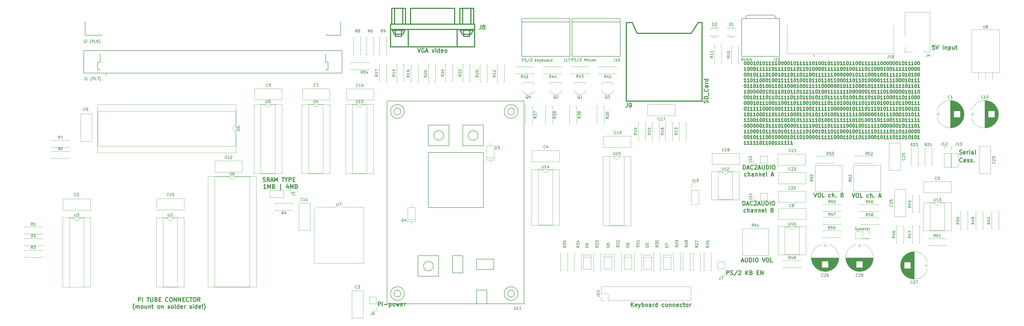
<source format=gbr>
G04 #@! TF.GenerationSoftware,KiCad,Pcbnew,(5.0.2-5)-5*
G04 #@! TF.CreationDate,2019-10-07T20:46:20+02:00*
G04 #@! TF.ProjectId,FPGAtom,46504741-746f-46d2-9e6b-696361645f70,1.3*
G04 #@! TF.SameCoordinates,Original*
G04 #@! TF.FileFunction,Legend,Top*
G04 #@! TF.FilePolarity,Positive*
%FSLAX46Y46*%
G04 Gerber Fmt 4.6, Leading zero omitted, Abs format (unit mm)*
G04 Created by KiCad (PCBNEW (5.0.2-5)-5) date Monday, 07 October 2019 at 20:46:20*
%MOMM*%
%LPD*%
G01*
G04 APERTURE LIST*
%ADD10C,0.300000*%
%ADD11C,0.120000*%
%ADD12C,0.150000*%
%ADD13C,0.381000*%
%ADD14C,0.304800*%
G04 APERTURE END LIST*
D10*
X372114428Y-89856571D02*
X371400142Y-89856571D01*
X371328714Y-90570857D01*
X371400142Y-90499428D01*
X371543000Y-90428000D01*
X371900142Y-90428000D01*
X372043000Y-90499428D01*
X372114428Y-90570857D01*
X372185857Y-90713714D01*
X372185857Y-91070857D01*
X372114428Y-91213714D01*
X372043000Y-91285142D01*
X371900142Y-91356571D01*
X371543000Y-91356571D01*
X371400142Y-91285142D01*
X371328714Y-91213714D01*
X372614428Y-89856571D02*
X373114428Y-91356571D01*
X373614428Y-89856571D01*
X375257285Y-91356571D02*
X375257285Y-90356571D01*
X375257285Y-89856571D02*
X375185857Y-89928000D01*
X375257285Y-89999428D01*
X375328714Y-89928000D01*
X375257285Y-89856571D01*
X375257285Y-89999428D01*
X375971571Y-90356571D02*
X375971571Y-91356571D01*
X375971571Y-90499428D02*
X376043000Y-90428000D01*
X376185857Y-90356571D01*
X376400142Y-90356571D01*
X376543000Y-90428000D01*
X376614428Y-90570857D01*
X376614428Y-91356571D01*
X377328714Y-90356571D02*
X377328714Y-91856571D01*
X377328714Y-90428000D02*
X377471571Y-90356571D01*
X377757285Y-90356571D01*
X377900142Y-90428000D01*
X377971571Y-90499428D01*
X378043000Y-90642285D01*
X378043000Y-91070857D01*
X377971571Y-91213714D01*
X377900142Y-91285142D01*
X377757285Y-91356571D01*
X377471571Y-91356571D01*
X377328714Y-91285142D01*
X379328714Y-90356571D02*
X379328714Y-91356571D01*
X378685857Y-90356571D02*
X378685857Y-91142285D01*
X378757285Y-91285142D01*
X378900142Y-91356571D01*
X379114428Y-91356571D01*
X379257285Y-91285142D01*
X379328714Y-91213714D01*
X379828714Y-90356571D02*
X380400142Y-90356571D01*
X380043000Y-89856571D02*
X380043000Y-91142285D01*
X380114428Y-91285142D01*
X380257285Y-91356571D01*
X380400142Y-91356571D01*
X166902428Y-186225571D02*
X166902428Y-184725571D01*
X167473857Y-184725571D01*
X167616714Y-184797000D01*
X167688142Y-184868428D01*
X167759571Y-185011285D01*
X167759571Y-185225571D01*
X167688142Y-185368428D01*
X167616714Y-185439857D01*
X167473857Y-185511285D01*
X166902428Y-185511285D01*
X168402428Y-186225571D02*
X168402428Y-184725571D01*
X169116714Y-185654142D02*
X170259571Y-185654142D01*
X170973857Y-185225571D02*
X170973857Y-186725571D01*
X170973857Y-185297000D02*
X171116714Y-185225571D01*
X171402428Y-185225571D01*
X171545285Y-185297000D01*
X171616714Y-185368428D01*
X171688142Y-185511285D01*
X171688142Y-185939857D01*
X171616714Y-186082714D01*
X171545285Y-186154142D01*
X171402428Y-186225571D01*
X171116714Y-186225571D01*
X170973857Y-186154142D01*
X172545285Y-186225571D02*
X172402428Y-186154142D01*
X172331000Y-186082714D01*
X172259571Y-185939857D01*
X172259571Y-185511285D01*
X172331000Y-185368428D01*
X172402428Y-185297000D01*
X172545285Y-185225571D01*
X172759571Y-185225571D01*
X172902428Y-185297000D01*
X172973857Y-185368428D01*
X173045285Y-185511285D01*
X173045285Y-185939857D01*
X172973857Y-186082714D01*
X172902428Y-186154142D01*
X172759571Y-186225571D01*
X172545285Y-186225571D01*
X173545285Y-185225571D02*
X173831000Y-186225571D01*
X174116714Y-185511285D01*
X174402428Y-186225571D01*
X174688142Y-185225571D01*
X175831000Y-186154142D02*
X175688142Y-186225571D01*
X175402428Y-186225571D01*
X175259571Y-186154142D01*
X175188142Y-186011285D01*
X175188142Y-185439857D01*
X175259571Y-185297000D01*
X175402428Y-185225571D01*
X175688142Y-185225571D01*
X175831000Y-185297000D01*
X175902428Y-185439857D01*
X175902428Y-185582714D01*
X175188142Y-185725571D01*
X176545285Y-186225571D02*
X176545285Y-185225571D01*
X176545285Y-185511285D02*
X176616714Y-185368428D01*
X176688142Y-185297000D01*
X176831000Y-185225571D01*
X176973857Y-185225571D01*
X78467571Y-184569571D02*
X78467571Y-183069571D01*
X79039000Y-183069571D01*
X79181857Y-183141000D01*
X79253285Y-183212428D01*
X79324714Y-183355285D01*
X79324714Y-183569571D01*
X79253285Y-183712428D01*
X79181857Y-183783857D01*
X79039000Y-183855285D01*
X78467571Y-183855285D01*
X79967571Y-184569571D02*
X79967571Y-183069571D01*
X81610428Y-183069571D02*
X82467571Y-183069571D01*
X82039000Y-184569571D02*
X82039000Y-183069571D01*
X82967571Y-183069571D02*
X82967571Y-184283857D01*
X83039000Y-184426714D01*
X83110428Y-184498142D01*
X83253285Y-184569571D01*
X83539000Y-184569571D01*
X83681857Y-184498142D01*
X83753285Y-184426714D01*
X83824714Y-184283857D01*
X83824714Y-183069571D01*
X85039000Y-183783857D02*
X85253285Y-183855285D01*
X85324714Y-183926714D01*
X85396142Y-184069571D01*
X85396142Y-184283857D01*
X85324714Y-184426714D01*
X85253285Y-184498142D01*
X85110428Y-184569571D01*
X84539000Y-184569571D01*
X84539000Y-183069571D01*
X85039000Y-183069571D01*
X85181857Y-183141000D01*
X85253285Y-183212428D01*
X85324714Y-183355285D01*
X85324714Y-183498142D01*
X85253285Y-183641000D01*
X85181857Y-183712428D01*
X85039000Y-183783857D01*
X84539000Y-183783857D01*
X86039000Y-183783857D02*
X86539000Y-183783857D01*
X86753285Y-184569571D02*
X86039000Y-184569571D01*
X86039000Y-183069571D01*
X86753285Y-183069571D01*
X89396142Y-184426714D02*
X89324714Y-184498142D01*
X89110428Y-184569571D01*
X88967571Y-184569571D01*
X88753285Y-184498142D01*
X88610428Y-184355285D01*
X88539000Y-184212428D01*
X88467571Y-183926714D01*
X88467571Y-183712428D01*
X88539000Y-183426714D01*
X88610428Y-183283857D01*
X88753285Y-183141000D01*
X88967571Y-183069571D01*
X89110428Y-183069571D01*
X89324714Y-183141000D01*
X89396142Y-183212428D01*
X90324714Y-183069571D02*
X90610428Y-183069571D01*
X90753285Y-183141000D01*
X90896142Y-183283857D01*
X90967571Y-183569571D01*
X90967571Y-184069571D01*
X90896142Y-184355285D01*
X90753285Y-184498142D01*
X90610428Y-184569571D01*
X90324714Y-184569571D01*
X90181857Y-184498142D01*
X90039000Y-184355285D01*
X89967571Y-184069571D01*
X89967571Y-183569571D01*
X90039000Y-183283857D01*
X90181857Y-183141000D01*
X90324714Y-183069571D01*
X91610428Y-184569571D02*
X91610428Y-183069571D01*
X92467571Y-184569571D01*
X92467571Y-183069571D01*
X93181857Y-184569571D02*
X93181857Y-183069571D01*
X94039000Y-184569571D01*
X94039000Y-183069571D01*
X94753285Y-183783857D02*
X95253285Y-183783857D01*
X95467571Y-184569571D02*
X94753285Y-184569571D01*
X94753285Y-183069571D01*
X95467571Y-183069571D01*
X96967571Y-184426714D02*
X96896142Y-184498142D01*
X96681857Y-184569571D01*
X96539000Y-184569571D01*
X96324714Y-184498142D01*
X96181857Y-184355285D01*
X96110428Y-184212428D01*
X96039000Y-183926714D01*
X96039000Y-183712428D01*
X96110428Y-183426714D01*
X96181857Y-183283857D01*
X96324714Y-183141000D01*
X96539000Y-183069571D01*
X96681857Y-183069571D01*
X96896142Y-183141000D01*
X96967571Y-183212428D01*
X97396142Y-183069571D02*
X98253285Y-183069571D01*
X97824714Y-184569571D02*
X97824714Y-183069571D01*
X99039000Y-183069571D02*
X99324714Y-183069571D01*
X99467571Y-183141000D01*
X99610428Y-183283857D01*
X99681857Y-183569571D01*
X99681857Y-184069571D01*
X99610428Y-184355285D01*
X99467571Y-184498142D01*
X99324714Y-184569571D01*
X99039000Y-184569571D01*
X98896142Y-184498142D01*
X98753285Y-184355285D01*
X98681857Y-184069571D01*
X98681857Y-183569571D01*
X98753285Y-183283857D01*
X98896142Y-183141000D01*
X99039000Y-183069571D01*
X101181857Y-184569571D02*
X100681857Y-183855285D01*
X100324714Y-184569571D02*
X100324714Y-183069571D01*
X100896142Y-183069571D01*
X101039000Y-183141000D01*
X101110428Y-183212428D01*
X101181857Y-183355285D01*
X101181857Y-183569571D01*
X101110428Y-183712428D01*
X101039000Y-183783857D01*
X100896142Y-183855285D01*
X100324714Y-183855285D01*
X76931857Y-187691000D02*
X76860428Y-187619571D01*
X76717571Y-187405285D01*
X76646142Y-187262428D01*
X76574714Y-187048142D01*
X76503285Y-186691000D01*
X76503285Y-186405285D01*
X76574714Y-186048142D01*
X76646142Y-185833857D01*
X76717571Y-185691000D01*
X76860428Y-185476714D01*
X76931857Y-185405285D01*
X77503285Y-187119571D02*
X77503285Y-186119571D01*
X77503285Y-186262428D02*
X77574714Y-186191000D01*
X77717571Y-186119571D01*
X77931857Y-186119571D01*
X78074714Y-186191000D01*
X78146142Y-186333857D01*
X78146142Y-187119571D01*
X78146142Y-186333857D02*
X78217571Y-186191000D01*
X78360428Y-186119571D01*
X78574714Y-186119571D01*
X78717571Y-186191000D01*
X78789000Y-186333857D01*
X78789000Y-187119571D01*
X79717571Y-187119571D02*
X79574714Y-187048142D01*
X79503285Y-186976714D01*
X79431857Y-186833857D01*
X79431857Y-186405285D01*
X79503285Y-186262428D01*
X79574714Y-186191000D01*
X79717571Y-186119571D01*
X79931857Y-186119571D01*
X80074714Y-186191000D01*
X80146142Y-186262428D01*
X80217571Y-186405285D01*
X80217571Y-186833857D01*
X80146142Y-186976714D01*
X80074714Y-187048142D01*
X79931857Y-187119571D01*
X79717571Y-187119571D01*
X81503285Y-186119571D02*
X81503285Y-187119571D01*
X80860428Y-186119571D02*
X80860428Y-186905285D01*
X80931857Y-187048142D01*
X81074714Y-187119571D01*
X81289000Y-187119571D01*
X81431857Y-187048142D01*
X81503285Y-186976714D01*
X82217571Y-186119571D02*
X82217571Y-187119571D01*
X82217571Y-186262428D02*
X82289000Y-186191000D01*
X82431857Y-186119571D01*
X82646142Y-186119571D01*
X82789000Y-186191000D01*
X82860428Y-186333857D01*
X82860428Y-187119571D01*
X83360428Y-186119571D02*
X83931857Y-186119571D01*
X83574714Y-185619571D02*
X83574714Y-186905285D01*
X83646142Y-187048142D01*
X83789000Y-187119571D01*
X83931857Y-187119571D01*
X85789000Y-187119571D02*
X85646142Y-187048142D01*
X85574714Y-186976714D01*
X85503285Y-186833857D01*
X85503285Y-186405285D01*
X85574714Y-186262428D01*
X85646142Y-186191000D01*
X85789000Y-186119571D01*
X86003285Y-186119571D01*
X86146142Y-186191000D01*
X86217571Y-186262428D01*
X86289000Y-186405285D01*
X86289000Y-186833857D01*
X86217571Y-186976714D01*
X86146142Y-187048142D01*
X86003285Y-187119571D01*
X85789000Y-187119571D01*
X86931857Y-186119571D02*
X86931857Y-187119571D01*
X86931857Y-186262428D02*
X87003285Y-186191000D01*
X87146142Y-186119571D01*
X87360428Y-186119571D01*
X87503285Y-186191000D01*
X87574714Y-186333857D01*
X87574714Y-187119571D01*
X89360428Y-187048142D02*
X89503285Y-187119571D01*
X89789000Y-187119571D01*
X89931857Y-187048142D01*
X90003285Y-186905285D01*
X90003285Y-186833857D01*
X89931857Y-186691000D01*
X89789000Y-186619571D01*
X89574714Y-186619571D01*
X89431857Y-186548142D01*
X89360428Y-186405285D01*
X89360428Y-186333857D01*
X89431857Y-186191000D01*
X89574714Y-186119571D01*
X89789000Y-186119571D01*
X89931857Y-186191000D01*
X90860428Y-187119571D02*
X90717571Y-187048142D01*
X90646142Y-186976714D01*
X90574714Y-186833857D01*
X90574714Y-186405285D01*
X90646142Y-186262428D01*
X90717571Y-186191000D01*
X90860428Y-186119571D01*
X91074714Y-186119571D01*
X91217571Y-186191000D01*
X91289000Y-186262428D01*
X91360428Y-186405285D01*
X91360428Y-186833857D01*
X91289000Y-186976714D01*
X91217571Y-187048142D01*
X91074714Y-187119571D01*
X90860428Y-187119571D01*
X92217571Y-187119571D02*
X92074714Y-187048142D01*
X92003285Y-186905285D01*
X92003285Y-185619571D01*
X93431857Y-187119571D02*
X93431857Y-185619571D01*
X93431857Y-187048142D02*
X93289000Y-187119571D01*
X93003285Y-187119571D01*
X92860428Y-187048142D01*
X92789000Y-186976714D01*
X92717571Y-186833857D01*
X92717571Y-186405285D01*
X92789000Y-186262428D01*
X92860428Y-186191000D01*
X93003285Y-186119571D01*
X93289000Y-186119571D01*
X93431857Y-186191000D01*
X94717571Y-187048142D02*
X94574714Y-187119571D01*
X94289000Y-187119571D01*
X94146142Y-187048142D01*
X94074714Y-186905285D01*
X94074714Y-186333857D01*
X94146142Y-186191000D01*
X94289000Y-186119571D01*
X94574714Y-186119571D01*
X94717571Y-186191000D01*
X94789000Y-186333857D01*
X94789000Y-186476714D01*
X94074714Y-186619571D01*
X95431857Y-187119571D02*
X95431857Y-186119571D01*
X95431857Y-186405285D02*
X95503285Y-186262428D01*
X95574714Y-186191000D01*
X95717571Y-186119571D01*
X95860428Y-186119571D01*
X97431857Y-187048142D02*
X97574714Y-187119571D01*
X97860428Y-187119571D01*
X98003285Y-187048142D01*
X98074714Y-186905285D01*
X98074714Y-186833857D01*
X98003285Y-186691000D01*
X97860428Y-186619571D01*
X97646142Y-186619571D01*
X97503285Y-186548142D01*
X97431857Y-186405285D01*
X97431857Y-186333857D01*
X97503285Y-186191000D01*
X97646142Y-186119571D01*
X97860428Y-186119571D01*
X98003285Y-186191000D01*
X98717571Y-187119571D02*
X98717571Y-186119571D01*
X98717571Y-185619571D02*
X98646142Y-185691000D01*
X98717571Y-185762428D01*
X98789000Y-185691000D01*
X98717571Y-185619571D01*
X98717571Y-185762428D01*
X100074714Y-187119571D02*
X100074714Y-185619571D01*
X100074714Y-187048142D02*
X99931857Y-187119571D01*
X99646142Y-187119571D01*
X99503285Y-187048142D01*
X99431857Y-186976714D01*
X99360428Y-186833857D01*
X99360428Y-186405285D01*
X99431857Y-186262428D01*
X99503285Y-186191000D01*
X99646142Y-186119571D01*
X99931857Y-186119571D01*
X100074714Y-186191000D01*
X101360428Y-187048142D02*
X101217571Y-187119571D01*
X100931857Y-187119571D01*
X100789000Y-187048142D01*
X100717571Y-186905285D01*
X100717571Y-186333857D01*
X100789000Y-186191000D01*
X100931857Y-186119571D01*
X101217571Y-186119571D01*
X101360428Y-186191000D01*
X101431857Y-186333857D01*
X101431857Y-186476714D01*
X100717571Y-186619571D01*
X102074714Y-186976714D02*
X102146142Y-187048142D01*
X102074714Y-187119571D01*
X102003285Y-187048142D01*
X102074714Y-186976714D01*
X102074714Y-187119571D01*
X102074714Y-186548142D02*
X102003285Y-185691000D01*
X102074714Y-185619571D01*
X102146142Y-185691000D01*
X102074714Y-186548142D01*
X102074714Y-185619571D01*
X102646142Y-187691000D02*
X102717571Y-187619571D01*
X102860428Y-187405285D01*
X102931857Y-187262428D01*
X103003285Y-187048142D01*
X103074714Y-186691000D01*
X103074714Y-186405285D01*
X103003285Y-186048142D01*
X102931857Y-185833857D01*
X102860428Y-185691000D01*
X102717571Y-185476714D01*
X102646142Y-185405285D01*
X124409142Y-140175142D02*
X124623428Y-140246571D01*
X124980571Y-140246571D01*
X125123428Y-140175142D01*
X125194857Y-140103714D01*
X125266285Y-139960857D01*
X125266285Y-139818000D01*
X125194857Y-139675142D01*
X125123428Y-139603714D01*
X124980571Y-139532285D01*
X124694857Y-139460857D01*
X124552000Y-139389428D01*
X124480571Y-139318000D01*
X124409142Y-139175142D01*
X124409142Y-139032285D01*
X124480571Y-138889428D01*
X124552000Y-138818000D01*
X124694857Y-138746571D01*
X125052000Y-138746571D01*
X125266285Y-138818000D01*
X126766285Y-140246571D02*
X126266285Y-139532285D01*
X125909142Y-140246571D02*
X125909142Y-138746571D01*
X126480571Y-138746571D01*
X126623428Y-138818000D01*
X126694857Y-138889428D01*
X126766285Y-139032285D01*
X126766285Y-139246571D01*
X126694857Y-139389428D01*
X126623428Y-139460857D01*
X126480571Y-139532285D01*
X125909142Y-139532285D01*
X127337714Y-139818000D02*
X128052000Y-139818000D01*
X127194857Y-140246571D02*
X127694857Y-138746571D01*
X128194857Y-140246571D01*
X128694857Y-140246571D02*
X128694857Y-138746571D01*
X129194857Y-139818000D01*
X129694857Y-138746571D01*
X129694857Y-140246571D01*
X131337714Y-138746571D02*
X132194857Y-138746571D01*
X131766285Y-140246571D02*
X131766285Y-138746571D01*
X132980571Y-139532285D02*
X132980571Y-140246571D01*
X132480571Y-138746571D02*
X132980571Y-139532285D01*
X133480571Y-138746571D01*
X133980571Y-140246571D02*
X133980571Y-138746571D01*
X134552000Y-138746571D01*
X134694857Y-138818000D01*
X134766285Y-138889428D01*
X134837714Y-139032285D01*
X134837714Y-139246571D01*
X134766285Y-139389428D01*
X134694857Y-139460857D01*
X134552000Y-139532285D01*
X133980571Y-139532285D01*
X135480571Y-139460857D02*
X135980571Y-139460857D01*
X136194857Y-140246571D02*
X135480571Y-140246571D01*
X135480571Y-138746571D01*
X136194857Y-138746571D01*
X125516285Y-142796571D02*
X124659142Y-142796571D01*
X125087714Y-142796571D02*
X125087714Y-141296571D01*
X124944857Y-141510857D01*
X124802000Y-141653714D01*
X124659142Y-141725142D01*
X126159142Y-142796571D02*
X126159142Y-141296571D01*
X126659142Y-142368000D01*
X127159142Y-141296571D01*
X127159142Y-142796571D01*
X128373428Y-142010857D02*
X128587714Y-142082285D01*
X128659142Y-142153714D01*
X128730571Y-142296571D01*
X128730571Y-142510857D01*
X128659142Y-142653714D01*
X128587714Y-142725142D01*
X128444857Y-142796571D01*
X127873428Y-142796571D01*
X127873428Y-141296571D01*
X128373428Y-141296571D01*
X128516285Y-141368000D01*
X128587714Y-141439428D01*
X128659142Y-141582285D01*
X128659142Y-141725142D01*
X128587714Y-141868000D01*
X128516285Y-141939428D01*
X128373428Y-142010857D01*
X127873428Y-142010857D01*
X130873428Y-143296571D02*
X130873428Y-141153714D01*
X133730571Y-141796571D02*
X133730571Y-142796571D01*
X133373428Y-141225142D02*
X133016285Y-142296571D01*
X133944857Y-142296571D01*
X134516285Y-142796571D02*
X134516285Y-141296571D01*
X135016285Y-142368000D01*
X135516285Y-141296571D01*
X135516285Y-142796571D01*
X136730571Y-142010857D02*
X136944857Y-142082285D01*
X137016285Y-142153714D01*
X137087714Y-142296571D01*
X137087714Y-142510857D01*
X137016285Y-142653714D01*
X136944857Y-142725142D01*
X136802000Y-142796571D01*
X136230571Y-142796571D01*
X136230571Y-141296571D01*
X136730571Y-141296571D01*
X136873428Y-141368000D01*
X136944857Y-141439428D01*
X137016285Y-141582285D01*
X137016285Y-141725142D01*
X136944857Y-141868000D01*
X136873428Y-141939428D01*
X136730571Y-142010857D01*
X136230571Y-142010857D01*
X300935142Y-169541000D02*
X301649428Y-169541000D01*
X300792285Y-169969571D02*
X301292285Y-168469571D01*
X301792285Y-169969571D01*
X302292285Y-168469571D02*
X302292285Y-169683857D01*
X302363714Y-169826714D01*
X302435142Y-169898142D01*
X302578000Y-169969571D01*
X302863714Y-169969571D01*
X303006571Y-169898142D01*
X303078000Y-169826714D01*
X303149428Y-169683857D01*
X303149428Y-168469571D01*
X303863714Y-169969571D02*
X303863714Y-168469571D01*
X304220857Y-168469571D01*
X304435142Y-168541000D01*
X304578000Y-168683857D01*
X304649428Y-168826714D01*
X304720857Y-169112428D01*
X304720857Y-169326714D01*
X304649428Y-169612428D01*
X304578000Y-169755285D01*
X304435142Y-169898142D01*
X304220857Y-169969571D01*
X303863714Y-169969571D01*
X305363714Y-169969571D02*
X305363714Y-168469571D01*
X306363714Y-168469571D02*
X306649428Y-168469571D01*
X306792285Y-168541000D01*
X306935142Y-168683857D01*
X307006571Y-168969571D01*
X307006571Y-169469571D01*
X306935142Y-169755285D01*
X306792285Y-169898142D01*
X306649428Y-169969571D01*
X306363714Y-169969571D01*
X306220857Y-169898142D01*
X306078000Y-169755285D01*
X306006571Y-169469571D01*
X306006571Y-168969571D01*
X306078000Y-168683857D01*
X306220857Y-168541000D01*
X306363714Y-168469571D01*
X308578000Y-168469571D02*
X309078000Y-169969571D01*
X309578000Y-168469571D01*
X310363714Y-168469571D02*
X310649428Y-168469571D01*
X310792285Y-168541000D01*
X310935142Y-168683857D01*
X311006571Y-168969571D01*
X311006571Y-169469571D01*
X310935142Y-169755285D01*
X310792285Y-169898142D01*
X310649428Y-169969571D01*
X310363714Y-169969571D01*
X310220857Y-169898142D01*
X310078000Y-169755285D01*
X310006571Y-169469571D01*
X310006571Y-168969571D01*
X310078000Y-168683857D01*
X310220857Y-168541000D01*
X310363714Y-168469571D01*
X312363714Y-169969571D02*
X311649428Y-169969571D01*
X311649428Y-168469571D01*
X341733857Y-144593571D02*
X342233857Y-146093571D01*
X342733857Y-144593571D01*
X343519571Y-144593571D02*
X343805285Y-144593571D01*
X343948142Y-144665000D01*
X344091000Y-144807857D01*
X344162428Y-145093571D01*
X344162428Y-145593571D01*
X344091000Y-145879285D01*
X343948142Y-146022142D01*
X343805285Y-146093571D01*
X343519571Y-146093571D01*
X343376714Y-146022142D01*
X343233857Y-145879285D01*
X343162428Y-145593571D01*
X343162428Y-145093571D01*
X343233857Y-144807857D01*
X343376714Y-144665000D01*
X343519571Y-144593571D01*
X345519571Y-146093571D02*
X344805285Y-146093571D01*
X344805285Y-144593571D01*
X347805285Y-146022142D02*
X347662428Y-146093571D01*
X347376714Y-146093571D01*
X347233857Y-146022142D01*
X347162428Y-145950714D01*
X347091000Y-145807857D01*
X347091000Y-145379285D01*
X347162428Y-145236428D01*
X347233857Y-145165000D01*
X347376714Y-145093571D01*
X347662428Y-145093571D01*
X347805285Y-145165000D01*
X348448142Y-146093571D02*
X348448142Y-144593571D01*
X349091000Y-146093571D02*
X349091000Y-145307857D01*
X349019571Y-145165000D01*
X348876714Y-145093571D01*
X348662428Y-145093571D01*
X348519571Y-145165000D01*
X348448142Y-145236428D01*
X349805285Y-145950714D02*
X349876714Y-146022142D01*
X349805285Y-146093571D01*
X349733857Y-146022142D01*
X349805285Y-145950714D01*
X349805285Y-146093571D01*
X351591000Y-145665000D02*
X352305285Y-145665000D01*
X351448142Y-146093571D02*
X351948142Y-144593571D01*
X352448142Y-146093571D01*
X327656714Y-144466571D02*
X328156714Y-145966571D01*
X328656714Y-144466571D01*
X329442428Y-144466571D02*
X329728142Y-144466571D01*
X329871000Y-144538000D01*
X330013857Y-144680857D01*
X330085285Y-144966571D01*
X330085285Y-145466571D01*
X330013857Y-145752285D01*
X329871000Y-145895142D01*
X329728142Y-145966571D01*
X329442428Y-145966571D01*
X329299571Y-145895142D01*
X329156714Y-145752285D01*
X329085285Y-145466571D01*
X329085285Y-144966571D01*
X329156714Y-144680857D01*
X329299571Y-144538000D01*
X329442428Y-144466571D01*
X331442428Y-145966571D02*
X330728142Y-145966571D01*
X330728142Y-144466571D01*
X333728142Y-145895142D02*
X333585285Y-145966571D01*
X333299571Y-145966571D01*
X333156714Y-145895142D01*
X333085285Y-145823714D01*
X333013857Y-145680857D01*
X333013857Y-145252285D01*
X333085285Y-145109428D01*
X333156714Y-145038000D01*
X333299571Y-144966571D01*
X333585285Y-144966571D01*
X333728142Y-145038000D01*
X334371000Y-145966571D02*
X334371000Y-144466571D01*
X335013857Y-145966571D02*
X335013857Y-145180857D01*
X334942428Y-145038000D01*
X334799571Y-144966571D01*
X334585285Y-144966571D01*
X334442428Y-145038000D01*
X334371000Y-145109428D01*
X335728142Y-145823714D02*
X335799571Y-145895142D01*
X335728142Y-145966571D01*
X335656714Y-145895142D01*
X335728142Y-145823714D01*
X335728142Y-145966571D01*
X338085285Y-145180857D02*
X338299571Y-145252285D01*
X338371000Y-145323714D01*
X338442428Y-145466571D01*
X338442428Y-145680857D01*
X338371000Y-145823714D01*
X338299571Y-145895142D01*
X338156714Y-145966571D01*
X337585285Y-145966571D01*
X337585285Y-144466571D01*
X338085285Y-144466571D01*
X338228142Y-144538000D01*
X338299571Y-144609428D01*
X338371000Y-144752285D01*
X338371000Y-144895142D01*
X338299571Y-145038000D01*
X338228142Y-145109428D01*
X338085285Y-145180857D01*
X337585285Y-145180857D01*
X301391571Y-149009571D02*
X301391571Y-147509571D01*
X301748714Y-147509571D01*
X301963000Y-147581000D01*
X302105857Y-147723857D01*
X302177285Y-147866714D01*
X302248714Y-148152428D01*
X302248714Y-148366714D01*
X302177285Y-148652428D01*
X302105857Y-148795285D01*
X301963000Y-148938142D01*
X301748714Y-149009571D01*
X301391571Y-149009571D01*
X302820142Y-148581000D02*
X303534428Y-148581000D01*
X302677285Y-149009571D02*
X303177285Y-147509571D01*
X303677285Y-149009571D01*
X305034428Y-148866714D02*
X304963000Y-148938142D01*
X304748714Y-149009571D01*
X304605857Y-149009571D01*
X304391571Y-148938142D01*
X304248714Y-148795285D01*
X304177285Y-148652428D01*
X304105857Y-148366714D01*
X304105857Y-148152428D01*
X304177285Y-147866714D01*
X304248714Y-147723857D01*
X304391571Y-147581000D01*
X304605857Y-147509571D01*
X304748714Y-147509571D01*
X304963000Y-147581000D01*
X305034428Y-147652428D01*
X305605857Y-147652428D02*
X305677285Y-147581000D01*
X305820142Y-147509571D01*
X306177285Y-147509571D01*
X306320142Y-147581000D01*
X306391571Y-147652428D01*
X306463000Y-147795285D01*
X306463000Y-147938142D01*
X306391571Y-148152428D01*
X305534428Y-149009571D01*
X306463000Y-149009571D01*
X307034428Y-148581000D02*
X307748714Y-148581000D01*
X306891571Y-149009571D02*
X307391571Y-147509571D01*
X307891571Y-149009571D01*
X308391571Y-147509571D02*
X308391571Y-148723857D01*
X308463000Y-148866714D01*
X308534428Y-148938142D01*
X308677285Y-149009571D01*
X308963000Y-149009571D01*
X309105857Y-148938142D01*
X309177285Y-148866714D01*
X309248714Y-148723857D01*
X309248714Y-147509571D01*
X309963000Y-149009571D02*
X309963000Y-147509571D01*
X310320142Y-147509571D01*
X310534428Y-147581000D01*
X310677285Y-147723857D01*
X310748714Y-147866714D01*
X310820142Y-148152428D01*
X310820142Y-148366714D01*
X310748714Y-148652428D01*
X310677285Y-148795285D01*
X310534428Y-148938142D01*
X310320142Y-149009571D01*
X309963000Y-149009571D01*
X311463000Y-149009571D02*
X311463000Y-147509571D01*
X312463000Y-147509571D02*
X312748714Y-147509571D01*
X312891571Y-147581000D01*
X313034428Y-147723857D01*
X313105857Y-148009571D01*
X313105857Y-148509571D01*
X313034428Y-148795285D01*
X312891571Y-148938142D01*
X312748714Y-149009571D01*
X312463000Y-149009571D01*
X312320142Y-148938142D01*
X312177285Y-148795285D01*
X312105857Y-148509571D01*
X312105857Y-148009571D01*
X312177285Y-147723857D01*
X312320142Y-147581000D01*
X312463000Y-147509571D01*
X302498714Y-151488142D02*
X302355857Y-151559571D01*
X302070142Y-151559571D01*
X301927285Y-151488142D01*
X301855857Y-151416714D01*
X301784428Y-151273857D01*
X301784428Y-150845285D01*
X301855857Y-150702428D01*
X301927285Y-150631000D01*
X302070142Y-150559571D01*
X302355857Y-150559571D01*
X302498714Y-150631000D01*
X303141571Y-151559571D02*
X303141571Y-150059571D01*
X303784428Y-151559571D02*
X303784428Y-150773857D01*
X303713000Y-150631000D01*
X303570142Y-150559571D01*
X303355857Y-150559571D01*
X303213000Y-150631000D01*
X303141571Y-150702428D01*
X305141571Y-151559571D02*
X305141571Y-150773857D01*
X305070142Y-150631000D01*
X304927285Y-150559571D01*
X304641571Y-150559571D01*
X304498714Y-150631000D01*
X305141571Y-151488142D02*
X304998714Y-151559571D01*
X304641571Y-151559571D01*
X304498714Y-151488142D01*
X304427285Y-151345285D01*
X304427285Y-151202428D01*
X304498714Y-151059571D01*
X304641571Y-150988142D01*
X304998714Y-150988142D01*
X305141571Y-150916714D01*
X305855857Y-150559571D02*
X305855857Y-151559571D01*
X305855857Y-150702428D02*
X305927285Y-150631000D01*
X306070142Y-150559571D01*
X306284428Y-150559571D01*
X306427285Y-150631000D01*
X306498714Y-150773857D01*
X306498714Y-151559571D01*
X307213000Y-150559571D02*
X307213000Y-151559571D01*
X307213000Y-150702428D02*
X307284428Y-150631000D01*
X307427285Y-150559571D01*
X307641571Y-150559571D01*
X307784428Y-150631000D01*
X307855857Y-150773857D01*
X307855857Y-151559571D01*
X309141571Y-151488142D02*
X308998714Y-151559571D01*
X308713000Y-151559571D01*
X308570142Y-151488142D01*
X308498714Y-151345285D01*
X308498714Y-150773857D01*
X308570142Y-150631000D01*
X308713000Y-150559571D01*
X308998714Y-150559571D01*
X309141571Y-150631000D01*
X309213000Y-150773857D01*
X309213000Y-150916714D01*
X308498714Y-151059571D01*
X310070142Y-151559571D02*
X309927285Y-151488142D01*
X309855857Y-151345285D01*
X309855857Y-150059571D01*
X312284428Y-150773857D02*
X312498714Y-150845285D01*
X312570142Y-150916714D01*
X312641571Y-151059571D01*
X312641571Y-151273857D01*
X312570142Y-151416714D01*
X312498714Y-151488142D01*
X312355857Y-151559571D01*
X311784428Y-151559571D01*
X311784428Y-150059571D01*
X312284428Y-150059571D01*
X312427285Y-150131000D01*
X312498714Y-150202428D01*
X312570142Y-150345285D01*
X312570142Y-150488142D01*
X312498714Y-150631000D01*
X312427285Y-150702428D01*
X312284428Y-150773857D01*
X311784428Y-150773857D01*
X301518571Y-135674571D02*
X301518571Y-134174571D01*
X301875714Y-134174571D01*
X302090000Y-134246000D01*
X302232857Y-134388857D01*
X302304285Y-134531714D01*
X302375714Y-134817428D01*
X302375714Y-135031714D01*
X302304285Y-135317428D01*
X302232857Y-135460285D01*
X302090000Y-135603142D01*
X301875714Y-135674571D01*
X301518571Y-135674571D01*
X302947142Y-135246000D02*
X303661428Y-135246000D01*
X302804285Y-135674571D02*
X303304285Y-134174571D01*
X303804285Y-135674571D01*
X305161428Y-135531714D02*
X305090000Y-135603142D01*
X304875714Y-135674571D01*
X304732857Y-135674571D01*
X304518571Y-135603142D01*
X304375714Y-135460285D01*
X304304285Y-135317428D01*
X304232857Y-135031714D01*
X304232857Y-134817428D01*
X304304285Y-134531714D01*
X304375714Y-134388857D01*
X304518571Y-134246000D01*
X304732857Y-134174571D01*
X304875714Y-134174571D01*
X305090000Y-134246000D01*
X305161428Y-134317428D01*
X305732857Y-134317428D02*
X305804285Y-134246000D01*
X305947142Y-134174571D01*
X306304285Y-134174571D01*
X306447142Y-134246000D01*
X306518571Y-134317428D01*
X306590000Y-134460285D01*
X306590000Y-134603142D01*
X306518571Y-134817428D01*
X305661428Y-135674571D01*
X306590000Y-135674571D01*
X307161428Y-135246000D02*
X307875714Y-135246000D01*
X307018571Y-135674571D02*
X307518571Y-134174571D01*
X308018571Y-135674571D01*
X308518571Y-134174571D02*
X308518571Y-135388857D01*
X308590000Y-135531714D01*
X308661428Y-135603142D01*
X308804285Y-135674571D01*
X309090000Y-135674571D01*
X309232857Y-135603142D01*
X309304285Y-135531714D01*
X309375714Y-135388857D01*
X309375714Y-134174571D01*
X310090000Y-135674571D02*
X310090000Y-134174571D01*
X310447142Y-134174571D01*
X310661428Y-134246000D01*
X310804285Y-134388857D01*
X310875714Y-134531714D01*
X310947142Y-134817428D01*
X310947142Y-135031714D01*
X310875714Y-135317428D01*
X310804285Y-135460285D01*
X310661428Y-135603142D01*
X310447142Y-135674571D01*
X310090000Y-135674571D01*
X311590000Y-135674571D02*
X311590000Y-134174571D01*
X312590000Y-134174571D02*
X312875714Y-134174571D01*
X313018571Y-134246000D01*
X313161428Y-134388857D01*
X313232857Y-134674571D01*
X313232857Y-135174571D01*
X313161428Y-135460285D01*
X313018571Y-135603142D01*
X312875714Y-135674571D01*
X312590000Y-135674571D01*
X312447142Y-135603142D01*
X312304285Y-135460285D01*
X312232857Y-135174571D01*
X312232857Y-134674571D01*
X312304285Y-134388857D01*
X312447142Y-134246000D01*
X312590000Y-134174571D01*
X302732857Y-138153142D02*
X302590000Y-138224571D01*
X302304285Y-138224571D01*
X302161428Y-138153142D01*
X302090000Y-138081714D01*
X302018571Y-137938857D01*
X302018571Y-137510285D01*
X302090000Y-137367428D01*
X302161428Y-137296000D01*
X302304285Y-137224571D01*
X302590000Y-137224571D01*
X302732857Y-137296000D01*
X303375714Y-138224571D02*
X303375714Y-136724571D01*
X304018571Y-138224571D02*
X304018571Y-137438857D01*
X303947142Y-137296000D01*
X303804285Y-137224571D01*
X303590000Y-137224571D01*
X303447142Y-137296000D01*
X303375714Y-137367428D01*
X305375714Y-138224571D02*
X305375714Y-137438857D01*
X305304285Y-137296000D01*
X305161428Y-137224571D01*
X304875714Y-137224571D01*
X304732857Y-137296000D01*
X305375714Y-138153142D02*
X305232857Y-138224571D01*
X304875714Y-138224571D01*
X304732857Y-138153142D01*
X304661428Y-138010285D01*
X304661428Y-137867428D01*
X304732857Y-137724571D01*
X304875714Y-137653142D01*
X305232857Y-137653142D01*
X305375714Y-137581714D01*
X306090000Y-137224571D02*
X306090000Y-138224571D01*
X306090000Y-137367428D02*
X306161428Y-137296000D01*
X306304285Y-137224571D01*
X306518571Y-137224571D01*
X306661428Y-137296000D01*
X306732857Y-137438857D01*
X306732857Y-138224571D01*
X307447142Y-137224571D02*
X307447142Y-138224571D01*
X307447142Y-137367428D02*
X307518571Y-137296000D01*
X307661428Y-137224571D01*
X307875714Y-137224571D01*
X308018571Y-137296000D01*
X308090000Y-137438857D01*
X308090000Y-138224571D01*
X309375714Y-138153142D02*
X309232857Y-138224571D01*
X308947142Y-138224571D01*
X308804285Y-138153142D01*
X308732857Y-138010285D01*
X308732857Y-137438857D01*
X308804285Y-137296000D01*
X308947142Y-137224571D01*
X309232857Y-137224571D01*
X309375714Y-137296000D01*
X309447142Y-137438857D01*
X309447142Y-137581714D01*
X308732857Y-137724571D01*
X310304285Y-138224571D02*
X310161428Y-138153142D01*
X310090000Y-138010285D01*
X310090000Y-136724571D01*
X311947142Y-137796000D02*
X312661428Y-137796000D01*
X311804285Y-138224571D02*
X312304285Y-136724571D01*
X312804285Y-138224571D01*
X295418714Y-174668571D02*
X295418714Y-173168571D01*
X295990142Y-173168571D01*
X296133000Y-173240000D01*
X296204428Y-173311428D01*
X296275857Y-173454285D01*
X296275857Y-173668571D01*
X296204428Y-173811428D01*
X296133000Y-173882857D01*
X295990142Y-173954285D01*
X295418714Y-173954285D01*
X296847285Y-174597142D02*
X297061571Y-174668571D01*
X297418714Y-174668571D01*
X297561571Y-174597142D01*
X297633000Y-174525714D01*
X297704428Y-174382857D01*
X297704428Y-174240000D01*
X297633000Y-174097142D01*
X297561571Y-174025714D01*
X297418714Y-173954285D01*
X297133000Y-173882857D01*
X296990142Y-173811428D01*
X296918714Y-173740000D01*
X296847285Y-173597142D01*
X296847285Y-173454285D01*
X296918714Y-173311428D01*
X296990142Y-173240000D01*
X297133000Y-173168571D01*
X297490142Y-173168571D01*
X297704428Y-173240000D01*
X299418714Y-173097142D02*
X298133000Y-175025714D01*
X299847285Y-173311428D02*
X299918714Y-173240000D01*
X300061571Y-173168571D01*
X300418714Y-173168571D01*
X300561571Y-173240000D01*
X300633000Y-173311428D01*
X300704428Y-173454285D01*
X300704428Y-173597142D01*
X300633000Y-173811428D01*
X299775857Y-174668571D01*
X300704428Y-174668571D01*
X302490142Y-174668571D02*
X302490142Y-173168571D01*
X303347285Y-174668571D02*
X302704428Y-173811428D01*
X303347285Y-173168571D02*
X302490142Y-174025714D01*
X304490142Y-173882857D02*
X304704428Y-173954285D01*
X304775857Y-174025714D01*
X304847285Y-174168571D01*
X304847285Y-174382857D01*
X304775857Y-174525714D01*
X304704428Y-174597142D01*
X304561571Y-174668571D01*
X303990142Y-174668571D01*
X303990142Y-173168571D01*
X304490142Y-173168571D01*
X304633000Y-173240000D01*
X304704428Y-173311428D01*
X304775857Y-173454285D01*
X304775857Y-173597142D01*
X304704428Y-173740000D01*
X304633000Y-173811428D01*
X304490142Y-173882857D01*
X303990142Y-173882857D01*
X306633000Y-173882857D02*
X307133000Y-173882857D01*
X307347285Y-174668571D02*
X306633000Y-174668571D01*
X306633000Y-173168571D01*
X307347285Y-173168571D01*
X307990142Y-174668571D02*
X307990142Y-173168571D01*
X308847285Y-174668571D01*
X308847285Y-173168571D01*
X260252142Y-186479571D02*
X260252142Y-184979571D01*
X261109285Y-186479571D02*
X260466428Y-185622428D01*
X261109285Y-184979571D02*
X260252142Y-185836714D01*
X262323571Y-186408142D02*
X262180714Y-186479571D01*
X261895000Y-186479571D01*
X261752142Y-186408142D01*
X261680714Y-186265285D01*
X261680714Y-185693857D01*
X261752142Y-185551000D01*
X261895000Y-185479571D01*
X262180714Y-185479571D01*
X262323571Y-185551000D01*
X262395000Y-185693857D01*
X262395000Y-185836714D01*
X261680714Y-185979571D01*
X262895000Y-185479571D02*
X263252142Y-186479571D01*
X263609285Y-185479571D02*
X263252142Y-186479571D01*
X263109285Y-186836714D01*
X263037857Y-186908142D01*
X262895000Y-186979571D01*
X264180714Y-186479571D02*
X264180714Y-184979571D01*
X264180714Y-185551000D02*
X264323571Y-185479571D01*
X264609285Y-185479571D01*
X264752142Y-185551000D01*
X264823571Y-185622428D01*
X264895000Y-185765285D01*
X264895000Y-186193857D01*
X264823571Y-186336714D01*
X264752142Y-186408142D01*
X264609285Y-186479571D01*
X264323571Y-186479571D01*
X264180714Y-186408142D01*
X265752142Y-186479571D02*
X265609285Y-186408142D01*
X265537857Y-186336714D01*
X265466428Y-186193857D01*
X265466428Y-185765285D01*
X265537857Y-185622428D01*
X265609285Y-185551000D01*
X265752142Y-185479571D01*
X265966428Y-185479571D01*
X266109285Y-185551000D01*
X266180714Y-185622428D01*
X266252142Y-185765285D01*
X266252142Y-186193857D01*
X266180714Y-186336714D01*
X266109285Y-186408142D01*
X265966428Y-186479571D01*
X265752142Y-186479571D01*
X267537857Y-186479571D02*
X267537857Y-185693857D01*
X267466428Y-185551000D01*
X267323571Y-185479571D01*
X267037857Y-185479571D01*
X266895000Y-185551000D01*
X267537857Y-186408142D02*
X267395000Y-186479571D01*
X267037857Y-186479571D01*
X266895000Y-186408142D01*
X266823571Y-186265285D01*
X266823571Y-186122428D01*
X266895000Y-185979571D01*
X267037857Y-185908142D01*
X267395000Y-185908142D01*
X267537857Y-185836714D01*
X268252142Y-186479571D02*
X268252142Y-185479571D01*
X268252142Y-185765285D02*
X268323571Y-185622428D01*
X268395000Y-185551000D01*
X268537857Y-185479571D01*
X268680714Y-185479571D01*
X269823571Y-186479571D02*
X269823571Y-184979571D01*
X269823571Y-186408142D02*
X269680714Y-186479571D01*
X269395000Y-186479571D01*
X269252142Y-186408142D01*
X269180714Y-186336714D01*
X269109285Y-186193857D01*
X269109285Y-185765285D01*
X269180714Y-185622428D01*
X269252142Y-185551000D01*
X269395000Y-185479571D01*
X269680714Y-185479571D01*
X269823571Y-185551000D01*
X272323571Y-186408142D02*
X272180714Y-186479571D01*
X271895000Y-186479571D01*
X271752142Y-186408142D01*
X271680714Y-186336714D01*
X271609285Y-186193857D01*
X271609285Y-185765285D01*
X271680714Y-185622428D01*
X271752142Y-185551000D01*
X271895000Y-185479571D01*
X272180714Y-185479571D01*
X272323571Y-185551000D01*
X273180714Y-186479571D02*
X273037857Y-186408142D01*
X272966428Y-186336714D01*
X272895000Y-186193857D01*
X272895000Y-185765285D01*
X272966428Y-185622428D01*
X273037857Y-185551000D01*
X273180714Y-185479571D01*
X273395000Y-185479571D01*
X273537857Y-185551000D01*
X273609285Y-185622428D01*
X273680714Y-185765285D01*
X273680714Y-186193857D01*
X273609285Y-186336714D01*
X273537857Y-186408142D01*
X273395000Y-186479571D01*
X273180714Y-186479571D01*
X274323571Y-185479571D02*
X274323571Y-186479571D01*
X274323571Y-185622428D02*
X274395000Y-185551000D01*
X274537857Y-185479571D01*
X274752142Y-185479571D01*
X274895000Y-185551000D01*
X274966428Y-185693857D01*
X274966428Y-186479571D01*
X275680714Y-185479571D02*
X275680714Y-186479571D01*
X275680714Y-185622428D02*
X275752142Y-185551000D01*
X275895000Y-185479571D01*
X276109285Y-185479571D01*
X276252142Y-185551000D01*
X276323571Y-185693857D01*
X276323571Y-186479571D01*
X277609285Y-186408142D02*
X277466428Y-186479571D01*
X277180714Y-186479571D01*
X277037857Y-186408142D01*
X276966428Y-186265285D01*
X276966428Y-185693857D01*
X277037857Y-185551000D01*
X277180714Y-185479571D01*
X277466428Y-185479571D01*
X277609285Y-185551000D01*
X277680714Y-185693857D01*
X277680714Y-185836714D01*
X276966428Y-185979571D01*
X278966428Y-186408142D02*
X278823571Y-186479571D01*
X278537857Y-186479571D01*
X278395000Y-186408142D01*
X278323571Y-186336714D01*
X278252142Y-186193857D01*
X278252142Y-185765285D01*
X278323571Y-185622428D01*
X278395000Y-185551000D01*
X278537857Y-185479571D01*
X278823571Y-185479571D01*
X278966428Y-185551000D01*
X279395000Y-185479571D02*
X279966428Y-185479571D01*
X279609285Y-184979571D02*
X279609285Y-186265285D01*
X279680714Y-186408142D01*
X279823571Y-186479571D01*
X279966428Y-186479571D01*
X280680714Y-186479571D02*
X280537857Y-186408142D01*
X280466428Y-186336714D01*
X280395000Y-186193857D01*
X280395000Y-185765285D01*
X280466428Y-185622428D01*
X280537857Y-185551000D01*
X280680714Y-185479571D01*
X280895000Y-185479571D01*
X281037857Y-185551000D01*
X281109285Y-185622428D01*
X281180714Y-185765285D01*
X281180714Y-186193857D01*
X281109285Y-186336714D01*
X281037857Y-186408142D01*
X280895000Y-186479571D01*
X280680714Y-186479571D01*
X281823571Y-186479571D02*
X281823571Y-185479571D01*
X281823571Y-185765285D02*
X281895000Y-185622428D01*
X281966428Y-185551000D01*
X282109285Y-185479571D01*
X282252142Y-185479571D01*
X382262285Y-132869714D02*
X382190857Y-132941142D01*
X381976571Y-133012571D01*
X381833714Y-133012571D01*
X381619428Y-132941142D01*
X381476571Y-132798285D01*
X381405142Y-132655428D01*
X381333714Y-132369714D01*
X381333714Y-132155428D01*
X381405142Y-131869714D01*
X381476571Y-131726857D01*
X381619428Y-131584000D01*
X381833714Y-131512571D01*
X381976571Y-131512571D01*
X382190857Y-131584000D01*
X382262285Y-131655428D01*
X383548000Y-133012571D02*
X383548000Y-132226857D01*
X383476571Y-132084000D01*
X383333714Y-132012571D01*
X383048000Y-132012571D01*
X382905142Y-132084000D01*
X383548000Y-132941142D02*
X383405142Y-133012571D01*
X383048000Y-133012571D01*
X382905142Y-132941142D01*
X382833714Y-132798285D01*
X382833714Y-132655428D01*
X382905142Y-132512571D01*
X383048000Y-132441142D01*
X383405142Y-132441142D01*
X383548000Y-132369714D01*
X384190857Y-132941142D02*
X384333714Y-133012571D01*
X384619428Y-133012571D01*
X384762285Y-132941142D01*
X384833714Y-132798285D01*
X384833714Y-132726857D01*
X384762285Y-132584000D01*
X384619428Y-132512571D01*
X384405142Y-132512571D01*
X384262285Y-132441142D01*
X384190857Y-132298285D01*
X384190857Y-132226857D01*
X384262285Y-132084000D01*
X384405142Y-132012571D01*
X384619428Y-132012571D01*
X384762285Y-132084000D01*
X385405142Y-132941142D02*
X385548000Y-133012571D01*
X385833714Y-133012571D01*
X385976571Y-132941142D01*
X386048000Y-132798285D01*
X386048000Y-132726857D01*
X385976571Y-132584000D01*
X385833714Y-132512571D01*
X385619428Y-132512571D01*
X385476571Y-132441142D01*
X385405142Y-132298285D01*
X385405142Y-132226857D01*
X385476571Y-132084000D01*
X385619428Y-132012571D01*
X385833714Y-132012571D01*
X385976571Y-132084000D01*
X386690857Y-132869714D02*
X386762285Y-132941142D01*
X386690857Y-133012571D01*
X386619428Y-132941142D01*
X386690857Y-132869714D01*
X386690857Y-133012571D01*
X381337714Y-130020142D02*
X381552000Y-130091571D01*
X381909142Y-130091571D01*
X382052000Y-130020142D01*
X382123428Y-129948714D01*
X382194857Y-129805857D01*
X382194857Y-129663000D01*
X382123428Y-129520142D01*
X382052000Y-129448714D01*
X381909142Y-129377285D01*
X381623428Y-129305857D01*
X381480571Y-129234428D01*
X381409142Y-129163000D01*
X381337714Y-129020142D01*
X381337714Y-128877285D01*
X381409142Y-128734428D01*
X381480571Y-128663000D01*
X381623428Y-128591571D01*
X381980571Y-128591571D01*
X382194857Y-128663000D01*
X383409142Y-130020142D02*
X383266285Y-130091571D01*
X382980571Y-130091571D01*
X382837714Y-130020142D01*
X382766285Y-129877285D01*
X382766285Y-129305857D01*
X382837714Y-129163000D01*
X382980571Y-129091571D01*
X383266285Y-129091571D01*
X383409142Y-129163000D01*
X383480571Y-129305857D01*
X383480571Y-129448714D01*
X382766285Y-129591571D01*
X384123428Y-130091571D02*
X384123428Y-129091571D01*
X384123428Y-129377285D02*
X384194857Y-129234428D01*
X384266285Y-129163000D01*
X384409142Y-129091571D01*
X384552000Y-129091571D01*
X385052000Y-130091571D02*
X385052000Y-129091571D01*
X385052000Y-128591571D02*
X384980571Y-128663000D01*
X385052000Y-128734428D01*
X385123428Y-128663000D01*
X385052000Y-128591571D01*
X385052000Y-128734428D01*
X386409142Y-130091571D02*
X386409142Y-129305857D01*
X386337714Y-129163000D01*
X386194857Y-129091571D01*
X385909142Y-129091571D01*
X385766285Y-129163000D01*
X386409142Y-130020142D02*
X386266285Y-130091571D01*
X385909142Y-130091571D01*
X385766285Y-130020142D01*
X385694857Y-129877285D01*
X385694857Y-129734428D01*
X385766285Y-129591571D01*
X385909142Y-129520142D01*
X386266285Y-129520142D01*
X386409142Y-129448714D01*
X387337714Y-130091571D02*
X387194857Y-130020142D01*
X387123428Y-129877285D01*
X387123428Y-128591571D01*
X302207285Y-95894857D02*
X302321571Y-95894857D01*
X302435857Y-95952000D01*
X302493000Y-96009142D01*
X302550142Y-96123428D01*
X302607285Y-96352000D01*
X302607285Y-96637714D01*
X302550142Y-96866285D01*
X302493000Y-96980571D01*
X302435857Y-97037714D01*
X302321571Y-97094857D01*
X302207285Y-97094857D01*
X302093000Y-97037714D01*
X302035857Y-96980571D01*
X301978714Y-96866285D01*
X301921571Y-96637714D01*
X301921571Y-96352000D01*
X301978714Y-96123428D01*
X302035857Y-96009142D01*
X302093000Y-95952000D01*
X302207285Y-95894857D01*
X303350142Y-95894857D02*
X303464428Y-95894857D01*
X303578714Y-95952000D01*
X303635857Y-96009142D01*
X303693000Y-96123428D01*
X303750142Y-96352000D01*
X303750142Y-96637714D01*
X303693000Y-96866285D01*
X303635857Y-96980571D01*
X303578714Y-97037714D01*
X303464428Y-97094857D01*
X303350142Y-97094857D01*
X303235857Y-97037714D01*
X303178714Y-96980571D01*
X303121571Y-96866285D01*
X303064428Y-96637714D01*
X303064428Y-96352000D01*
X303121571Y-96123428D01*
X303178714Y-96009142D01*
X303235857Y-95952000D01*
X303350142Y-95894857D01*
X304493000Y-95894857D02*
X304607285Y-95894857D01*
X304721571Y-95952000D01*
X304778714Y-96009142D01*
X304835857Y-96123428D01*
X304893000Y-96352000D01*
X304893000Y-96637714D01*
X304835857Y-96866285D01*
X304778714Y-96980571D01*
X304721571Y-97037714D01*
X304607285Y-97094857D01*
X304493000Y-97094857D01*
X304378714Y-97037714D01*
X304321571Y-96980571D01*
X304264428Y-96866285D01*
X304207285Y-96637714D01*
X304207285Y-96352000D01*
X304264428Y-96123428D01*
X304321571Y-96009142D01*
X304378714Y-95952000D01*
X304493000Y-95894857D01*
X306035857Y-97094857D02*
X305350142Y-97094857D01*
X305693000Y-97094857D02*
X305693000Y-95894857D01*
X305578714Y-96066285D01*
X305464428Y-96180571D01*
X305350142Y-96237714D01*
X306778714Y-95894857D02*
X306893000Y-95894857D01*
X307007285Y-95952000D01*
X307064428Y-96009142D01*
X307121571Y-96123428D01*
X307178714Y-96352000D01*
X307178714Y-96637714D01*
X307121571Y-96866285D01*
X307064428Y-96980571D01*
X307007285Y-97037714D01*
X306893000Y-97094857D01*
X306778714Y-97094857D01*
X306664428Y-97037714D01*
X306607285Y-96980571D01*
X306550142Y-96866285D01*
X306493000Y-96637714D01*
X306493000Y-96352000D01*
X306550142Y-96123428D01*
X306607285Y-96009142D01*
X306664428Y-95952000D01*
X306778714Y-95894857D01*
X308321571Y-97094857D02*
X307635857Y-97094857D01*
X307978714Y-97094857D02*
X307978714Y-95894857D01*
X307864428Y-96066285D01*
X307750142Y-96180571D01*
X307635857Y-96237714D01*
X309064428Y-95894857D02*
X309178714Y-95894857D01*
X309293000Y-95952000D01*
X309350142Y-96009142D01*
X309407285Y-96123428D01*
X309464428Y-96352000D01*
X309464428Y-96637714D01*
X309407285Y-96866285D01*
X309350142Y-96980571D01*
X309293000Y-97037714D01*
X309178714Y-97094857D01*
X309064428Y-97094857D01*
X308950142Y-97037714D01*
X308893000Y-96980571D01*
X308835857Y-96866285D01*
X308778714Y-96637714D01*
X308778714Y-96352000D01*
X308835857Y-96123428D01*
X308893000Y-96009142D01*
X308950142Y-95952000D01*
X309064428Y-95894857D01*
X310607285Y-97094857D02*
X309921571Y-97094857D01*
X310264428Y-97094857D02*
X310264428Y-95894857D01*
X310150142Y-96066285D01*
X310035857Y-96180571D01*
X309921571Y-96237714D01*
X311750142Y-97094857D02*
X311064428Y-97094857D01*
X311407285Y-97094857D02*
X311407285Y-95894857D01*
X311293000Y-96066285D01*
X311178714Y-96180571D01*
X311064428Y-96237714D01*
X312893000Y-97094857D02*
X312207285Y-97094857D01*
X312550142Y-97094857D02*
X312550142Y-95894857D01*
X312435857Y-96066285D01*
X312321571Y-96180571D01*
X312207285Y-96237714D01*
X314035857Y-97094857D02*
X313350142Y-97094857D01*
X313693000Y-97094857D02*
X313693000Y-95894857D01*
X313578714Y-96066285D01*
X313464428Y-96180571D01*
X313350142Y-96237714D01*
X314778714Y-95894857D02*
X314893000Y-95894857D01*
X315007285Y-95952000D01*
X315064428Y-96009142D01*
X315121571Y-96123428D01*
X315178714Y-96352000D01*
X315178714Y-96637714D01*
X315121571Y-96866285D01*
X315064428Y-96980571D01*
X315007285Y-97037714D01*
X314893000Y-97094857D01*
X314778714Y-97094857D01*
X314664428Y-97037714D01*
X314607285Y-96980571D01*
X314550142Y-96866285D01*
X314493000Y-96637714D01*
X314493000Y-96352000D01*
X314550142Y-96123428D01*
X314607285Y-96009142D01*
X314664428Y-95952000D01*
X314778714Y-95894857D01*
X315921571Y-95894857D02*
X316035857Y-95894857D01*
X316150142Y-95952000D01*
X316207285Y-96009142D01*
X316264428Y-96123428D01*
X316321571Y-96352000D01*
X316321571Y-96637714D01*
X316264428Y-96866285D01*
X316207285Y-96980571D01*
X316150142Y-97037714D01*
X316035857Y-97094857D01*
X315921571Y-97094857D01*
X315807285Y-97037714D01*
X315750142Y-96980571D01*
X315693000Y-96866285D01*
X315635857Y-96637714D01*
X315635857Y-96352000D01*
X315693000Y-96123428D01*
X315750142Y-96009142D01*
X315807285Y-95952000D01*
X315921571Y-95894857D01*
X317064428Y-95894857D02*
X317178714Y-95894857D01*
X317293000Y-95952000D01*
X317350142Y-96009142D01*
X317407285Y-96123428D01*
X317464428Y-96352000D01*
X317464428Y-96637714D01*
X317407285Y-96866285D01*
X317350142Y-96980571D01*
X317293000Y-97037714D01*
X317178714Y-97094857D01*
X317064428Y-97094857D01*
X316950142Y-97037714D01*
X316893000Y-96980571D01*
X316835857Y-96866285D01*
X316778714Y-96637714D01*
X316778714Y-96352000D01*
X316835857Y-96123428D01*
X316893000Y-96009142D01*
X316950142Y-95952000D01*
X317064428Y-95894857D01*
X318207285Y-95894857D02*
X318321571Y-95894857D01*
X318435857Y-95952000D01*
X318493000Y-96009142D01*
X318550142Y-96123428D01*
X318607285Y-96352000D01*
X318607285Y-96637714D01*
X318550142Y-96866285D01*
X318493000Y-96980571D01*
X318435857Y-97037714D01*
X318321571Y-97094857D01*
X318207285Y-97094857D01*
X318093000Y-97037714D01*
X318035857Y-96980571D01*
X317978714Y-96866285D01*
X317921571Y-96637714D01*
X317921571Y-96352000D01*
X317978714Y-96123428D01*
X318035857Y-96009142D01*
X318093000Y-95952000D01*
X318207285Y-95894857D01*
X319750142Y-97094857D02*
X319064428Y-97094857D01*
X319407285Y-97094857D02*
X319407285Y-95894857D01*
X319293000Y-96066285D01*
X319178714Y-96180571D01*
X319064428Y-96237714D01*
X320493000Y-95894857D02*
X320607285Y-95894857D01*
X320721571Y-95952000D01*
X320778714Y-96009142D01*
X320835857Y-96123428D01*
X320893000Y-96352000D01*
X320893000Y-96637714D01*
X320835857Y-96866285D01*
X320778714Y-96980571D01*
X320721571Y-97037714D01*
X320607285Y-97094857D01*
X320493000Y-97094857D01*
X320378714Y-97037714D01*
X320321571Y-96980571D01*
X320264428Y-96866285D01*
X320207285Y-96637714D01*
X320207285Y-96352000D01*
X320264428Y-96123428D01*
X320321571Y-96009142D01*
X320378714Y-95952000D01*
X320493000Y-95894857D01*
X322035857Y-97094857D02*
X321350142Y-97094857D01*
X321693000Y-97094857D02*
X321693000Y-95894857D01*
X321578714Y-96066285D01*
X321464428Y-96180571D01*
X321350142Y-96237714D01*
X323178714Y-97094857D02*
X322493000Y-97094857D01*
X322835857Y-97094857D02*
X322835857Y-95894857D01*
X322721571Y-96066285D01*
X322607285Y-96180571D01*
X322493000Y-96237714D01*
X324321571Y-97094857D02*
X323635857Y-97094857D01*
X323978714Y-97094857D02*
X323978714Y-95894857D01*
X323864428Y-96066285D01*
X323750142Y-96180571D01*
X323635857Y-96237714D01*
X325464428Y-97094857D02*
X324778714Y-97094857D01*
X325121571Y-97094857D02*
X325121571Y-95894857D01*
X325007285Y-96066285D01*
X324893000Y-96180571D01*
X324778714Y-96237714D01*
X326607285Y-97094857D02*
X325921571Y-97094857D01*
X326264428Y-97094857D02*
X326264428Y-95894857D01*
X326150142Y-96066285D01*
X326035857Y-96180571D01*
X325921571Y-96237714D01*
X327350142Y-95894857D02*
X327464428Y-95894857D01*
X327578714Y-95952000D01*
X327635857Y-96009142D01*
X327693000Y-96123428D01*
X327750142Y-96352000D01*
X327750142Y-96637714D01*
X327693000Y-96866285D01*
X327635857Y-96980571D01*
X327578714Y-97037714D01*
X327464428Y-97094857D01*
X327350142Y-97094857D01*
X327235857Y-97037714D01*
X327178714Y-96980571D01*
X327121571Y-96866285D01*
X327064428Y-96637714D01*
X327064428Y-96352000D01*
X327121571Y-96123428D01*
X327178714Y-96009142D01*
X327235857Y-95952000D01*
X327350142Y-95894857D01*
X328893000Y-97094857D02*
X328207285Y-97094857D01*
X328550142Y-97094857D02*
X328550142Y-95894857D01*
X328435857Y-96066285D01*
X328321571Y-96180571D01*
X328207285Y-96237714D01*
X329635857Y-95894857D02*
X329750142Y-95894857D01*
X329864428Y-95952000D01*
X329921571Y-96009142D01*
X329978714Y-96123428D01*
X330035857Y-96352000D01*
X330035857Y-96637714D01*
X329978714Y-96866285D01*
X329921571Y-96980571D01*
X329864428Y-97037714D01*
X329750142Y-97094857D01*
X329635857Y-97094857D01*
X329521571Y-97037714D01*
X329464428Y-96980571D01*
X329407285Y-96866285D01*
X329350142Y-96637714D01*
X329350142Y-96352000D01*
X329407285Y-96123428D01*
X329464428Y-96009142D01*
X329521571Y-95952000D01*
X329635857Y-95894857D01*
X330778714Y-95894857D02*
X330893000Y-95894857D01*
X331007285Y-95952000D01*
X331064428Y-96009142D01*
X331121571Y-96123428D01*
X331178714Y-96352000D01*
X331178714Y-96637714D01*
X331121571Y-96866285D01*
X331064428Y-96980571D01*
X331007285Y-97037714D01*
X330893000Y-97094857D01*
X330778714Y-97094857D01*
X330664428Y-97037714D01*
X330607285Y-96980571D01*
X330550142Y-96866285D01*
X330493000Y-96637714D01*
X330493000Y-96352000D01*
X330550142Y-96123428D01*
X330607285Y-96009142D01*
X330664428Y-95952000D01*
X330778714Y-95894857D01*
X332321571Y-97094857D02*
X331635857Y-97094857D01*
X331978714Y-97094857D02*
X331978714Y-95894857D01*
X331864428Y-96066285D01*
X331750142Y-96180571D01*
X331635857Y-96237714D01*
X333064428Y-95894857D02*
X333178714Y-95894857D01*
X333293000Y-95952000D01*
X333350142Y-96009142D01*
X333407285Y-96123428D01*
X333464428Y-96352000D01*
X333464428Y-96637714D01*
X333407285Y-96866285D01*
X333350142Y-96980571D01*
X333293000Y-97037714D01*
X333178714Y-97094857D01*
X333064428Y-97094857D01*
X332950142Y-97037714D01*
X332893000Y-96980571D01*
X332835857Y-96866285D01*
X332778714Y-96637714D01*
X332778714Y-96352000D01*
X332835857Y-96123428D01*
X332893000Y-96009142D01*
X332950142Y-95952000D01*
X333064428Y-95894857D01*
X334607285Y-97094857D02*
X333921571Y-97094857D01*
X334264428Y-97094857D02*
X334264428Y-95894857D01*
X334150142Y-96066285D01*
X334035857Y-96180571D01*
X333921571Y-96237714D01*
X335750142Y-97094857D02*
X335064428Y-97094857D01*
X335407285Y-97094857D02*
X335407285Y-95894857D01*
X335293000Y-96066285D01*
X335178714Y-96180571D01*
X335064428Y-96237714D01*
X336493000Y-95894857D02*
X336607285Y-95894857D01*
X336721571Y-95952000D01*
X336778714Y-96009142D01*
X336835857Y-96123428D01*
X336893000Y-96352000D01*
X336893000Y-96637714D01*
X336835857Y-96866285D01*
X336778714Y-96980571D01*
X336721571Y-97037714D01*
X336607285Y-97094857D01*
X336493000Y-97094857D01*
X336378714Y-97037714D01*
X336321571Y-96980571D01*
X336264428Y-96866285D01*
X336207285Y-96637714D01*
X336207285Y-96352000D01*
X336264428Y-96123428D01*
X336321571Y-96009142D01*
X336378714Y-95952000D01*
X336493000Y-95894857D01*
X338035857Y-97094857D02*
X337350142Y-97094857D01*
X337693000Y-97094857D02*
X337693000Y-95894857D01*
X337578714Y-96066285D01*
X337464428Y-96180571D01*
X337350142Y-96237714D01*
X339178714Y-97094857D02*
X338493000Y-97094857D01*
X338835857Y-97094857D02*
X338835857Y-95894857D01*
X338721571Y-96066285D01*
X338607285Y-96180571D01*
X338493000Y-96237714D01*
X339921571Y-95894857D02*
X340035857Y-95894857D01*
X340150142Y-95952000D01*
X340207285Y-96009142D01*
X340264428Y-96123428D01*
X340321571Y-96352000D01*
X340321571Y-96637714D01*
X340264428Y-96866285D01*
X340207285Y-96980571D01*
X340150142Y-97037714D01*
X340035857Y-97094857D01*
X339921571Y-97094857D01*
X339807285Y-97037714D01*
X339750142Y-96980571D01*
X339693000Y-96866285D01*
X339635857Y-96637714D01*
X339635857Y-96352000D01*
X339693000Y-96123428D01*
X339750142Y-96009142D01*
X339807285Y-95952000D01*
X339921571Y-95894857D01*
X341464428Y-97094857D02*
X340778714Y-97094857D01*
X341121571Y-97094857D02*
X341121571Y-95894857D01*
X341007285Y-96066285D01*
X340893000Y-96180571D01*
X340778714Y-96237714D01*
X342607285Y-97094857D02*
X341921571Y-97094857D01*
X342264428Y-97094857D02*
X342264428Y-95894857D01*
X342150142Y-96066285D01*
X342035857Y-96180571D01*
X341921571Y-96237714D01*
X343350142Y-95894857D02*
X343464428Y-95894857D01*
X343578714Y-95952000D01*
X343635857Y-96009142D01*
X343693000Y-96123428D01*
X343750142Y-96352000D01*
X343750142Y-96637714D01*
X343693000Y-96866285D01*
X343635857Y-96980571D01*
X343578714Y-97037714D01*
X343464428Y-97094857D01*
X343350142Y-97094857D01*
X343235857Y-97037714D01*
X343178714Y-96980571D01*
X343121571Y-96866285D01*
X343064428Y-96637714D01*
X343064428Y-96352000D01*
X343121571Y-96123428D01*
X343178714Y-96009142D01*
X343235857Y-95952000D01*
X343350142Y-95894857D01*
X344493000Y-95894857D02*
X344607285Y-95894857D01*
X344721571Y-95952000D01*
X344778714Y-96009142D01*
X344835857Y-96123428D01*
X344893000Y-96352000D01*
X344893000Y-96637714D01*
X344835857Y-96866285D01*
X344778714Y-96980571D01*
X344721571Y-97037714D01*
X344607285Y-97094857D01*
X344493000Y-97094857D01*
X344378714Y-97037714D01*
X344321571Y-96980571D01*
X344264428Y-96866285D01*
X344207285Y-96637714D01*
X344207285Y-96352000D01*
X344264428Y-96123428D01*
X344321571Y-96009142D01*
X344378714Y-95952000D01*
X344493000Y-95894857D01*
X346035857Y-97094857D02*
X345350142Y-97094857D01*
X345693000Y-97094857D02*
X345693000Y-95894857D01*
X345578714Y-96066285D01*
X345464428Y-96180571D01*
X345350142Y-96237714D01*
X347178714Y-97094857D02*
X346492999Y-97094857D01*
X346835857Y-97094857D02*
X346835857Y-95894857D01*
X346721571Y-96066285D01*
X346607285Y-96180571D01*
X346492999Y-96237714D01*
X348321571Y-97094857D02*
X347635857Y-97094857D01*
X347978714Y-97094857D02*
X347978714Y-95894857D01*
X347864428Y-96066285D01*
X347750142Y-96180571D01*
X347635857Y-96237714D01*
X349464428Y-97094857D02*
X348778714Y-97094857D01*
X349121571Y-97094857D02*
X349121571Y-95894857D01*
X349007285Y-96066285D01*
X348892999Y-96180571D01*
X348778714Y-96237714D01*
X350607285Y-97094857D02*
X349921571Y-97094857D01*
X350264428Y-97094857D02*
X350264428Y-95894857D01*
X350150142Y-96066285D01*
X350035857Y-96180571D01*
X349921571Y-96237714D01*
X351750142Y-97094857D02*
X351064428Y-97094857D01*
X351407285Y-97094857D02*
X351407285Y-95894857D01*
X351292999Y-96066285D01*
X351178714Y-96180571D01*
X351064428Y-96237714D01*
X352492999Y-95894857D02*
X352607285Y-95894857D01*
X352721571Y-95952000D01*
X352778714Y-96009142D01*
X352835857Y-96123428D01*
X352892999Y-96352000D01*
X352892999Y-96637714D01*
X352835857Y-96866285D01*
X352778714Y-96980571D01*
X352721571Y-97037714D01*
X352607285Y-97094857D01*
X352492999Y-97094857D01*
X352378714Y-97037714D01*
X352321571Y-96980571D01*
X352264428Y-96866285D01*
X352207285Y-96637714D01*
X352207285Y-96352000D01*
X352264428Y-96123428D01*
X352321571Y-96009142D01*
X352378714Y-95952000D01*
X352492999Y-95894857D01*
X353635857Y-95894857D02*
X353750142Y-95894857D01*
X353864428Y-95952000D01*
X353921571Y-96009142D01*
X353978714Y-96123428D01*
X354035857Y-96352000D01*
X354035857Y-96637714D01*
X353978714Y-96866285D01*
X353921571Y-96980571D01*
X353864428Y-97037714D01*
X353750142Y-97094857D01*
X353635857Y-97094857D01*
X353521571Y-97037714D01*
X353464428Y-96980571D01*
X353407285Y-96866285D01*
X353350142Y-96637714D01*
X353350142Y-96352000D01*
X353407285Y-96123428D01*
X353464428Y-96009142D01*
X353521571Y-95952000D01*
X353635857Y-95894857D01*
X354778714Y-95894857D02*
X354892999Y-95894857D01*
X355007285Y-95952000D01*
X355064428Y-96009142D01*
X355121571Y-96123428D01*
X355178714Y-96352000D01*
X355178714Y-96637714D01*
X355121571Y-96866285D01*
X355064428Y-96980571D01*
X355007285Y-97037714D01*
X354892999Y-97094857D01*
X354778714Y-97094857D01*
X354664428Y-97037714D01*
X354607285Y-96980571D01*
X354550142Y-96866285D01*
X354492999Y-96637714D01*
X354492999Y-96352000D01*
X354550142Y-96123428D01*
X354607285Y-96009142D01*
X354664428Y-95952000D01*
X354778714Y-95894857D01*
X355921571Y-95894857D02*
X356035857Y-95894857D01*
X356150142Y-95952000D01*
X356207285Y-96009142D01*
X356264428Y-96123428D01*
X356321571Y-96352000D01*
X356321571Y-96637714D01*
X356264428Y-96866285D01*
X356207285Y-96980571D01*
X356150142Y-97037714D01*
X356035857Y-97094857D01*
X355921571Y-97094857D01*
X355807285Y-97037714D01*
X355750142Y-96980571D01*
X355692999Y-96866285D01*
X355635857Y-96637714D01*
X355635857Y-96352000D01*
X355692999Y-96123428D01*
X355750142Y-96009142D01*
X355807285Y-95952000D01*
X355921571Y-95894857D01*
X357064428Y-95894857D02*
X357178714Y-95894857D01*
X357292999Y-95952000D01*
X357350142Y-96009142D01*
X357407285Y-96123428D01*
X357464428Y-96352000D01*
X357464428Y-96637714D01*
X357407285Y-96866285D01*
X357350142Y-96980571D01*
X357292999Y-97037714D01*
X357178714Y-97094857D01*
X357064428Y-97094857D01*
X356950142Y-97037714D01*
X356892999Y-96980571D01*
X356835857Y-96866285D01*
X356778714Y-96637714D01*
X356778714Y-96352000D01*
X356835857Y-96123428D01*
X356892999Y-96009142D01*
X356950142Y-95952000D01*
X357064428Y-95894857D01*
X358207285Y-95894857D02*
X358321571Y-95894857D01*
X358435857Y-95952000D01*
X358492999Y-96009142D01*
X358550142Y-96123428D01*
X358607285Y-96352000D01*
X358607285Y-96637714D01*
X358550142Y-96866285D01*
X358492999Y-96980571D01*
X358435857Y-97037714D01*
X358321571Y-97094857D01*
X358207285Y-97094857D01*
X358092999Y-97037714D01*
X358035857Y-96980571D01*
X357978714Y-96866285D01*
X357921571Y-96637714D01*
X357921571Y-96352000D01*
X357978714Y-96123428D01*
X358035857Y-96009142D01*
X358092999Y-95952000D01*
X358207285Y-95894857D01*
X359750142Y-97094857D02*
X359064428Y-97094857D01*
X359407285Y-97094857D02*
X359407285Y-95894857D01*
X359292999Y-96066285D01*
X359178714Y-96180571D01*
X359064428Y-96237714D01*
X360492999Y-95894857D02*
X360607285Y-95894857D01*
X360721571Y-95952000D01*
X360778714Y-96009142D01*
X360835857Y-96123428D01*
X360892999Y-96352000D01*
X360892999Y-96637714D01*
X360835857Y-96866285D01*
X360778714Y-96980571D01*
X360721571Y-97037714D01*
X360607285Y-97094857D01*
X360492999Y-97094857D01*
X360378714Y-97037714D01*
X360321571Y-96980571D01*
X360264428Y-96866285D01*
X360207285Y-96637714D01*
X360207285Y-96352000D01*
X360264428Y-96123428D01*
X360321571Y-96009142D01*
X360378714Y-95952000D01*
X360492999Y-95894857D01*
X362035857Y-97094857D02*
X361350142Y-97094857D01*
X361692999Y-97094857D02*
X361692999Y-95894857D01*
X361578714Y-96066285D01*
X361464428Y-96180571D01*
X361350142Y-96237714D01*
X363178714Y-97094857D02*
X362492999Y-97094857D01*
X362835857Y-97094857D02*
X362835857Y-95894857D01*
X362721571Y-96066285D01*
X362607285Y-96180571D01*
X362492999Y-96237714D01*
X364321571Y-97094857D02*
X363635857Y-97094857D01*
X363978714Y-97094857D02*
X363978714Y-95894857D01*
X363864428Y-96066285D01*
X363750142Y-96180571D01*
X363635857Y-96237714D01*
X365064428Y-95894857D02*
X365178714Y-95894857D01*
X365292999Y-95952000D01*
X365350142Y-96009142D01*
X365407285Y-96123428D01*
X365464428Y-96352000D01*
X365464428Y-96637714D01*
X365407285Y-96866285D01*
X365350142Y-96980571D01*
X365292999Y-97037714D01*
X365178714Y-97094857D01*
X365064428Y-97094857D01*
X364950142Y-97037714D01*
X364892999Y-96980571D01*
X364835857Y-96866285D01*
X364778714Y-96637714D01*
X364778714Y-96352000D01*
X364835857Y-96123428D01*
X364892999Y-96009142D01*
X364950142Y-95952000D01*
X365064428Y-95894857D01*
X366207285Y-95894857D02*
X366321571Y-95894857D01*
X366435857Y-95952000D01*
X366492999Y-96009142D01*
X366550142Y-96123428D01*
X366607285Y-96352000D01*
X366607285Y-96637714D01*
X366550142Y-96866285D01*
X366492999Y-96980571D01*
X366435857Y-97037714D01*
X366321571Y-97094857D01*
X366207285Y-97094857D01*
X366092999Y-97037714D01*
X366035857Y-96980571D01*
X365978714Y-96866285D01*
X365921571Y-96637714D01*
X365921571Y-96352000D01*
X365978714Y-96123428D01*
X366035857Y-96009142D01*
X366092999Y-95952000D01*
X366207285Y-95894857D01*
X302607285Y-99194857D02*
X301921571Y-99194857D01*
X302264428Y-99194857D02*
X302264428Y-97994857D01*
X302150142Y-98166285D01*
X302035857Y-98280571D01*
X301921571Y-98337714D01*
X303350142Y-97994857D02*
X303464428Y-97994857D01*
X303578714Y-98052000D01*
X303635857Y-98109142D01*
X303693000Y-98223428D01*
X303750142Y-98452000D01*
X303750142Y-98737714D01*
X303693000Y-98966285D01*
X303635857Y-99080571D01*
X303578714Y-99137714D01*
X303464428Y-99194857D01*
X303350142Y-99194857D01*
X303235857Y-99137714D01*
X303178714Y-99080571D01*
X303121571Y-98966285D01*
X303064428Y-98737714D01*
X303064428Y-98452000D01*
X303121571Y-98223428D01*
X303178714Y-98109142D01*
X303235857Y-98052000D01*
X303350142Y-97994857D01*
X304493000Y-97994857D02*
X304607285Y-97994857D01*
X304721571Y-98052000D01*
X304778714Y-98109142D01*
X304835857Y-98223428D01*
X304893000Y-98452000D01*
X304893000Y-98737714D01*
X304835857Y-98966285D01*
X304778714Y-99080571D01*
X304721571Y-99137714D01*
X304607285Y-99194857D01*
X304493000Y-99194857D01*
X304378714Y-99137714D01*
X304321571Y-99080571D01*
X304264428Y-98966285D01*
X304207285Y-98737714D01*
X304207285Y-98452000D01*
X304264428Y-98223428D01*
X304321571Y-98109142D01*
X304378714Y-98052000D01*
X304493000Y-97994857D01*
X305635857Y-97994857D02*
X305750142Y-97994857D01*
X305864428Y-98052000D01*
X305921571Y-98109142D01*
X305978714Y-98223428D01*
X306035857Y-98452000D01*
X306035857Y-98737714D01*
X305978714Y-98966285D01*
X305921571Y-99080571D01*
X305864428Y-99137714D01*
X305750142Y-99194857D01*
X305635857Y-99194857D01*
X305521571Y-99137714D01*
X305464428Y-99080571D01*
X305407285Y-98966285D01*
X305350142Y-98737714D01*
X305350142Y-98452000D01*
X305407285Y-98223428D01*
X305464428Y-98109142D01*
X305521571Y-98052000D01*
X305635857Y-97994857D01*
X307178714Y-99194857D02*
X306493000Y-99194857D01*
X306835857Y-99194857D02*
X306835857Y-97994857D01*
X306721571Y-98166285D01*
X306607285Y-98280571D01*
X306493000Y-98337714D01*
X308321571Y-99194857D02*
X307635857Y-99194857D01*
X307978714Y-99194857D02*
X307978714Y-97994857D01*
X307864428Y-98166285D01*
X307750142Y-98280571D01*
X307635857Y-98337714D01*
X309464428Y-99194857D02*
X308778714Y-99194857D01*
X309121571Y-99194857D02*
X309121571Y-97994857D01*
X309007285Y-98166285D01*
X308893000Y-98280571D01*
X308778714Y-98337714D01*
X310607285Y-99194857D02*
X309921571Y-99194857D01*
X310264428Y-99194857D02*
X310264428Y-97994857D01*
X310150142Y-98166285D01*
X310035857Y-98280571D01*
X309921571Y-98337714D01*
X311750142Y-99194857D02*
X311064428Y-99194857D01*
X311407285Y-99194857D02*
X311407285Y-97994857D01*
X311293000Y-98166285D01*
X311178714Y-98280571D01*
X311064428Y-98337714D01*
X312493000Y-97994857D02*
X312607285Y-97994857D01*
X312721571Y-98052000D01*
X312778714Y-98109142D01*
X312835857Y-98223428D01*
X312893000Y-98452000D01*
X312893000Y-98737714D01*
X312835857Y-98966285D01*
X312778714Y-99080571D01*
X312721571Y-99137714D01*
X312607285Y-99194857D01*
X312493000Y-99194857D01*
X312378714Y-99137714D01*
X312321571Y-99080571D01*
X312264428Y-98966285D01*
X312207285Y-98737714D01*
X312207285Y-98452000D01*
X312264428Y-98223428D01*
X312321571Y-98109142D01*
X312378714Y-98052000D01*
X312493000Y-97994857D01*
X314035857Y-99194857D02*
X313350142Y-99194857D01*
X313693000Y-99194857D02*
X313693000Y-97994857D01*
X313578714Y-98166285D01*
X313464428Y-98280571D01*
X313350142Y-98337714D01*
X315178714Y-99194857D02*
X314493000Y-99194857D01*
X314835857Y-99194857D02*
X314835857Y-97994857D01*
X314721571Y-98166285D01*
X314607285Y-98280571D01*
X314493000Y-98337714D01*
X316321571Y-99194857D02*
X315635857Y-99194857D01*
X315978714Y-99194857D02*
X315978714Y-97994857D01*
X315864428Y-98166285D01*
X315750142Y-98280571D01*
X315635857Y-98337714D01*
X317464428Y-99194857D02*
X316778714Y-99194857D01*
X317121571Y-99194857D02*
X317121571Y-97994857D01*
X317007285Y-98166285D01*
X316893000Y-98280571D01*
X316778714Y-98337714D01*
X318207285Y-97994857D02*
X318321571Y-97994857D01*
X318435857Y-98052000D01*
X318493000Y-98109142D01*
X318550142Y-98223428D01*
X318607285Y-98452000D01*
X318607285Y-98737714D01*
X318550142Y-98966285D01*
X318493000Y-99080571D01*
X318435857Y-99137714D01*
X318321571Y-99194857D01*
X318207285Y-99194857D01*
X318093000Y-99137714D01*
X318035857Y-99080571D01*
X317978714Y-98966285D01*
X317921571Y-98737714D01*
X317921571Y-98452000D01*
X317978714Y-98223428D01*
X318035857Y-98109142D01*
X318093000Y-98052000D01*
X318207285Y-97994857D01*
X319750142Y-99194857D02*
X319064428Y-99194857D01*
X319407285Y-99194857D02*
X319407285Y-97994857D01*
X319293000Y-98166285D01*
X319178714Y-98280571D01*
X319064428Y-98337714D01*
X320893000Y-99194857D02*
X320207285Y-99194857D01*
X320550142Y-99194857D02*
X320550142Y-97994857D01*
X320435857Y-98166285D01*
X320321571Y-98280571D01*
X320207285Y-98337714D01*
X321635857Y-97994857D02*
X321750142Y-97994857D01*
X321864428Y-98052000D01*
X321921571Y-98109142D01*
X321978714Y-98223428D01*
X322035857Y-98452000D01*
X322035857Y-98737714D01*
X321978714Y-98966285D01*
X321921571Y-99080571D01*
X321864428Y-99137714D01*
X321750142Y-99194857D01*
X321635857Y-99194857D01*
X321521571Y-99137714D01*
X321464428Y-99080571D01*
X321407285Y-98966285D01*
X321350142Y-98737714D01*
X321350142Y-98452000D01*
X321407285Y-98223428D01*
X321464428Y-98109142D01*
X321521571Y-98052000D01*
X321635857Y-97994857D01*
X323178714Y-99194857D02*
X322493000Y-99194857D01*
X322835857Y-99194857D02*
X322835857Y-97994857D01*
X322721571Y-98166285D01*
X322607285Y-98280571D01*
X322493000Y-98337714D01*
X324321571Y-99194857D02*
X323635857Y-99194857D01*
X323978714Y-99194857D02*
X323978714Y-97994857D01*
X323864428Y-98166285D01*
X323750142Y-98280571D01*
X323635857Y-98337714D01*
X325064428Y-97994857D02*
X325178714Y-97994857D01*
X325293000Y-98052000D01*
X325350142Y-98109142D01*
X325407285Y-98223428D01*
X325464428Y-98452000D01*
X325464428Y-98737714D01*
X325407285Y-98966285D01*
X325350142Y-99080571D01*
X325293000Y-99137714D01*
X325178714Y-99194857D01*
X325064428Y-99194857D01*
X324950142Y-99137714D01*
X324893000Y-99080571D01*
X324835857Y-98966285D01*
X324778714Y-98737714D01*
X324778714Y-98452000D01*
X324835857Y-98223428D01*
X324893000Y-98109142D01*
X324950142Y-98052000D01*
X325064428Y-97994857D01*
X326607285Y-99194857D02*
X325921571Y-99194857D01*
X326264428Y-99194857D02*
X326264428Y-97994857D01*
X326150142Y-98166285D01*
X326035857Y-98280571D01*
X325921571Y-98337714D01*
X327350142Y-97994857D02*
X327464428Y-97994857D01*
X327578714Y-98052000D01*
X327635857Y-98109142D01*
X327693000Y-98223428D01*
X327750142Y-98452000D01*
X327750142Y-98737714D01*
X327693000Y-98966285D01*
X327635857Y-99080571D01*
X327578714Y-99137714D01*
X327464428Y-99194857D01*
X327350142Y-99194857D01*
X327235857Y-99137714D01*
X327178714Y-99080571D01*
X327121571Y-98966285D01*
X327064428Y-98737714D01*
X327064428Y-98452000D01*
X327121571Y-98223428D01*
X327178714Y-98109142D01*
X327235857Y-98052000D01*
X327350142Y-97994857D01*
X328493000Y-97994857D02*
X328607285Y-97994857D01*
X328721571Y-98052000D01*
X328778714Y-98109142D01*
X328835857Y-98223428D01*
X328893000Y-98452000D01*
X328893000Y-98737714D01*
X328835857Y-98966285D01*
X328778714Y-99080571D01*
X328721571Y-99137714D01*
X328607285Y-99194857D01*
X328493000Y-99194857D01*
X328378714Y-99137714D01*
X328321571Y-99080571D01*
X328264428Y-98966285D01*
X328207285Y-98737714D01*
X328207285Y-98452000D01*
X328264428Y-98223428D01*
X328321571Y-98109142D01*
X328378714Y-98052000D01*
X328493000Y-97994857D01*
X329635857Y-97994857D02*
X329750142Y-97994857D01*
X329864428Y-98052000D01*
X329921571Y-98109142D01*
X329978714Y-98223428D01*
X330035857Y-98452000D01*
X330035857Y-98737714D01*
X329978714Y-98966285D01*
X329921571Y-99080571D01*
X329864428Y-99137714D01*
X329750142Y-99194857D01*
X329635857Y-99194857D01*
X329521571Y-99137714D01*
X329464428Y-99080571D01*
X329407285Y-98966285D01*
X329350142Y-98737714D01*
X329350142Y-98452000D01*
X329407285Y-98223428D01*
X329464428Y-98109142D01*
X329521571Y-98052000D01*
X329635857Y-97994857D01*
X330778714Y-97994857D02*
X330893000Y-97994857D01*
X331007285Y-98052000D01*
X331064428Y-98109142D01*
X331121571Y-98223428D01*
X331178714Y-98452000D01*
X331178714Y-98737714D01*
X331121571Y-98966285D01*
X331064428Y-99080571D01*
X331007285Y-99137714D01*
X330893000Y-99194857D01*
X330778714Y-99194857D01*
X330664428Y-99137714D01*
X330607285Y-99080571D01*
X330550142Y-98966285D01*
X330493000Y-98737714D01*
X330493000Y-98452000D01*
X330550142Y-98223428D01*
X330607285Y-98109142D01*
X330664428Y-98052000D01*
X330778714Y-97994857D01*
X332321571Y-99194857D02*
X331635857Y-99194857D01*
X331978714Y-99194857D02*
X331978714Y-97994857D01*
X331864428Y-98166285D01*
X331750142Y-98280571D01*
X331635857Y-98337714D01*
X333464428Y-99194857D02*
X332778714Y-99194857D01*
X333121571Y-99194857D02*
X333121571Y-97994857D01*
X333007285Y-98166285D01*
X332893000Y-98280571D01*
X332778714Y-98337714D01*
X334607285Y-99194857D02*
X333921571Y-99194857D01*
X334264428Y-99194857D02*
X334264428Y-97994857D01*
X334150142Y-98166285D01*
X334035857Y-98280571D01*
X333921571Y-98337714D01*
X335750142Y-99194857D02*
X335064428Y-99194857D01*
X335407285Y-99194857D02*
X335407285Y-97994857D01*
X335293000Y-98166285D01*
X335178714Y-98280571D01*
X335064428Y-98337714D01*
X336893000Y-99194857D02*
X336207285Y-99194857D01*
X336550142Y-99194857D02*
X336550142Y-97994857D01*
X336435857Y-98166285D01*
X336321571Y-98280571D01*
X336207285Y-98337714D01*
X337635857Y-97994857D02*
X337750142Y-97994857D01*
X337864428Y-98052000D01*
X337921571Y-98109142D01*
X337978714Y-98223428D01*
X338035857Y-98452000D01*
X338035857Y-98737714D01*
X337978714Y-98966285D01*
X337921571Y-99080571D01*
X337864428Y-99137714D01*
X337750142Y-99194857D01*
X337635857Y-99194857D01*
X337521571Y-99137714D01*
X337464428Y-99080571D01*
X337407285Y-98966285D01*
X337350142Y-98737714D01*
X337350142Y-98452000D01*
X337407285Y-98223428D01*
X337464428Y-98109142D01*
X337521571Y-98052000D01*
X337635857Y-97994857D01*
X338778714Y-97994857D02*
X338893000Y-97994857D01*
X339007285Y-98052000D01*
X339064428Y-98109142D01*
X339121571Y-98223428D01*
X339178714Y-98452000D01*
X339178714Y-98737714D01*
X339121571Y-98966285D01*
X339064428Y-99080571D01*
X339007285Y-99137714D01*
X338893000Y-99194857D01*
X338778714Y-99194857D01*
X338664428Y-99137714D01*
X338607285Y-99080571D01*
X338550142Y-98966285D01*
X338493000Y-98737714D01*
X338493000Y-98452000D01*
X338550142Y-98223428D01*
X338607285Y-98109142D01*
X338664428Y-98052000D01*
X338778714Y-97994857D01*
X340321571Y-99194857D02*
X339635857Y-99194857D01*
X339978714Y-99194857D02*
X339978714Y-97994857D01*
X339864428Y-98166285D01*
X339750142Y-98280571D01*
X339635857Y-98337714D01*
X341064428Y-97994857D02*
X341178714Y-97994857D01*
X341293000Y-98052000D01*
X341350142Y-98109142D01*
X341407285Y-98223428D01*
X341464428Y-98452000D01*
X341464428Y-98737714D01*
X341407285Y-98966285D01*
X341350142Y-99080571D01*
X341293000Y-99137714D01*
X341178714Y-99194857D01*
X341064428Y-99194857D01*
X340950142Y-99137714D01*
X340893000Y-99080571D01*
X340835857Y-98966285D01*
X340778714Y-98737714D01*
X340778714Y-98452000D01*
X340835857Y-98223428D01*
X340893000Y-98109142D01*
X340950142Y-98052000D01*
X341064428Y-97994857D01*
X342207285Y-97994857D02*
X342321571Y-97994857D01*
X342435857Y-98052000D01*
X342493000Y-98109142D01*
X342550142Y-98223428D01*
X342607285Y-98452000D01*
X342607285Y-98737714D01*
X342550142Y-98966285D01*
X342493000Y-99080571D01*
X342435857Y-99137714D01*
X342321571Y-99194857D01*
X342207285Y-99194857D01*
X342093000Y-99137714D01*
X342035857Y-99080571D01*
X341978714Y-98966285D01*
X341921571Y-98737714D01*
X341921571Y-98452000D01*
X341978714Y-98223428D01*
X342035857Y-98109142D01*
X342093000Y-98052000D01*
X342207285Y-97994857D01*
X343750142Y-99194857D02*
X343064428Y-99194857D01*
X343407285Y-99194857D02*
X343407285Y-97994857D01*
X343293000Y-98166285D01*
X343178714Y-98280571D01*
X343064428Y-98337714D01*
X344893000Y-99194857D02*
X344207285Y-99194857D01*
X344550142Y-99194857D02*
X344550142Y-97994857D01*
X344435857Y-98166285D01*
X344321571Y-98280571D01*
X344207285Y-98337714D01*
X346035857Y-99194857D02*
X345350142Y-99194857D01*
X345693000Y-99194857D02*
X345693000Y-97994857D01*
X345578714Y-98166285D01*
X345464428Y-98280571D01*
X345350142Y-98337714D01*
X346778714Y-97994857D02*
X346892999Y-97994857D01*
X347007285Y-98052000D01*
X347064428Y-98109142D01*
X347121571Y-98223428D01*
X347178714Y-98452000D01*
X347178714Y-98737714D01*
X347121571Y-98966285D01*
X347064428Y-99080571D01*
X347007285Y-99137714D01*
X346892999Y-99194857D01*
X346778714Y-99194857D01*
X346664428Y-99137714D01*
X346607285Y-99080571D01*
X346550142Y-98966285D01*
X346492999Y-98737714D01*
X346492999Y-98452000D01*
X346550142Y-98223428D01*
X346607285Y-98109142D01*
X346664428Y-98052000D01*
X346778714Y-97994857D01*
X348321571Y-99194857D02*
X347635857Y-99194857D01*
X347978714Y-99194857D02*
X347978714Y-97994857D01*
X347864428Y-98166285D01*
X347750142Y-98280571D01*
X347635857Y-98337714D01*
X349464428Y-99194857D02*
X348778714Y-99194857D01*
X349121571Y-99194857D02*
X349121571Y-97994857D01*
X349007285Y-98166285D01*
X348892999Y-98280571D01*
X348778714Y-98337714D01*
X350207285Y-97994857D02*
X350321571Y-97994857D01*
X350435857Y-98052000D01*
X350492999Y-98109142D01*
X350550142Y-98223428D01*
X350607285Y-98452000D01*
X350607285Y-98737714D01*
X350550142Y-98966285D01*
X350492999Y-99080571D01*
X350435857Y-99137714D01*
X350321571Y-99194857D01*
X350207285Y-99194857D01*
X350092999Y-99137714D01*
X350035857Y-99080571D01*
X349978714Y-98966285D01*
X349921571Y-98737714D01*
X349921571Y-98452000D01*
X349978714Y-98223428D01*
X350035857Y-98109142D01*
X350092999Y-98052000D01*
X350207285Y-97994857D01*
X351350142Y-97994857D02*
X351464428Y-97994857D01*
X351578714Y-98052000D01*
X351635857Y-98109142D01*
X351692999Y-98223428D01*
X351750142Y-98452000D01*
X351750142Y-98737714D01*
X351692999Y-98966285D01*
X351635857Y-99080571D01*
X351578714Y-99137714D01*
X351464428Y-99194857D01*
X351350142Y-99194857D01*
X351235857Y-99137714D01*
X351178714Y-99080571D01*
X351121571Y-98966285D01*
X351064428Y-98737714D01*
X351064428Y-98452000D01*
X351121571Y-98223428D01*
X351178714Y-98109142D01*
X351235857Y-98052000D01*
X351350142Y-97994857D01*
X352492999Y-97994857D02*
X352607285Y-97994857D01*
X352721571Y-98052000D01*
X352778714Y-98109142D01*
X352835857Y-98223428D01*
X352892999Y-98452000D01*
X352892999Y-98737714D01*
X352835857Y-98966285D01*
X352778714Y-99080571D01*
X352721571Y-99137714D01*
X352607285Y-99194857D01*
X352492999Y-99194857D01*
X352378714Y-99137714D01*
X352321571Y-99080571D01*
X352264428Y-98966285D01*
X352207285Y-98737714D01*
X352207285Y-98452000D01*
X352264428Y-98223428D01*
X352321571Y-98109142D01*
X352378714Y-98052000D01*
X352492999Y-97994857D01*
X354035857Y-99194857D02*
X353350142Y-99194857D01*
X353692999Y-99194857D02*
X353692999Y-97994857D01*
X353578714Y-98166285D01*
X353464428Y-98280571D01*
X353350142Y-98337714D01*
X354778714Y-97994857D02*
X354892999Y-97994857D01*
X355007285Y-98052000D01*
X355064428Y-98109142D01*
X355121571Y-98223428D01*
X355178714Y-98452000D01*
X355178714Y-98737714D01*
X355121571Y-98966285D01*
X355064428Y-99080571D01*
X355007285Y-99137714D01*
X354892999Y-99194857D01*
X354778714Y-99194857D01*
X354664428Y-99137714D01*
X354607285Y-99080571D01*
X354550142Y-98966285D01*
X354492999Y-98737714D01*
X354492999Y-98452000D01*
X354550142Y-98223428D01*
X354607285Y-98109142D01*
X354664428Y-98052000D01*
X354778714Y-97994857D01*
X355921571Y-97994857D02*
X356035857Y-97994857D01*
X356150142Y-98052000D01*
X356207285Y-98109142D01*
X356264428Y-98223428D01*
X356321571Y-98452000D01*
X356321571Y-98737714D01*
X356264428Y-98966285D01*
X356207285Y-99080571D01*
X356150142Y-99137714D01*
X356035857Y-99194857D01*
X355921571Y-99194857D01*
X355807285Y-99137714D01*
X355750142Y-99080571D01*
X355692999Y-98966285D01*
X355635857Y-98737714D01*
X355635857Y-98452000D01*
X355692999Y-98223428D01*
X355750142Y-98109142D01*
X355807285Y-98052000D01*
X355921571Y-97994857D01*
X357464428Y-99194857D02*
X356778714Y-99194857D01*
X357121571Y-99194857D02*
X357121571Y-97994857D01*
X357007285Y-98166285D01*
X356892999Y-98280571D01*
X356778714Y-98337714D01*
X358607285Y-99194857D02*
X357921571Y-99194857D01*
X358264428Y-99194857D02*
X358264428Y-97994857D01*
X358150142Y-98166285D01*
X358035857Y-98280571D01*
X357921571Y-98337714D01*
X359750142Y-99194857D02*
X359064428Y-99194857D01*
X359407285Y-99194857D02*
X359407285Y-97994857D01*
X359292999Y-98166285D01*
X359178714Y-98280571D01*
X359064428Y-98337714D01*
X360892999Y-99194857D02*
X360207285Y-99194857D01*
X360550142Y-99194857D02*
X360550142Y-97994857D01*
X360435857Y-98166285D01*
X360321571Y-98280571D01*
X360207285Y-98337714D01*
X362035857Y-99194857D02*
X361350142Y-99194857D01*
X361692999Y-99194857D02*
X361692999Y-97994857D01*
X361578714Y-98166285D01*
X361464428Y-98280571D01*
X361350142Y-98337714D01*
X362778714Y-97994857D02*
X362892999Y-97994857D01*
X363007285Y-98052000D01*
X363064428Y-98109142D01*
X363121571Y-98223428D01*
X363178714Y-98452000D01*
X363178714Y-98737714D01*
X363121571Y-98966285D01*
X363064428Y-99080571D01*
X363007285Y-99137714D01*
X362892999Y-99194857D01*
X362778714Y-99194857D01*
X362664428Y-99137714D01*
X362607285Y-99080571D01*
X362550142Y-98966285D01*
X362492999Y-98737714D01*
X362492999Y-98452000D01*
X362550142Y-98223428D01*
X362607285Y-98109142D01*
X362664428Y-98052000D01*
X362778714Y-97994857D01*
X363921571Y-97994857D02*
X364035857Y-97994857D01*
X364150142Y-98052000D01*
X364207285Y-98109142D01*
X364264428Y-98223428D01*
X364321571Y-98452000D01*
X364321571Y-98737714D01*
X364264428Y-98966285D01*
X364207285Y-99080571D01*
X364150142Y-99137714D01*
X364035857Y-99194857D01*
X363921571Y-99194857D01*
X363807285Y-99137714D01*
X363750142Y-99080571D01*
X363692999Y-98966285D01*
X363635857Y-98737714D01*
X363635857Y-98452000D01*
X363692999Y-98223428D01*
X363750142Y-98109142D01*
X363807285Y-98052000D01*
X363921571Y-97994857D01*
X365064428Y-97994857D02*
X365178714Y-97994857D01*
X365292999Y-98052000D01*
X365350142Y-98109142D01*
X365407285Y-98223428D01*
X365464428Y-98452000D01*
X365464428Y-98737714D01*
X365407285Y-98966285D01*
X365350142Y-99080571D01*
X365292999Y-99137714D01*
X365178714Y-99194857D01*
X365064428Y-99194857D01*
X364950142Y-99137714D01*
X364892999Y-99080571D01*
X364835857Y-98966285D01*
X364778714Y-98737714D01*
X364778714Y-98452000D01*
X364835857Y-98223428D01*
X364892999Y-98109142D01*
X364950142Y-98052000D01*
X365064428Y-97994857D01*
X366207285Y-97994857D02*
X366321571Y-97994857D01*
X366435857Y-98052000D01*
X366492999Y-98109142D01*
X366550142Y-98223428D01*
X366607285Y-98452000D01*
X366607285Y-98737714D01*
X366550142Y-98966285D01*
X366492999Y-99080571D01*
X366435857Y-99137714D01*
X366321571Y-99194857D01*
X366207285Y-99194857D01*
X366092999Y-99137714D01*
X366035857Y-99080571D01*
X365978714Y-98966285D01*
X365921571Y-98737714D01*
X365921571Y-98452000D01*
X365978714Y-98223428D01*
X366035857Y-98109142D01*
X366092999Y-98052000D01*
X366207285Y-97994857D01*
X302207285Y-100094857D02*
X302321571Y-100094857D01*
X302435857Y-100152000D01*
X302493000Y-100209142D01*
X302550142Y-100323428D01*
X302607285Y-100552000D01*
X302607285Y-100837714D01*
X302550142Y-101066285D01*
X302493000Y-101180571D01*
X302435857Y-101237714D01*
X302321571Y-101294857D01*
X302207285Y-101294857D01*
X302093000Y-101237714D01*
X302035857Y-101180571D01*
X301978714Y-101066285D01*
X301921571Y-100837714D01*
X301921571Y-100552000D01*
X301978714Y-100323428D01*
X302035857Y-100209142D01*
X302093000Y-100152000D01*
X302207285Y-100094857D01*
X303350142Y-100094857D02*
X303464428Y-100094857D01*
X303578714Y-100152000D01*
X303635857Y-100209142D01*
X303693000Y-100323428D01*
X303750142Y-100552000D01*
X303750142Y-100837714D01*
X303693000Y-101066285D01*
X303635857Y-101180571D01*
X303578714Y-101237714D01*
X303464428Y-101294857D01*
X303350142Y-101294857D01*
X303235857Y-101237714D01*
X303178714Y-101180571D01*
X303121571Y-101066285D01*
X303064428Y-100837714D01*
X303064428Y-100552000D01*
X303121571Y-100323428D01*
X303178714Y-100209142D01*
X303235857Y-100152000D01*
X303350142Y-100094857D01*
X304893000Y-101294857D02*
X304207285Y-101294857D01*
X304550142Y-101294857D02*
X304550142Y-100094857D01*
X304435857Y-100266285D01*
X304321571Y-100380571D01*
X304207285Y-100437714D01*
X305635857Y-100094857D02*
X305750142Y-100094857D01*
X305864428Y-100152000D01*
X305921571Y-100209142D01*
X305978714Y-100323428D01*
X306035857Y-100552000D01*
X306035857Y-100837714D01*
X305978714Y-101066285D01*
X305921571Y-101180571D01*
X305864428Y-101237714D01*
X305750142Y-101294857D01*
X305635857Y-101294857D01*
X305521571Y-101237714D01*
X305464428Y-101180571D01*
X305407285Y-101066285D01*
X305350142Y-100837714D01*
X305350142Y-100552000D01*
X305407285Y-100323428D01*
X305464428Y-100209142D01*
X305521571Y-100152000D01*
X305635857Y-100094857D01*
X307178714Y-101294857D02*
X306493000Y-101294857D01*
X306835857Y-101294857D02*
X306835857Y-100094857D01*
X306721571Y-100266285D01*
X306607285Y-100380571D01*
X306493000Y-100437714D01*
X308321571Y-101294857D02*
X307635857Y-101294857D01*
X307978714Y-101294857D02*
X307978714Y-100094857D01*
X307864428Y-100266285D01*
X307750142Y-100380571D01*
X307635857Y-100437714D01*
X309464428Y-101294857D02*
X308778714Y-101294857D01*
X309121571Y-101294857D02*
X309121571Y-100094857D01*
X309007285Y-100266285D01*
X308893000Y-100380571D01*
X308778714Y-100437714D01*
X310207285Y-100094857D02*
X310321571Y-100094857D01*
X310435857Y-100152000D01*
X310493000Y-100209142D01*
X310550142Y-100323428D01*
X310607285Y-100552000D01*
X310607285Y-100837714D01*
X310550142Y-101066285D01*
X310493000Y-101180571D01*
X310435857Y-101237714D01*
X310321571Y-101294857D01*
X310207285Y-101294857D01*
X310093000Y-101237714D01*
X310035857Y-101180571D01*
X309978714Y-101066285D01*
X309921571Y-100837714D01*
X309921571Y-100552000D01*
X309978714Y-100323428D01*
X310035857Y-100209142D01*
X310093000Y-100152000D01*
X310207285Y-100094857D01*
X311750142Y-101294857D02*
X311064428Y-101294857D01*
X311407285Y-101294857D02*
X311407285Y-100094857D01*
X311293000Y-100266285D01*
X311178714Y-100380571D01*
X311064428Y-100437714D01*
X312493000Y-100094857D02*
X312607285Y-100094857D01*
X312721571Y-100152000D01*
X312778714Y-100209142D01*
X312835857Y-100323428D01*
X312893000Y-100552000D01*
X312893000Y-100837714D01*
X312835857Y-101066285D01*
X312778714Y-101180571D01*
X312721571Y-101237714D01*
X312607285Y-101294857D01*
X312493000Y-101294857D01*
X312378714Y-101237714D01*
X312321571Y-101180571D01*
X312264428Y-101066285D01*
X312207285Y-100837714D01*
X312207285Y-100552000D01*
X312264428Y-100323428D01*
X312321571Y-100209142D01*
X312378714Y-100152000D01*
X312493000Y-100094857D01*
X313635857Y-100094857D02*
X313750142Y-100094857D01*
X313864428Y-100152000D01*
X313921571Y-100209142D01*
X313978714Y-100323428D01*
X314035857Y-100552000D01*
X314035857Y-100837714D01*
X313978714Y-101066285D01*
X313921571Y-101180571D01*
X313864428Y-101237714D01*
X313750142Y-101294857D01*
X313635857Y-101294857D01*
X313521571Y-101237714D01*
X313464428Y-101180571D01*
X313407285Y-101066285D01*
X313350142Y-100837714D01*
X313350142Y-100552000D01*
X313407285Y-100323428D01*
X313464428Y-100209142D01*
X313521571Y-100152000D01*
X313635857Y-100094857D01*
X315178714Y-101294857D02*
X314493000Y-101294857D01*
X314835857Y-101294857D02*
X314835857Y-100094857D01*
X314721571Y-100266285D01*
X314607285Y-100380571D01*
X314493000Y-100437714D01*
X315921571Y-100094857D02*
X316035857Y-100094857D01*
X316150142Y-100152000D01*
X316207285Y-100209142D01*
X316264428Y-100323428D01*
X316321571Y-100552000D01*
X316321571Y-100837714D01*
X316264428Y-101066285D01*
X316207285Y-101180571D01*
X316150142Y-101237714D01*
X316035857Y-101294857D01*
X315921571Y-101294857D01*
X315807285Y-101237714D01*
X315750142Y-101180571D01*
X315693000Y-101066285D01*
X315635857Y-100837714D01*
X315635857Y-100552000D01*
X315693000Y-100323428D01*
X315750142Y-100209142D01*
X315807285Y-100152000D01*
X315921571Y-100094857D01*
X317464428Y-101294857D02*
X316778714Y-101294857D01*
X317121571Y-101294857D02*
X317121571Y-100094857D01*
X317007285Y-100266285D01*
X316893000Y-100380571D01*
X316778714Y-100437714D01*
X318607285Y-101294857D02*
X317921571Y-101294857D01*
X318264428Y-101294857D02*
X318264428Y-100094857D01*
X318150142Y-100266285D01*
X318035857Y-100380571D01*
X317921571Y-100437714D01*
X319350142Y-100094857D02*
X319464428Y-100094857D01*
X319578714Y-100152000D01*
X319635857Y-100209142D01*
X319693000Y-100323428D01*
X319750142Y-100552000D01*
X319750142Y-100837714D01*
X319693000Y-101066285D01*
X319635857Y-101180571D01*
X319578714Y-101237714D01*
X319464428Y-101294857D01*
X319350142Y-101294857D01*
X319235857Y-101237714D01*
X319178714Y-101180571D01*
X319121571Y-101066285D01*
X319064428Y-100837714D01*
X319064428Y-100552000D01*
X319121571Y-100323428D01*
X319178714Y-100209142D01*
X319235857Y-100152000D01*
X319350142Y-100094857D01*
X320893000Y-101294857D02*
X320207285Y-101294857D01*
X320550142Y-101294857D02*
X320550142Y-100094857D01*
X320435857Y-100266285D01*
X320321571Y-100380571D01*
X320207285Y-100437714D01*
X322035857Y-101294857D02*
X321350142Y-101294857D01*
X321693000Y-101294857D02*
X321693000Y-100094857D01*
X321578714Y-100266285D01*
X321464428Y-100380571D01*
X321350142Y-100437714D01*
X322778714Y-100094857D02*
X322893000Y-100094857D01*
X323007285Y-100152000D01*
X323064428Y-100209142D01*
X323121571Y-100323428D01*
X323178714Y-100552000D01*
X323178714Y-100837714D01*
X323121571Y-101066285D01*
X323064428Y-101180571D01*
X323007285Y-101237714D01*
X322893000Y-101294857D01*
X322778714Y-101294857D01*
X322664428Y-101237714D01*
X322607285Y-101180571D01*
X322550142Y-101066285D01*
X322493000Y-100837714D01*
X322493000Y-100552000D01*
X322550142Y-100323428D01*
X322607285Y-100209142D01*
X322664428Y-100152000D01*
X322778714Y-100094857D01*
X324321571Y-101294857D02*
X323635857Y-101294857D01*
X323978714Y-101294857D02*
X323978714Y-100094857D01*
X323864428Y-100266285D01*
X323750142Y-100380571D01*
X323635857Y-100437714D01*
X325464428Y-101294857D02*
X324778714Y-101294857D01*
X325121571Y-101294857D02*
X325121571Y-100094857D01*
X325007285Y-100266285D01*
X324893000Y-100380571D01*
X324778714Y-100437714D01*
X326207285Y-100094857D02*
X326321571Y-100094857D01*
X326435857Y-100152000D01*
X326493000Y-100209142D01*
X326550142Y-100323428D01*
X326607285Y-100552000D01*
X326607285Y-100837714D01*
X326550142Y-101066285D01*
X326493000Y-101180571D01*
X326435857Y-101237714D01*
X326321571Y-101294857D01*
X326207285Y-101294857D01*
X326093000Y-101237714D01*
X326035857Y-101180571D01*
X325978714Y-101066285D01*
X325921571Y-100837714D01*
X325921571Y-100552000D01*
X325978714Y-100323428D01*
X326035857Y-100209142D01*
X326093000Y-100152000D01*
X326207285Y-100094857D01*
X327350142Y-100094857D02*
X327464428Y-100094857D01*
X327578714Y-100152000D01*
X327635857Y-100209142D01*
X327693000Y-100323428D01*
X327750142Y-100552000D01*
X327750142Y-100837714D01*
X327693000Y-101066285D01*
X327635857Y-101180571D01*
X327578714Y-101237714D01*
X327464428Y-101294857D01*
X327350142Y-101294857D01*
X327235857Y-101237714D01*
X327178714Y-101180571D01*
X327121571Y-101066285D01*
X327064428Y-100837714D01*
X327064428Y-100552000D01*
X327121571Y-100323428D01*
X327178714Y-100209142D01*
X327235857Y-100152000D01*
X327350142Y-100094857D01*
X328893000Y-101294857D02*
X328207285Y-101294857D01*
X328550142Y-101294857D02*
X328550142Y-100094857D01*
X328435857Y-100266285D01*
X328321571Y-100380571D01*
X328207285Y-100437714D01*
X330035857Y-101294857D02*
X329350142Y-101294857D01*
X329693000Y-101294857D02*
X329693000Y-100094857D01*
X329578714Y-100266285D01*
X329464428Y-100380571D01*
X329350142Y-100437714D01*
X331178714Y-101294857D02*
X330493000Y-101294857D01*
X330835857Y-101294857D02*
X330835857Y-100094857D01*
X330721571Y-100266285D01*
X330607285Y-100380571D01*
X330493000Y-100437714D01*
X332321571Y-101294857D02*
X331635857Y-101294857D01*
X331978714Y-101294857D02*
X331978714Y-100094857D01*
X331864428Y-100266285D01*
X331750142Y-100380571D01*
X331635857Y-100437714D01*
X333464428Y-101294857D02*
X332778714Y-101294857D01*
X333121571Y-101294857D02*
X333121571Y-100094857D01*
X333007285Y-100266285D01*
X332893000Y-100380571D01*
X332778714Y-100437714D01*
X334607285Y-101294857D02*
X333921571Y-101294857D01*
X334264428Y-101294857D02*
X334264428Y-100094857D01*
X334150142Y-100266285D01*
X334035857Y-100380571D01*
X333921571Y-100437714D01*
X335350142Y-100094857D02*
X335464428Y-100094857D01*
X335578714Y-100152000D01*
X335635857Y-100209142D01*
X335693000Y-100323428D01*
X335750142Y-100552000D01*
X335750142Y-100837714D01*
X335693000Y-101066285D01*
X335635857Y-101180571D01*
X335578714Y-101237714D01*
X335464428Y-101294857D01*
X335350142Y-101294857D01*
X335235857Y-101237714D01*
X335178714Y-101180571D01*
X335121571Y-101066285D01*
X335064428Y-100837714D01*
X335064428Y-100552000D01*
X335121571Y-100323428D01*
X335178714Y-100209142D01*
X335235857Y-100152000D01*
X335350142Y-100094857D01*
X336493000Y-100094857D02*
X336607285Y-100094857D01*
X336721571Y-100152000D01*
X336778714Y-100209142D01*
X336835857Y-100323428D01*
X336893000Y-100552000D01*
X336893000Y-100837714D01*
X336835857Y-101066285D01*
X336778714Y-101180571D01*
X336721571Y-101237714D01*
X336607285Y-101294857D01*
X336493000Y-101294857D01*
X336378714Y-101237714D01*
X336321571Y-101180571D01*
X336264428Y-101066285D01*
X336207285Y-100837714D01*
X336207285Y-100552000D01*
X336264428Y-100323428D01*
X336321571Y-100209142D01*
X336378714Y-100152000D01*
X336493000Y-100094857D01*
X337635857Y-100094857D02*
X337750142Y-100094857D01*
X337864428Y-100152000D01*
X337921571Y-100209142D01*
X337978714Y-100323428D01*
X338035857Y-100552000D01*
X338035857Y-100837714D01*
X337978714Y-101066285D01*
X337921571Y-101180571D01*
X337864428Y-101237714D01*
X337750142Y-101294857D01*
X337635857Y-101294857D01*
X337521571Y-101237714D01*
X337464428Y-101180571D01*
X337407285Y-101066285D01*
X337350142Y-100837714D01*
X337350142Y-100552000D01*
X337407285Y-100323428D01*
X337464428Y-100209142D01*
X337521571Y-100152000D01*
X337635857Y-100094857D01*
X338778714Y-100094857D02*
X338893000Y-100094857D01*
X339007285Y-100152000D01*
X339064428Y-100209142D01*
X339121571Y-100323428D01*
X339178714Y-100552000D01*
X339178714Y-100837714D01*
X339121571Y-101066285D01*
X339064428Y-101180571D01*
X339007285Y-101237714D01*
X338893000Y-101294857D01*
X338778714Y-101294857D01*
X338664428Y-101237714D01*
X338607285Y-101180571D01*
X338550142Y-101066285D01*
X338493000Y-100837714D01*
X338493000Y-100552000D01*
X338550142Y-100323428D01*
X338607285Y-100209142D01*
X338664428Y-100152000D01*
X338778714Y-100094857D01*
X339921571Y-100094857D02*
X340035857Y-100094857D01*
X340150142Y-100152000D01*
X340207285Y-100209142D01*
X340264428Y-100323428D01*
X340321571Y-100552000D01*
X340321571Y-100837714D01*
X340264428Y-101066285D01*
X340207285Y-101180571D01*
X340150142Y-101237714D01*
X340035857Y-101294857D01*
X339921571Y-101294857D01*
X339807285Y-101237714D01*
X339750142Y-101180571D01*
X339693000Y-101066285D01*
X339635857Y-100837714D01*
X339635857Y-100552000D01*
X339693000Y-100323428D01*
X339750142Y-100209142D01*
X339807285Y-100152000D01*
X339921571Y-100094857D01*
X341064428Y-100094857D02*
X341178714Y-100094857D01*
X341293000Y-100152000D01*
X341350142Y-100209142D01*
X341407285Y-100323428D01*
X341464428Y-100552000D01*
X341464428Y-100837714D01*
X341407285Y-101066285D01*
X341350142Y-101180571D01*
X341293000Y-101237714D01*
X341178714Y-101294857D01*
X341064428Y-101294857D01*
X340950142Y-101237714D01*
X340893000Y-101180571D01*
X340835857Y-101066285D01*
X340778714Y-100837714D01*
X340778714Y-100552000D01*
X340835857Y-100323428D01*
X340893000Y-100209142D01*
X340950142Y-100152000D01*
X341064428Y-100094857D01*
X342607285Y-101294857D02*
X341921571Y-101294857D01*
X342264428Y-101294857D02*
X342264428Y-100094857D01*
X342150142Y-100266285D01*
X342035857Y-100380571D01*
X341921571Y-100437714D01*
X343350142Y-100094857D02*
X343464428Y-100094857D01*
X343578714Y-100152000D01*
X343635857Y-100209142D01*
X343693000Y-100323428D01*
X343750142Y-100552000D01*
X343750142Y-100837714D01*
X343693000Y-101066285D01*
X343635857Y-101180571D01*
X343578714Y-101237714D01*
X343464428Y-101294857D01*
X343350142Y-101294857D01*
X343235857Y-101237714D01*
X343178714Y-101180571D01*
X343121571Y-101066285D01*
X343064428Y-100837714D01*
X343064428Y-100552000D01*
X343121571Y-100323428D01*
X343178714Y-100209142D01*
X343235857Y-100152000D01*
X343350142Y-100094857D01*
X344893000Y-101294857D02*
X344207285Y-101294857D01*
X344550142Y-101294857D02*
X344550142Y-100094857D01*
X344435857Y-100266285D01*
X344321571Y-100380571D01*
X344207285Y-100437714D01*
X346035857Y-101294857D02*
X345350142Y-101294857D01*
X345693000Y-101294857D02*
X345693000Y-100094857D01*
X345578714Y-100266285D01*
X345464428Y-100380571D01*
X345350142Y-100437714D01*
X347178714Y-101294857D02*
X346492999Y-101294857D01*
X346835857Y-101294857D02*
X346835857Y-100094857D01*
X346721571Y-100266285D01*
X346607285Y-100380571D01*
X346492999Y-100437714D01*
X347921571Y-100094857D02*
X348035857Y-100094857D01*
X348150142Y-100152000D01*
X348207285Y-100209142D01*
X348264428Y-100323428D01*
X348321571Y-100552000D01*
X348321571Y-100837714D01*
X348264428Y-101066285D01*
X348207285Y-101180571D01*
X348150142Y-101237714D01*
X348035857Y-101294857D01*
X347921571Y-101294857D01*
X347807285Y-101237714D01*
X347750142Y-101180571D01*
X347692999Y-101066285D01*
X347635857Y-100837714D01*
X347635857Y-100552000D01*
X347692999Y-100323428D01*
X347750142Y-100209142D01*
X347807285Y-100152000D01*
X347921571Y-100094857D01*
X349064428Y-100094857D02*
X349178714Y-100094857D01*
X349292999Y-100152000D01*
X349350142Y-100209142D01*
X349407285Y-100323428D01*
X349464428Y-100552000D01*
X349464428Y-100837714D01*
X349407285Y-101066285D01*
X349350142Y-101180571D01*
X349292999Y-101237714D01*
X349178714Y-101294857D01*
X349064428Y-101294857D01*
X348950142Y-101237714D01*
X348892999Y-101180571D01*
X348835857Y-101066285D01*
X348778714Y-100837714D01*
X348778714Y-100552000D01*
X348835857Y-100323428D01*
X348892999Y-100209142D01*
X348950142Y-100152000D01*
X349064428Y-100094857D01*
X350207285Y-100094857D02*
X350321571Y-100094857D01*
X350435857Y-100152000D01*
X350492999Y-100209142D01*
X350550142Y-100323428D01*
X350607285Y-100552000D01*
X350607285Y-100837714D01*
X350550142Y-101066285D01*
X350492999Y-101180571D01*
X350435857Y-101237714D01*
X350321571Y-101294857D01*
X350207285Y-101294857D01*
X350092999Y-101237714D01*
X350035857Y-101180571D01*
X349978714Y-101066285D01*
X349921571Y-100837714D01*
X349921571Y-100552000D01*
X349978714Y-100323428D01*
X350035857Y-100209142D01*
X350092999Y-100152000D01*
X350207285Y-100094857D01*
X351750142Y-101294857D02*
X351064428Y-101294857D01*
X351407285Y-101294857D02*
X351407285Y-100094857D01*
X351292999Y-100266285D01*
X351178714Y-100380571D01*
X351064428Y-100437714D01*
X352492999Y-100094857D02*
X352607285Y-100094857D01*
X352721571Y-100152000D01*
X352778714Y-100209142D01*
X352835857Y-100323428D01*
X352892999Y-100552000D01*
X352892999Y-100837714D01*
X352835857Y-101066285D01*
X352778714Y-101180571D01*
X352721571Y-101237714D01*
X352607285Y-101294857D01*
X352492999Y-101294857D01*
X352378714Y-101237714D01*
X352321571Y-101180571D01*
X352264428Y-101066285D01*
X352207285Y-100837714D01*
X352207285Y-100552000D01*
X352264428Y-100323428D01*
X352321571Y-100209142D01*
X352378714Y-100152000D01*
X352492999Y-100094857D01*
X353635857Y-100094857D02*
X353750142Y-100094857D01*
X353864428Y-100152000D01*
X353921571Y-100209142D01*
X353978714Y-100323428D01*
X354035857Y-100552000D01*
X354035857Y-100837714D01*
X353978714Y-101066285D01*
X353921571Y-101180571D01*
X353864428Y-101237714D01*
X353750142Y-101294857D01*
X353635857Y-101294857D01*
X353521571Y-101237714D01*
X353464428Y-101180571D01*
X353407285Y-101066285D01*
X353350142Y-100837714D01*
X353350142Y-100552000D01*
X353407285Y-100323428D01*
X353464428Y-100209142D01*
X353521571Y-100152000D01*
X353635857Y-100094857D01*
X355178714Y-101294857D02*
X354492999Y-101294857D01*
X354835857Y-101294857D02*
X354835857Y-100094857D01*
X354721571Y-100266285D01*
X354607285Y-100380571D01*
X354492999Y-100437714D01*
X356321571Y-101294857D02*
X355635857Y-101294857D01*
X355978714Y-101294857D02*
X355978714Y-100094857D01*
X355864428Y-100266285D01*
X355750142Y-100380571D01*
X355635857Y-100437714D01*
X357464428Y-101294857D02*
X356778714Y-101294857D01*
X357121571Y-101294857D02*
X357121571Y-100094857D01*
X357007285Y-100266285D01*
X356892999Y-100380571D01*
X356778714Y-100437714D01*
X358607285Y-101294857D02*
X357921571Y-101294857D01*
X358264428Y-101294857D02*
X358264428Y-100094857D01*
X358150142Y-100266285D01*
X358035857Y-100380571D01*
X357921571Y-100437714D01*
X359750142Y-101294857D02*
X359064428Y-101294857D01*
X359407285Y-101294857D02*
X359407285Y-100094857D01*
X359292999Y-100266285D01*
X359178714Y-100380571D01*
X359064428Y-100437714D01*
X360492999Y-100094857D02*
X360607285Y-100094857D01*
X360721571Y-100152000D01*
X360778714Y-100209142D01*
X360835857Y-100323428D01*
X360892999Y-100552000D01*
X360892999Y-100837714D01*
X360835857Y-101066285D01*
X360778714Y-101180571D01*
X360721571Y-101237714D01*
X360607285Y-101294857D01*
X360492999Y-101294857D01*
X360378714Y-101237714D01*
X360321571Y-101180571D01*
X360264428Y-101066285D01*
X360207285Y-100837714D01*
X360207285Y-100552000D01*
X360264428Y-100323428D01*
X360321571Y-100209142D01*
X360378714Y-100152000D01*
X360492999Y-100094857D01*
X362035857Y-101294857D02*
X361350142Y-101294857D01*
X361692999Y-101294857D02*
X361692999Y-100094857D01*
X361578714Y-100266285D01*
X361464428Y-100380571D01*
X361350142Y-100437714D01*
X362778714Y-100094857D02*
X362892999Y-100094857D01*
X363007285Y-100152000D01*
X363064428Y-100209142D01*
X363121571Y-100323428D01*
X363178714Y-100552000D01*
X363178714Y-100837714D01*
X363121571Y-101066285D01*
X363064428Y-101180571D01*
X363007285Y-101237714D01*
X362892999Y-101294857D01*
X362778714Y-101294857D01*
X362664428Y-101237714D01*
X362607285Y-101180571D01*
X362550142Y-101066285D01*
X362492999Y-100837714D01*
X362492999Y-100552000D01*
X362550142Y-100323428D01*
X362607285Y-100209142D01*
X362664428Y-100152000D01*
X362778714Y-100094857D01*
X364321571Y-101294857D02*
X363635857Y-101294857D01*
X363978714Y-101294857D02*
X363978714Y-100094857D01*
X363864428Y-100266285D01*
X363750142Y-100380571D01*
X363635857Y-100437714D01*
X365064428Y-100094857D02*
X365178714Y-100094857D01*
X365292999Y-100152000D01*
X365350142Y-100209142D01*
X365407285Y-100323428D01*
X365464428Y-100552000D01*
X365464428Y-100837714D01*
X365407285Y-101066285D01*
X365350142Y-101180571D01*
X365292999Y-101237714D01*
X365178714Y-101294857D01*
X365064428Y-101294857D01*
X364950142Y-101237714D01*
X364892999Y-101180571D01*
X364835857Y-101066285D01*
X364778714Y-100837714D01*
X364778714Y-100552000D01*
X364835857Y-100323428D01*
X364892999Y-100209142D01*
X364950142Y-100152000D01*
X365064428Y-100094857D01*
X366207285Y-100094857D02*
X366321571Y-100094857D01*
X366435857Y-100152000D01*
X366492999Y-100209142D01*
X366550142Y-100323428D01*
X366607285Y-100552000D01*
X366607285Y-100837714D01*
X366550142Y-101066285D01*
X366492999Y-101180571D01*
X366435857Y-101237714D01*
X366321571Y-101294857D01*
X366207285Y-101294857D01*
X366092999Y-101237714D01*
X366035857Y-101180571D01*
X365978714Y-101066285D01*
X365921571Y-100837714D01*
X365921571Y-100552000D01*
X365978714Y-100323428D01*
X366035857Y-100209142D01*
X366092999Y-100152000D01*
X366207285Y-100094857D01*
X302607285Y-103394857D02*
X301921571Y-103394857D01*
X302264428Y-103394857D02*
X302264428Y-102194857D01*
X302150142Y-102366285D01*
X302035857Y-102480571D01*
X301921571Y-102537714D01*
X303750142Y-103394857D02*
X303064428Y-103394857D01*
X303407285Y-103394857D02*
X303407285Y-102194857D01*
X303293000Y-102366285D01*
X303178714Y-102480571D01*
X303064428Y-102537714D01*
X304493000Y-102194857D02*
X304607285Y-102194857D01*
X304721571Y-102252000D01*
X304778714Y-102309142D01*
X304835857Y-102423428D01*
X304893000Y-102652000D01*
X304893000Y-102937714D01*
X304835857Y-103166285D01*
X304778714Y-103280571D01*
X304721571Y-103337714D01*
X304607285Y-103394857D01*
X304493000Y-103394857D01*
X304378714Y-103337714D01*
X304321571Y-103280571D01*
X304264428Y-103166285D01*
X304207285Y-102937714D01*
X304207285Y-102652000D01*
X304264428Y-102423428D01*
X304321571Y-102309142D01*
X304378714Y-102252000D01*
X304493000Y-102194857D01*
X306035857Y-103394857D02*
X305350142Y-103394857D01*
X305693000Y-103394857D02*
X305693000Y-102194857D01*
X305578714Y-102366285D01*
X305464428Y-102480571D01*
X305350142Y-102537714D01*
X307178714Y-103394857D02*
X306493000Y-103394857D01*
X306835857Y-103394857D02*
X306835857Y-102194857D01*
X306721571Y-102366285D01*
X306607285Y-102480571D01*
X306493000Y-102537714D01*
X307921571Y-102194857D02*
X308035857Y-102194857D01*
X308150142Y-102252000D01*
X308207285Y-102309142D01*
X308264428Y-102423428D01*
X308321571Y-102652000D01*
X308321571Y-102937714D01*
X308264428Y-103166285D01*
X308207285Y-103280571D01*
X308150142Y-103337714D01*
X308035857Y-103394857D01*
X307921571Y-103394857D01*
X307807285Y-103337714D01*
X307750142Y-103280571D01*
X307693000Y-103166285D01*
X307635857Y-102937714D01*
X307635857Y-102652000D01*
X307693000Y-102423428D01*
X307750142Y-102309142D01*
X307807285Y-102252000D01*
X307921571Y-102194857D01*
X309064428Y-102194857D02*
X309178714Y-102194857D01*
X309293000Y-102252000D01*
X309350142Y-102309142D01*
X309407285Y-102423428D01*
X309464428Y-102652000D01*
X309464428Y-102937714D01*
X309407285Y-103166285D01*
X309350142Y-103280571D01*
X309293000Y-103337714D01*
X309178714Y-103394857D01*
X309064428Y-103394857D01*
X308950142Y-103337714D01*
X308893000Y-103280571D01*
X308835857Y-103166285D01*
X308778714Y-102937714D01*
X308778714Y-102652000D01*
X308835857Y-102423428D01*
X308893000Y-102309142D01*
X308950142Y-102252000D01*
X309064428Y-102194857D01*
X310207285Y-102194857D02*
X310321571Y-102194857D01*
X310435857Y-102252000D01*
X310493000Y-102309142D01*
X310550142Y-102423428D01*
X310607285Y-102652000D01*
X310607285Y-102937714D01*
X310550142Y-103166285D01*
X310493000Y-103280571D01*
X310435857Y-103337714D01*
X310321571Y-103394857D01*
X310207285Y-103394857D01*
X310093000Y-103337714D01*
X310035857Y-103280571D01*
X309978714Y-103166285D01*
X309921571Y-102937714D01*
X309921571Y-102652000D01*
X309978714Y-102423428D01*
X310035857Y-102309142D01*
X310093000Y-102252000D01*
X310207285Y-102194857D01*
X311750142Y-103394857D02*
X311064428Y-103394857D01*
X311407285Y-103394857D02*
X311407285Y-102194857D01*
X311293000Y-102366285D01*
X311178714Y-102480571D01*
X311064428Y-102537714D01*
X312493000Y-102194857D02*
X312607285Y-102194857D01*
X312721571Y-102252000D01*
X312778714Y-102309142D01*
X312835857Y-102423428D01*
X312893000Y-102652000D01*
X312893000Y-102937714D01*
X312835857Y-103166285D01*
X312778714Y-103280571D01*
X312721571Y-103337714D01*
X312607285Y-103394857D01*
X312493000Y-103394857D01*
X312378714Y-103337714D01*
X312321571Y-103280571D01*
X312264428Y-103166285D01*
X312207285Y-102937714D01*
X312207285Y-102652000D01*
X312264428Y-102423428D01*
X312321571Y-102309142D01*
X312378714Y-102252000D01*
X312493000Y-102194857D01*
X313635857Y-102194857D02*
X313750142Y-102194857D01*
X313864428Y-102252000D01*
X313921571Y-102309142D01*
X313978714Y-102423428D01*
X314035857Y-102652000D01*
X314035857Y-102937714D01*
X313978714Y-103166285D01*
X313921571Y-103280571D01*
X313864428Y-103337714D01*
X313750142Y-103394857D01*
X313635857Y-103394857D01*
X313521571Y-103337714D01*
X313464428Y-103280571D01*
X313407285Y-103166285D01*
X313350142Y-102937714D01*
X313350142Y-102652000D01*
X313407285Y-102423428D01*
X313464428Y-102309142D01*
X313521571Y-102252000D01*
X313635857Y-102194857D01*
X315178714Y-103394857D02*
X314493000Y-103394857D01*
X314835857Y-103394857D02*
X314835857Y-102194857D01*
X314721571Y-102366285D01*
X314607285Y-102480571D01*
X314493000Y-102537714D01*
X316321571Y-103394857D02*
X315635857Y-103394857D01*
X315978714Y-103394857D02*
X315978714Y-102194857D01*
X315864428Y-102366285D01*
X315750142Y-102480571D01*
X315635857Y-102537714D01*
X317464428Y-103394857D02*
X316778714Y-103394857D01*
X317121571Y-103394857D02*
X317121571Y-102194857D01*
X317007285Y-102366285D01*
X316893000Y-102480571D01*
X316778714Y-102537714D01*
X318607285Y-103394857D02*
X317921571Y-103394857D01*
X318264428Y-103394857D02*
X318264428Y-102194857D01*
X318150142Y-102366285D01*
X318035857Y-102480571D01*
X317921571Y-102537714D01*
X319750142Y-103394857D02*
X319064428Y-103394857D01*
X319407285Y-103394857D02*
X319407285Y-102194857D01*
X319293000Y-102366285D01*
X319178714Y-102480571D01*
X319064428Y-102537714D01*
X320493000Y-102194857D02*
X320607285Y-102194857D01*
X320721571Y-102252000D01*
X320778714Y-102309142D01*
X320835857Y-102423428D01*
X320893000Y-102652000D01*
X320893000Y-102937714D01*
X320835857Y-103166285D01*
X320778714Y-103280571D01*
X320721571Y-103337714D01*
X320607285Y-103394857D01*
X320493000Y-103394857D01*
X320378714Y-103337714D01*
X320321571Y-103280571D01*
X320264428Y-103166285D01*
X320207285Y-102937714D01*
X320207285Y-102652000D01*
X320264428Y-102423428D01*
X320321571Y-102309142D01*
X320378714Y-102252000D01*
X320493000Y-102194857D01*
X322035857Y-103394857D02*
X321350142Y-103394857D01*
X321693000Y-103394857D02*
X321693000Y-102194857D01*
X321578714Y-102366285D01*
X321464428Y-102480571D01*
X321350142Y-102537714D01*
X322778714Y-102194857D02*
X322893000Y-102194857D01*
X323007285Y-102252000D01*
X323064428Y-102309142D01*
X323121571Y-102423428D01*
X323178714Y-102652000D01*
X323178714Y-102937714D01*
X323121571Y-103166285D01*
X323064428Y-103280571D01*
X323007285Y-103337714D01*
X322893000Y-103394857D01*
X322778714Y-103394857D01*
X322664428Y-103337714D01*
X322607285Y-103280571D01*
X322550142Y-103166285D01*
X322493000Y-102937714D01*
X322493000Y-102652000D01*
X322550142Y-102423428D01*
X322607285Y-102309142D01*
X322664428Y-102252000D01*
X322778714Y-102194857D01*
X323921571Y-102194857D02*
X324035857Y-102194857D01*
X324150142Y-102252000D01*
X324207285Y-102309142D01*
X324264428Y-102423428D01*
X324321571Y-102652000D01*
X324321571Y-102937714D01*
X324264428Y-103166285D01*
X324207285Y-103280571D01*
X324150142Y-103337714D01*
X324035857Y-103394857D01*
X323921571Y-103394857D01*
X323807285Y-103337714D01*
X323750142Y-103280571D01*
X323693000Y-103166285D01*
X323635857Y-102937714D01*
X323635857Y-102652000D01*
X323693000Y-102423428D01*
X323750142Y-102309142D01*
X323807285Y-102252000D01*
X323921571Y-102194857D01*
X325464428Y-103394857D02*
X324778714Y-103394857D01*
X325121571Y-103394857D02*
X325121571Y-102194857D01*
X325007285Y-102366285D01*
X324893000Y-102480571D01*
X324778714Y-102537714D01*
X326207285Y-102194857D02*
X326321571Y-102194857D01*
X326435857Y-102252000D01*
X326493000Y-102309142D01*
X326550142Y-102423428D01*
X326607285Y-102652000D01*
X326607285Y-102937714D01*
X326550142Y-103166285D01*
X326493000Y-103280571D01*
X326435857Y-103337714D01*
X326321571Y-103394857D01*
X326207285Y-103394857D01*
X326093000Y-103337714D01*
X326035857Y-103280571D01*
X325978714Y-103166285D01*
X325921571Y-102937714D01*
X325921571Y-102652000D01*
X325978714Y-102423428D01*
X326035857Y-102309142D01*
X326093000Y-102252000D01*
X326207285Y-102194857D01*
X327750142Y-103394857D02*
X327064428Y-103394857D01*
X327407285Y-103394857D02*
X327407285Y-102194857D01*
X327293000Y-102366285D01*
X327178714Y-102480571D01*
X327064428Y-102537714D01*
X328893000Y-103394857D02*
X328207285Y-103394857D01*
X328550142Y-103394857D02*
X328550142Y-102194857D01*
X328435857Y-102366285D01*
X328321571Y-102480571D01*
X328207285Y-102537714D01*
X329635857Y-102194857D02*
X329750142Y-102194857D01*
X329864428Y-102252000D01*
X329921571Y-102309142D01*
X329978714Y-102423428D01*
X330035857Y-102652000D01*
X330035857Y-102937714D01*
X329978714Y-103166285D01*
X329921571Y-103280571D01*
X329864428Y-103337714D01*
X329750142Y-103394857D01*
X329635857Y-103394857D01*
X329521571Y-103337714D01*
X329464428Y-103280571D01*
X329407285Y-103166285D01*
X329350142Y-102937714D01*
X329350142Y-102652000D01*
X329407285Y-102423428D01*
X329464428Y-102309142D01*
X329521571Y-102252000D01*
X329635857Y-102194857D01*
X331178714Y-103394857D02*
X330493000Y-103394857D01*
X330835857Y-103394857D02*
X330835857Y-102194857D01*
X330721571Y-102366285D01*
X330607285Y-102480571D01*
X330493000Y-102537714D01*
X332321571Y-103394857D02*
X331635857Y-103394857D01*
X331978714Y-103394857D02*
X331978714Y-102194857D01*
X331864428Y-102366285D01*
X331750142Y-102480571D01*
X331635857Y-102537714D01*
X333064428Y-102194857D02*
X333178714Y-102194857D01*
X333293000Y-102252000D01*
X333350142Y-102309142D01*
X333407285Y-102423428D01*
X333464428Y-102652000D01*
X333464428Y-102937714D01*
X333407285Y-103166285D01*
X333350142Y-103280571D01*
X333293000Y-103337714D01*
X333178714Y-103394857D01*
X333064428Y-103394857D01*
X332950142Y-103337714D01*
X332893000Y-103280571D01*
X332835857Y-103166285D01*
X332778714Y-102937714D01*
X332778714Y-102652000D01*
X332835857Y-102423428D01*
X332893000Y-102309142D01*
X332950142Y-102252000D01*
X333064428Y-102194857D01*
X334607285Y-103394857D02*
X333921571Y-103394857D01*
X334264428Y-103394857D02*
X334264428Y-102194857D01*
X334150142Y-102366285D01*
X334035857Y-102480571D01*
X333921571Y-102537714D01*
X335750142Y-103394857D02*
X335064428Y-103394857D01*
X335407285Y-103394857D02*
X335407285Y-102194857D01*
X335293000Y-102366285D01*
X335178714Y-102480571D01*
X335064428Y-102537714D01*
X336493000Y-102194857D02*
X336607285Y-102194857D01*
X336721571Y-102252000D01*
X336778714Y-102309142D01*
X336835857Y-102423428D01*
X336893000Y-102652000D01*
X336893000Y-102937714D01*
X336835857Y-103166285D01*
X336778714Y-103280571D01*
X336721571Y-103337714D01*
X336607285Y-103394857D01*
X336493000Y-103394857D01*
X336378714Y-103337714D01*
X336321571Y-103280571D01*
X336264428Y-103166285D01*
X336207285Y-102937714D01*
X336207285Y-102652000D01*
X336264428Y-102423428D01*
X336321571Y-102309142D01*
X336378714Y-102252000D01*
X336493000Y-102194857D01*
X337635857Y-102194857D02*
X337750142Y-102194857D01*
X337864428Y-102252000D01*
X337921571Y-102309142D01*
X337978714Y-102423428D01*
X338035857Y-102652000D01*
X338035857Y-102937714D01*
X337978714Y-103166285D01*
X337921571Y-103280571D01*
X337864428Y-103337714D01*
X337750142Y-103394857D01*
X337635857Y-103394857D01*
X337521571Y-103337714D01*
X337464428Y-103280571D01*
X337407285Y-103166285D01*
X337350142Y-102937714D01*
X337350142Y-102652000D01*
X337407285Y-102423428D01*
X337464428Y-102309142D01*
X337521571Y-102252000D01*
X337635857Y-102194857D01*
X338778714Y-102194857D02*
X338893000Y-102194857D01*
X339007285Y-102252000D01*
X339064428Y-102309142D01*
X339121571Y-102423428D01*
X339178714Y-102652000D01*
X339178714Y-102937714D01*
X339121571Y-103166285D01*
X339064428Y-103280571D01*
X339007285Y-103337714D01*
X338893000Y-103394857D01*
X338778714Y-103394857D01*
X338664428Y-103337714D01*
X338607285Y-103280571D01*
X338550142Y-103166285D01*
X338493000Y-102937714D01*
X338493000Y-102652000D01*
X338550142Y-102423428D01*
X338607285Y-102309142D01*
X338664428Y-102252000D01*
X338778714Y-102194857D01*
X340321571Y-103394857D02*
X339635857Y-103394857D01*
X339978714Y-103394857D02*
X339978714Y-102194857D01*
X339864428Y-102366285D01*
X339750142Y-102480571D01*
X339635857Y-102537714D01*
X341464428Y-103394857D02*
X340778714Y-103394857D01*
X341121571Y-103394857D02*
X341121571Y-102194857D01*
X341007285Y-102366285D01*
X340893000Y-102480571D01*
X340778714Y-102537714D01*
X342207285Y-102194857D02*
X342321571Y-102194857D01*
X342435857Y-102252000D01*
X342493000Y-102309142D01*
X342550142Y-102423428D01*
X342607285Y-102652000D01*
X342607285Y-102937714D01*
X342550142Y-103166285D01*
X342493000Y-103280571D01*
X342435857Y-103337714D01*
X342321571Y-103394857D01*
X342207285Y-103394857D01*
X342093000Y-103337714D01*
X342035857Y-103280571D01*
X341978714Y-103166285D01*
X341921571Y-102937714D01*
X341921571Y-102652000D01*
X341978714Y-102423428D01*
X342035857Y-102309142D01*
X342093000Y-102252000D01*
X342207285Y-102194857D01*
X343750142Y-103394857D02*
X343064428Y-103394857D01*
X343407285Y-103394857D02*
X343407285Y-102194857D01*
X343293000Y-102366285D01*
X343178714Y-102480571D01*
X343064428Y-102537714D01*
X344893000Y-103394857D02*
X344207285Y-103394857D01*
X344550142Y-103394857D02*
X344550142Y-102194857D01*
X344435857Y-102366285D01*
X344321571Y-102480571D01*
X344207285Y-102537714D01*
X345635857Y-102194857D02*
X345750142Y-102194857D01*
X345864428Y-102252000D01*
X345921571Y-102309142D01*
X345978714Y-102423428D01*
X346035857Y-102652000D01*
X346035857Y-102937714D01*
X345978714Y-103166285D01*
X345921571Y-103280571D01*
X345864428Y-103337714D01*
X345750142Y-103394857D01*
X345635857Y-103394857D01*
X345521571Y-103337714D01*
X345464428Y-103280571D01*
X345407285Y-103166285D01*
X345350142Y-102937714D01*
X345350142Y-102652000D01*
X345407285Y-102423428D01*
X345464428Y-102309142D01*
X345521571Y-102252000D01*
X345635857Y-102194857D01*
X347178714Y-103394857D02*
X346492999Y-103394857D01*
X346835857Y-103394857D02*
X346835857Y-102194857D01*
X346721571Y-102366285D01*
X346607285Y-102480571D01*
X346492999Y-102537714D01*
X347921571Y-102194857D02*
X348035857Y-102194857D01*
X348150142Y-102252000D01*
X348207285Y-102309142D01*
X348264428Y-102423428D01*
X348321571Y-102652000D01*
X348321571Y-102937714D01*
X348264428Y-103166285D01*
X348207285Y-103280571D01*
X348150142Y-103337714D01*
X348035857Y-103394857D01*
X347921571Y-103394857D01*
X347807285Y-103337714D01*
X347750142Y-103280571D01*
X347692999Y-103166285D01*
X347635857Y-102937714D01*
X347635857Y-102652000D01*
X347692999Y-102423428D01*
X347750142Y-102309142D01*
X347807285Y-102252000D01*
X347921571Y-102194857D01*
X349064428Y-102194857D02*
X349178714Y-102194857D01*
X349292999Y-102252000D01*
X349350142Y-102309142D01*
X349407285Y-102423428D01*
X349464428Y-102652000D01*
X349464428Y-102937714D01*
X349407285Y-103166285D01*
X349350142Y-103280571D01*
X349292999Y-103337714D01*
X349178714Y-103394857D01*
X349064428Y-103394857D01*
X348950142Y-103337714D01*
X348892999Y-103280571D01*
X348835857Y-103166285D01*
X348778714Y-102937714D01*
X348778714Y-102652000D01*
X348835857Y-102423428D01*
X348892999Y-102309142D01*
X348950142Y-102252000D01*
X349064428Y-102194857D01*
X350207285Y-102194857D02*
X350321571Y-102194857D01*
X350435857Y-102252000D01*
X350492999Y-102309142D01*
X350550142Y-102423428D01*
X350607285Y-102652000D01*
X350607285Y-102937714D01*
X350550142Y-103166285D01*
X350492999Y-103280571D01*
X350435857Y-103337714D01*
X350321571Y-103394857D01*
X350207285Y-103394857D01*
X350092999Y-103337714D01*
X350035857Y-103280571D01*
X349978714Y-103166285D01*
X349921571Y-102937714D01*
X349921571Y-102652000D01*
X349978714Y-102423428D01*
X350035857Y-102309142D01*
X350092999Y-102252000D01*
X350207285Y-102194857D01*
X351350142Y-102194857D02*
X351464428Y-102194857D01*
X351578714Y-102252000D01*
X351635857Y-102309142D01*
X351692999Y-102423428D01*
X351750142Y-102652000D01*
X351750142Y-102937714D01*
X351692999Y-103166285D01*
X351635857Y-103280571D01*
X351578714Y-103337714D01*
X351464428Y-103394857D01*
X351350142Y-103394857D01*
X351235857Y-103337714D01*
X351178714Y-103280571D01*
X351121571Y-103166285D01*
X351064428Y-102937714D01*
X351064428Y-102652000D01*
X351121571Y-102423428D01*
X351178714Y-102309142D01*
X351235857Y-102252000D01*
X351350142Y-102194857D01*
X352892999Y-103394857D02*
X352207285Y-103394857D01*
X352550142Y-103394857D02*
X352550142Y-102194857D01*
X352435857Y-102366285D01*
X352321571Y-102480571D01*
X352207285Y-102537714D01*
X354035857Y-103394857D02*
X353350142Y-103394857D01*
X353692999Y-103394857D02*
X353692999Y-102194857D01*
X353578714Y-102366285D01*
X353464428Y-102480571D01*
X353350142Y-102537714D01*
X355178714Y-103394857D02*
X354492999Y-103394857D01*
X354835857Y-103394857D02*
X354835857Y-102194857D01*
X354721571Y-102366285D01*
X354607285Y-102480571D01*
X354492999Y-102537714D01*
X356321571Y-103394857D02*
X355635857Y-103394857D01*
X355978714Y-103394857D02*
X355978714Y-102194857D01*
X355864428Y-102366285D01*
X355750142Y-102480571D01*
X355635857Y-102537714D01*
X357464428Y-103394857D02*
X356778714Y-103394857D01*
X357121571Y-103394857D02*
X357121571Y-102194857D01*
X357007285Y-102366285D01*
X356892999Y-102480571D01*
X356778714Y-102537714D01*
X358207285Y-102194857D02*
X358321571Y-102194857D01*
X358435857Y-102252000D01*
X358492999Y-102309142D01*
X358550142Y-102423428D01*
X358607285Y-102652000D01*
X358607285Y-102937714D01*
X358550142Y-103166285D01*
X358492999Y-103280571D01*
X358435857Y-103337714D01*
X358321571Y-103394857D01*
X358207285Y-103394857D01*
X358092999Y-103337714D01*
X358035857Y-103280571D01*
X357978714Y-103166285D01*
X357921571Y-102937714D01*
X357921571Y-102652000D01*
X357978714Y-102423428D01*
X358035857Y-102309142D01*
X358092999Y-102252000D01*
X358207285Y-102194857D01*
X359350142Y-102194857D02*
X359464428Y-102194857D01*
X359578714Y-102252000D01*
X359635857Y-102309142D01*
X359692999Y-102423428D01*
X359750142Y-102652000D01*
X359750142Y-102937714D01*
X359692999Y-103166285D01*
X359635857Y-103280571D01*
X359578714Y-103337714D01*
X359464428Y-103394857D01*
X359350142Y-103394857D01*
X359235857Y-103337714D01*
X359178714Y-103280571D01*
X359121571Y-103166285D01*
X359064428Y-102937714D01*
X359064428Y-102652000D01*
X359121571Y-102423428D01*
X359178714Y-102309142D01*
X359235857Y-102252000D01*
X359350142Y-102194857D01*
X360492999Y-102194857D02*
X360607285Y-102194857D01*
X360721571Y-102252000D01*
X360778714Y-102309142D01*
X360835857Y-102423428D01*
X360892999Y-102652000D01*
X360892999Y-102937714D01*
X360835857Y-103166285D01*
X360778714Y-103280571D01*
X360721571Y-103337714D01*
X360607285Y-103394857D01*
X360492999Y-103394857D01*
X360378714Y-103337714D01*
X360321571Y-103280571D01*
X360264428Y-103166285D01*
X360207285Y-102937714D01*
X360207285Y-102652000D01*
X360264428Y-102423428D01*
X360321571Y-102309142D01*
X360378714Y-102252000D01*
X360492999Y-102194857D01*
X362035857Y-103394857D02*
X361350142Y-103394857D01*
X361692999Y-103394857D02*
X361692999Y-102194857D01*
X361578714Y-102366285D01*
X361464428Y-102480571D01*
X361350142Y-102537714D01*
X362778714Y-102194857D02*
X362892999Y-102194857D01*
X363007285Y-102252000D01*
X363064428Y-102309142D01*
X363121571Y-102423428D01*
X363178714Y-102652000D01*
X363178714Y-102937714D01*
X363121571Y-103166285D01*
X363064428Y-103280571D01*
X363007285Y-103337714D01*
X362892999Y-103394857D01*
X362778714Y-103394857D01*
X362664428Y-103337714D01*
X362607285Y-103280571D01*
X362550142Y-103166285D01*
X362492999Y-102937714D01*
X362492999Y-102652000D01*
X362550142Y-102423428D01*
X362607285Y-102309142D01*
X362664428Y-102252000D01*
X362778714Y-102194857D01*
X364321571Y-103394857D02*
X363635857Y-103394857D01*
X363978714Y-103394857D02*
X363978714Y-102194857D01*
X363864428Y-102366285D01*
X363750142Y-102480571D01*
X363635857Y-102537714D01*
X365464428Y-103394857D02*
X364778714Y-103394857D01*
X365121571Y-103394857D02*
X365121571Y-102194857D01*
X365007285Y-102366285D01*
X364892999Y-102480571D01*
X364778714Y-102537714D01*
X366607285Y-103394857D02*
X365921571Y-103394857D01*
X366264428Y-103394857D02*
X366264428Y-102194857D01*
X366150142Y-102366285D01*
X366035857Y-102480571D01*
X365921571Y-102537714D01*
X302207285Y-104294857D02*
X302321571Y-104294857D01*
X302435857Y-104352000D01*
X302493000Y-104409142D01*
X302550142Y-104523428D01*
X302607285Y-104752000D01*
X302607285Y-105037714D01*
X302550142Y-105266285D01*
X302493000Y-105380571D01*
X302435857Y-105437714D01*
X302321571Y-105494857D01*
X302207285Y-105494857D01*
X302093000Y-105437714D01*
X302035857Y-105380571D01*
X301978714Y-105266285D01*
X301921571Y-105037714D01*
X301921571Y-104752000D01*
X301978714Y-104523428D01*
X302035857Y-104409142D01*
X302093000Y-104352000D01*
X302207285Y-104294857D01*
X303750142Y-105494857D02*
X303064428Y-105494857D01*
X303407285Y-105494857D02*
X303407285Y-104294857D01*
X303293000Y-104466285D01*
X303178714Y-104580571D01*
X303064428Y-104637714D01*
X304893000Y-105494857D02*
X304207285Y-105494857D01*
X304550142Y-105494857D02*
X304550142Y-104294857D01*
X304435857Y-104466285D01*
X304321571Y-104580571D01*
X304207285Y-104637714D01*
X305635857Y-104294857D02*
X305750142Y-104294857D01*
X305864428Y-104352000D01*
X305921571Y-104409142D01*
X305978714Y-104523428D01*
X306035857Y-104752000D01*
X306035857Y-105037714D01*
X305978714Y-105266285D01*
X305921571Y-105380571D01*
X305864428Y-105437714D01*
X305750142Y-105494857D01*
X305635857Y-105494857D01*
X305521571Y-105437714D01*
X305464428Y-105380571D01*
X305407285Y-105266285D01*
X305350142Y-105037714D01*
X305350142Y-104752000D01*
X305407285Y-104523428D01*
X305464428Y-104409142D01*
X305521571Y-104352000D01*
X305635857Y-104294857D01*
X307178714Y-105494857D02*
X306493000Y-105494857D01*
X306835857Y-105494857D02*
X306835857Y-104294857D01*
X306721571Y-104466285D01*
X306607285Y-104580571D01*
X306493000Y-104637714D01*
X307921571Y-104294857D02*
X308035857Y-104294857D01*
X308150142Y-104352000D01*
X308207285Y-104409142D01*
X308264428Y-104523428D01*
X308321571Y-104752000D01*
X308321571Y-105037714D01*
X308264428Y-105266285D01*
X308207285Y-105380571D01*
X308150142Y-105437714D01*
X308035857Y-105494857D01*
X307921571Y-105494857D01*
X307807285Y-105437714D01*
X307750142Y-105380571D01*
X307693000Y-105266285D01*
X307635857Y-105037714D01*
X307635857Y-104752000D01*
X307693000Y-104523428D01*
X307750142Y-104409142D01*
X307807285Y-104352000D01*
X307921571Y-104294857D01*
X309464428Y-105494857D02*
X308778714Y-105494857D01*
X309121571Y-105494857D02*
X309121571Y-104294857D01*
X309007285Y-104466285D01*
X308893000Y-104580571D01*
X308778714Y-104637714D01*
X310207285Y-104294857D02*
X310321571Y-104294857D01*
X310435857Y-104352000D01*
X310493000Y-104409142D01*
X310550142Y-104523428D01*
X310607285Y-104752000D01*
X310607285Y-105037714D01*
X310550142Y-105266285D01*
X310493000Y-105380571D01*
X310435857Y-105437714D01*
X310321571Y-105494857D01*
X310207285Y-105494857D01*
X310093000Y-105437714D01*
X310035857Y-105380571D01*
X309978714Y-105266285D01*
X309921571Y-105037714D01*
X309921571Y-104752000D01*
X309978714Y-104523428D01*
X310035857Y-104409142D01*
X310093000Y-104352000D01*
X310207285Y-104294857D01*
X311350142Y-104294857D02*
X311464428Y-104294857D01*
X311578714Y-104352000D01*
X311635857Y-104409142D01*
X311693000Y-104523428D01*
X311750142Y-104752000D01*
X311750142Y-105037714D01*
X311693000Y-105266285D01*
X311635857Y-105380571D01*
X311578714Y-105437714D01*
X311464428Y-105494857D01*
X311350142Y-105494857D01*
X311235857Y-105437714D01*
X311178714Y-105380571D01*
X311121571Y-105266285D01*
X311064428Y-105037714D01*
X311064428Y-104752000D01*
X311121571Y-104523428D01*
X311178714Y-104409142D01*
X311235857Y-104352000D01*
X311350142Y-104294857D01*
X312893000Y-105494857D02*
X312207285Y-105494857D01*
X312550142Y-105494857D02*
X312550142Y-104294857D01*
X312435857Y-104466285D01*
X312321571Y-104580571D01*
X312207285Y-104637714D01*
X314035857Y-105494857D02*
X313350142Y-105494857D01*
X313693000Y-105494857D02*
X313693000Y-104294857D01*
X313578714Y-104466285D01*
X313464428Y-104580571D01*
X313350142Y-104637714D01*
X314778714Y-104294857D02*
X314893000Y-104294857D01*
X315007285Y-104352000D01*
X315064428Y-104409142D01*
X315121571Y-104523428D01*
X315178714Y-104752000D01*
X315178714Y-105037714D01*
X315121571Y-105266285D01*
X315064428Y-105380571D01*
X315007285Y-105437714D01*
X314893000Y-105494857D01*
X314778714Y-105494857D01*
X314664428Y-105437714D01*
X314607285Y-105380571D01*
X314550142Y-105266285D01*
X314493000Y-105037714D01*
X314493000Y-104752000D01*
X314550142Y-104523428D01*
X314607285Y-104409142D01*
X314664428Y-104352000D01*
X314778714Y-104294857D01*
X316321571Y-105494857D02*
X315635857Y-105494857D01*
X315978714Y-105494857D02*
X315978714Y-104294857D01*
X315864428Y-104466285D01*
X315750142Y-104580571D01*
X315635857Y-104637714D01*
X317464428Y-105494857D02*
X316778714Y-105494857D01*
X317121571Y-105494857D02*
X317121571Y-104294857D01*
X317007285Y-104466285D01*
X316893000Y-104580571D01*
X316778714Y-104637714D01*
X318207285Y-104294857D02*
X318321571Y-104294857D01*
X318435857Y-104352000D01*
X318493000Y-104409142D01*
X318550142Y-104523428D01*
X318607285Y-104752000D01*
X318607285Y-105037714D01*
X318550142Y-105266285D01*
X318493000Y-105380571D01*
X318435857Y-105437714D01*
X318321571Y-105494857D01*
X318207285Y-105494857D01*
X318093000Y-105437714D01*
X318035857Y-105380571D01*
X317978714Y-105266285D01*
X317921571Y-105037714D01*
X317921571Y-104752000D01*
X317978714Y-104523428D01*
X318035857Y-104409142D01*
X318093000Y-104352000D01*
X318207285Y-104294857D01*
X319350142Y-104294857D02*
X319464428Y-104294857D01*
X319578714Y-104352000D01*
X319635857Y-104409142D01*
X319693000Y-104523428D01*
X319750142Y-104752000D01*
X319750142Y-105037714D01*
X319693000Y-105266285D01*
X319635857Y-105380571D01*
X319578714Y-105437714D01*
X319464428Y-105494857D01*
X319350142Y-105494857D01*
X319235857Y-105437714D01*
X319178714Y-105380571D01*
X319121571Y-105266285D01*
X319064428Y-105037714D01*
X319064428Y-104752000D01*
X319121571Y-104523428D01*
X319178714Y-104409142D01*
X319235857Y-104352000D01*
X319350142Y-104294857D01*
X320493000Y-104294857D02*
X320607285Y-104294857D01*
X320721571Y-104352000D01*
X320778714Y-104409142D01*
X320835857Y-104523428D01*
X320893000Y-104752000D01*
X320893000Y-105037714D01*
X320835857Y-105266285D01*
X320778714Y-105380571D01*
X320721571Y-105437714D01*
X320607285Y-105494857D01*
X320493000Y-105494857D01*
X320378714Y-105437714D01*
X320321571Y-105380571D01*
X320264428Y-105266285D01*
X320207285Y-105037714D01*
X320207285Y-104752000D01*
X320264428Y-104523428D01*
X320321571Y-104409142D01*
X320378714Y-104352000D01*
X320493000Y-104294857D01*
X322035857Y-105494857D02*
X321350142Y-105494857D01*
X321693000Y-105494857D02*
X321693000Y-104294857D01*
X321578714Y-104466285D01*
X321464428Y-104580571D01*
X321350142Y-104637714D01*
X322778714Y-104294857D02*
X322893000Y-104294857D01*
X323007285Y-104352000D01*
X323064428Y-104409142D01*
X323121571Y-104523428D01*
X323178714Y-104752000D01*
X323178714Y-105037714D01*
X323121571Y-105266285D01*
X323064428Y-105380571D01*
X323007285Y-105437714D01*
X322893000Y-105494857D01*
X322778714Y-105494857D01*
X322664428Y-105437714D01*
X322607285Y-105380571D01*
X322550142Y-105266285D01*
X322493000Y-105037714D01*
X322493000Y-104752000D01*
X322550142Y-104523428D01*
X322607285Y-104409142D01*
X322664428Y-104352000D01*
X322778714Y-104294857D01*
X323921571Y-104294857D02*
X324035857Y-104294857D01*
X324150142Y-104352000D01*
X324207285Y-104409142D01*
X324264428Y-104523428D01*
X324321571Y-104752000D01*
X324321571Y-105037714D01*
X324264428Y-105266285D01*
X324207285Y-105380571D01*
X324150142Y-105437714D01*
X324035857Y-105494857D01*
X323921571Y-105494857D01*
X323807285Y-105437714D01*
X323750142Y-105380571D01*
X323693000Y-105266285D01*
X323635857Y-105037714D01*
X323635857Y-104752000D01*
X323693000Y-104523428D01*
X323750142Y-104409142D01*
X323807285Y-104352000D01*
X323921571Y-104294857D01*
X325464428Y-105494857D02*
X324778714Y-105494857D01*
X325121571Y-105494857D02*
X325121571Y-104294857D01*
X325007285Y-104466285D01*
X324893000Y-104580571D01*
X324778714Y-104637714D01*
X326607285Y-105494857D02*
X325921571Y-105494857D01*
X326264428Y-105494857D02*
X326264428Y-104294857D01*
X326150142Y-104466285D01*
X326035857Y-104580571D01*
X325921571Y-104637714D01*
X327750142Y-105494857D02*
X327064428Y-105494857D01*
X327407285Y-105494857D02*
X327407285Y-104294857D01*
X327293000Y-104466285D01*
X327178714Y-104580571D01*
X327064428Y-104637714D01*
X328893000Y-105494857D02*
X328207285Y-105494857D01*
X328550142Y-105494857D02*
X328550142Y-104294857D01*
X328435857Y-104466285D01*
X328321571Y-104580571D01*
X328207285Y-104637714D01*
X330035857Y-105494857D02*
X329350142Y-105494857D01*
X329693000Y-105494857D02*
X329693000Y-104294857D01*
X329578714Y-104466285D01*
X329464428Y-104580571D01*
X329350142Y-104637714D01*
X330778714Y-104294857D02*
X330893000Y-104294857D01*
X331007285Y-104352000D01*
X331064428Y-104409142D01*
X331121571Y-104523428D01*
X331178714Y-104752000D01*
X331178714Y-105037714D01*
X331121571Y-105266285D01*
X331064428Y-105380571D01*
X331007285Y-105437714D01*
X330893000Y-105494857D01*
X330778714Y-105494857D01*
X330664428Y-105437714D01*
X330607285Y-105380571D01*
X330550142Y-105266285D01*
X330493000Y-105037714D01*
X330493000Y-104752000D01*
X330550142Y-104523428D01*
X330607285Y-104409142D01*
X330664428Y-104352000D01*
X330778714Y-104294857D01*
X331921571Y-104294857D02*
X332035857Y-104294857D01*
X332150142Y-104352000D01*
X332207285Y-104409142D01*
X332264428Y-104523428D01*
X332321571Y-104752000D01*
X332321571Y-105037714D01*
X332264428Y-105266285D01*
X332207285Y-105380571D01*
X332150142Y-105437714D01*
X332035857Y-105494857D01*
X331921571Y-105494857D01*
X331807285Y-105437714D01*
X331750142Y-105380571D01*
X331693000Y-105266285D01*
X331635857Y-105037714D01*
X331635857Y-104752000D01*
X331693000Y-104523428D01*
X331750142Y-104409142D01*
X331807285Y-104352000D01*
X331921571Y-104294857D01*
X333064428Y-104294857D02*
X333178714Y-104294857D01*
X333293000Y-104352000D01*
X333350142Y-104409142D01*
X333407285Y-104523428D01*
X333464428Y-104752000D01*
X333464428Y-105037714D01*
X333407285Y-105266285D01*
X333350142Y-105380571D01*
X333293000Y-105437714D01*
X333178714Y-105494857D01*
X333064428Y-105494857D01*
X332950142Y-105437714D01*
X332893000Y-105380571D01*
X332835857Y-105266285D01*
X332778714Y-105037714D01*
X332778714Y-104752000D01*
X332835857Y-104523428D01*
X332893000Y-104409142D01*
X332950142Y-104352000D01*
X333064428Y-104294857D01*
X334207285Y-104294857D02*
X334321571Y-104294857D01*
X334435857Y-104352000D01*
X334493000Y-104409142D01*
X334550142Y-104523428D01*
X334607285Y-104752000D01*
X334607285Y-105037714D01*
X334550142Y-105266285D01*
X334493000Y-105380571D01*
X334435857Y-105437714D01*
X334321571Y-105494857D01*
X334207285Y-105494857D01*
X334093000Y-105437714D01*
X334035857Y-105380571D01*
X333978714Y-105266285D01*
X333921571Y-105037714D01*
X333921571Y-104752000D01*
X333978714Y-104523428D01*
X334035857Y-104409142D01*
X334093000Y-104352000D01*
X334207285Y-104294857D01*
X335350142Y-104294857D02*
X335464428Y-104294857D01*
X335578714Y-104352000D01*
X335635857Y-104409142D01*
X335693000Y-104523428D01*
X335750142Y-104752000D01*
X335750142Y-105037714D01*
X335693000Y-105266285D01*
X335635857Y-105380571D01*
X335578714Y-105437714D01*
X335464428Y-105494857D01*
X335350142Y-105494857D01*
X335235857Y-105437714D01*
X335178714Y-105380571D01*
X335121571Y-105266285D01*
X335064428Y-105037714D01*
X335064428Y-104752000D01*
X335121571Y-104523428D01*
X335178714Y-104409142D01*
X335235857Y-104352000D01*
X335350142Y-104294857D01*
X336493000Y-104294857D02*
X336607285Y-104294857D01*
X336721571Y-104352000D01*
X336778714Y-104409142D01*
X336835857Y-104523428D01*
X336893000Y-104752000D01*
X336893000Y-105037714D01*
X336835857Y-105266285D01*
X336778714Y-105380571D01*
X336721571Y-105437714D01*
X336607285Y-105494857D01*
X336493000Y-105494857D01*
X336378714Y-105437714D01*
X336321571Y-105380571D01*
X336264428Y-105266285D01*
X336207285Y-105037714D01*
X336207285Y-104752000D01*
X336264428Y-104523428D01*
X336321571Y-104409142D01*
X336378714Y-104352000D01*
X336493000Y-104294857D01*
X338035857Y-105494857D02*
X337350142Y-105494857D01*
X337693000Y-105494857D02*
X337693000Y-104294857D01*
X337578714Y-104466285D01*
X337464428Y-104580571D01*
X337350142Y-104637714D01*
X338778714Y-104294857D02*
X338893000Y-104294857D01*
X339007285Y-104352000D01*
X339064428Y-104409142D01*
X339121571Y-104523428D01*
X339178714Y-104752000D01*
X339178714Y-105037714D01*
X339121571Y-105266285D01*
X339064428Y-105380571D01*
X339007285Y-105437714D01*
X338893000Y-105494857D01*
X338778714Y-105494857D01*
X338664428Y-105437714D01*
X338607285Y-105380571D01*
X338550142Y-105266285D01*
X338493000Y-105037714D01*
X338493000Y-104752000D01*
X338550142Y-104523428D01*
X338607285Y-104409142D01*
X338664428Y-104352000D01*
X338778714Y-104294857D01*
X340321571Y-105494857D02*
X339635857Y-105494857D01*
X339978714Y-105494857D02*
X339978714Y-104294857D01*
X339864428Y-104466285D01*
X339750142Y-104580571D01*
X339635857Y-104637714D01*
X341464428Y-105494857D02*
X340778714Y-105494857D01*
X341121571Y-105494857D02*
X341121571Y-104294857D01*
X341007285Y-104466285D01*
X340893000Y-104580571D01*
X340778714Y-104637714D01*
X342607285Y-105494857D02*
X341921571Y-105494857D01*
X342264428Y-105494857D02*
X342264428Y-104294857D01*
X342150142Y-104466285D01*
X342035857Y-104580571D01*
X341921571Y-104637714D01*
X343350142Y-104294857D02*
X343464428Y-104294857D01*
X343578714Y-104352000D01*
X343635857Y-104409142D01*
X343693000Y-104523428D01*
X343750142Y-104752000D01*
X343750142Y-105037714D01*
X343693000Y-105266285D01*
X343635857Y-105380571D01*
X343578714Y-105437714D01*
X343464428Y-105494857D01*
X343350142Y-105494857D01*
X343235857Y-105437714D01*
X343178714Y-105380571D01*
X343121571Y-105266285D01*
X343064428Y-105037714D01*
X343064428Y-104752000D01*
X343121571Y-104523428D01*
X343178714Y-104409142D01*
X343235857Y-104352000D01*
X343350142Y-104294857D01*
X344493000Y-104294857D02*
X344607285Y-104294857D01*
X344721571Y-104352000D01*
X344778714Y-104409142D01*
X344835857Y-104523428D01*
X344893000Y-104752000D01*
X344893000Y-105037714D01*
X344835857Y-105266285D01*
X344778714Y-105380571D01*
X344721571Y-105437714D01*
X344607285Y-105494857D01*
X344493000Y-105494857D01*
X344378714Y-105437714D01*
X344321571Y-105380571D01*
X344264428Y-105266285D01*
X344207285Y-105037714D01*
X344207285Y-104752000D01*
X344264428Y-104523428D01*
X344321571Y-104409142D01*
X344378714Y-104352000D01*
X344493000Y-104294857D01*
X345635857Y-104294857D02*
X345750142Y-104294857D01*
X345864428Y-104352000D01*
X345921571Y-104409142D01*
X345978714Y-104523428D01*
X346035857Y-104752000D01*
X346035857Y-105037714D01*
X345978714Y-105266285D01*
X345921571Y-105380571D01*
X345864428Y-105437714D01*
X345750142Y-105494857D01*
X345635857Y-105494857D01*
X345521571Y-105437714D01*
X345464428Y-105380571D01*
X345407285Y-105266285D01*
X345350142Y-105037714D01*
X345350142Y-104752000D01*
X345407285Y-104523428D01*
X345464428Y-104409142D01*
X345521571Y-104352000D01*
X345635857Y-104294857D01*
X347178714Y-105494857D02*
X346492999Y-105494857D01*
X346835857Y-105494857D02*
X346835857Y-104294857D01*
X346721571Y-104466285D01*
X346607285Y-104580571D01*
X346492999Y-104637714D01*
X347921571Y-104294857D02*
X348035857Y-104294857D01*
X348150142Y-104352000D01*
X348207285Y-104409142D01*
X348264428Y-104523428D01*
X348321571Y-104752000D01*
X348321571Y-105037714D01*
X348264428Y-105266285D01*
X348207285Y-105380571D01*
X348150142Y-105437714D01*
X348035857Y-105494857D01*
X347921571Y-105494857D01*
X347807285Y-105437714D01*
X347750142Y-105380571D01*
X347692999Y-105266285D01*
X347635857Y-105037714D01*
X347635857Y-104752000D01*
X347692999Y-104523428D01*
X347750142Y-104409142D01*
X347807285Y-104352000D01*
X347921571Y-104294857D01*
X349464428Y-105494857D02*
X348778714Y-105494857D01*
X349121571Y-105494857D02*
X349121571Y-104294857D01*
X349007285Y-104466285D01*
X348892999Y-104580571D01*
X348778714Y-104637714D01*
X350607285Y-105494857D02*
X349921571Y-105494857D01*
X350264428Y-105494857D02*
X350264428Y-104294857D01*
X350150142Y-104466285D01*
X350035857Y-104580571D01*
X349921571Y-104637714D01*
X351750142Y-105494857D02*
X351064428Y-105494857D01*
X351407285Y-105494857D02*
X351407285Y-104294857D01*
X351292999Y-104466285D01*
X351178714Y-104580571D01*
X351064428Y-104637714D01*
X352492999Y-104294857D02*
X352607285Y-104294857D01*
X352721571Y-104352000D01*
X352778714Y-104409142D01*
X352835857Y-104523428D01*
X352892999Y-104752000D01*
X352892999Y-105037714D01*
X352835857Y-105266285D01*
X352778714Y-105380571D01*
X352721571Y-105437714D01*
X352607285Y-105494857D01*
X352492999Y-105494857D01*
X352378714Y-105437714D01*
X352321571Y-105380571D01*
X352264428Y-105266285D01*
X352207285Y-105037714D01*
X352207285Y-104752000D01*
X352264428Y-104523428D01*
X352321571Y-104409142D01*
X352378714Y-104352000D01*
X352492999Y-104294857D01*
X354035857Y-105494857D02*
X353350142Y-105494857D01*
X353692999Y-105494857D02*
X353692999Y-104294857D01*
X353578714Y-104466285D01*
X353464428Y-104580571D01*
X353350142Y-104637714D01*
X355178714Y-105494857D02*
X354492999Y-105494857D01*
X354835857Y-105494857D02*
X354835857Y-104294857D01*
X354721571Y-104466285D01*
X354607285Y-104580571D01*
X354492999Y-104637714D01*
X355921571Y-104294857D02*
X356035857Y-104294857D01*
X356150142Y-104352000D01*
X356207285Y-104409142D01*
X356264428Y-104523428D01*
X356321571Y-104752000D01*
X356321571Y-105037714D01*
X356264428Y-105266285D01*
X356207285Y-105380571D01*
X356150142Y-105437714D01*
X356035857Y-105494857D01*
X355921571Y-105494857D01*
X355807285Y-105437714D01*
X355750142Y-105380571D01*
X355692999Y-105266285D01*
X355635857Y-105037714D01*
X355635857Y-104752000D01*
X355692999Y-104523428D01*
X355750142Y-104409142D01*
X355807285Y-104352000D01*
X355921571Y-104294857D01*
X357464428Y-105494857D02*
X356778714Y-105494857D01*
X357121571Y-105494857D02*
X357121571Y-104294857D01*
X357007285Y-104466285D01*
X356892999Y-104580571D01*
X356778714Y-104637714D01*
X358607285Y-105494857D02*
X357921571Y-105494857D01*
X358264428Y-105494857D02*
X358264428Y-104294857D01*
X358150142Y-104466285D01*
X358035857Y-104580571D01*
X357921571Y-104637714D01*
X359750142Y-105494857D02*
X359064428Y-105494857D01*
X359407285Y-105494857D02*
X359407285Y-104294857D01*
X359292999Y-104466285D01*
X359178714Y-104580571D01*
X359064428Y-104637714D01*
X360892999Y-105494857D02*
X360207285Y-105494857D01*
X360550142Y-105494857D02*
X360550142Y-104294857D01*
X360435857Y-104466285D01*
X360321571Y-104580571D01*
X360207285Y-104637714D01*
X361635857Y-104294857D02*
X361750142Y-104294857D01*
X361864428Y-104352000D01*
X361921571Y-104409142D01*
X361978714Y-104523428D01*
X362035857Y-104752000D01*
X362035857Y-105037714D01*
X361978714Y-105266285D01*
X361921571Y-105380571D01*
X361864428Y-105437714D01*
X361750142Y-105494857D01*
X361635857Y-105494857D01*
X361521571Y-105437714D01*
X361464428Y-105380571D01*
X361407285Y-105266285D01*
X361350142Y-105037714D01*
X361350142Y-104752000D01*
X361407285Y-104523428D01*
X361464428Y-104409142D01*
X361521571Y-104352000D01*
X361635857Y-104294857D01*
X363178714Y-105494857D02*
X362492999Y-105494857D01*
X362835857Y-105494857D02*
X362835857Y-104294857D01*
X362721571Y-104466285D01*
X362607285Y-104580571D01*
X362492999Y-104637714D01*
X364321571Y-105494857D02*
X363635857Y-105494857D01*
X363978714Y-105494857D02*
X363978714Y-104294857D01*
X363864428Y-104466285D01*
X363750142Y-104580571D01*
X363635857Y-104637714D01*
X365064428Y-104294857D02*
X365178714Y-104294857D01*
X365292999Y-104352000D01*
X365350142Y-104409142D01*
X365407285Y-104523428D01*
X365464428Y-104752000D01*
X365464428Y-105037714D01*
X365407285Y-105266285D01*
X365350142Y-105380571D01*
X365292999Y-105437714D01*
X365178714Y-105494857D01*
X365064428Y-105494857D01*
X364950142Y-105437714D01*
X364892999Y-105380571D01*
X364835857Y-105266285D01*
X364778714Y-105037714D01*
X364778714Y-104752000D01*
X364835857Y-104523428D01*
X364892999Y-104409142D01*
X364950142Y-104352000D01*
X365064428Y-104294857D01*
X366607285Y-105494857D02*
X365921571Y-105494857D01*
X366264428Y-105494857D02*
X366264428Y-104294857D01*
X366150142Y-104466285D01*
X366035857Y-104580571D01*
X365921571Y-104637714D01*
X302607285Y-107594857D02*
X301921571Y-107594857D01*
X302264428Y-107594857D02*
X302264428Y-106394857D01*
X302150142Y-106566285D01*
X302035857Y-106680571D01*
X301921571Y-106737714D01*
X303350142Y-106394857D02*
X303464428Y-106394857D01*
X303578714Y-106452000D01*
X303635857Y-106509142D01*
X303693000Y-106623428D01*
X303750142Y-106852000D01*
X303750142Y-107137714D01*
X303693000Y-107366285D01*
X303635857Y-107480571D01*
X303578714Y-107537714D01*
X303464428Y-107594857D01*
X303350142Y-107594857D01*
X303235857Y-107537714D01*
X303178714Y-107480571D01*
X303121571Y-107366285D01*
X303064428Y-107137714D01*
X303064428Y-106852000D01*
X303121571Y-106623428D01*
X303178714Y-106509142D01*
X303235857Y-106452000D01*
X303350142Y-106394857D01*
X304493000Y-106394857D02*
X304607285Y-106394857D01*
X304721571Y-106452000D01*
X304778714Y-106509142D01*
X304835857Y-106623428D01*
X304893000Y-106852000D01*
X304893000Y-107137714D01*
X304835857Y-107366285D01*
X304778714Y-107480571D01*
X304721571Y-107537714D01*
X304607285Y-107594857D01*
X304493000Y-107594857D01*
X304378714Y-107537714D01*
X304321571Y-107480571D01*
X304264428Y-107366285D01*
X304207285Y-107137714D01*
X304207285Y-106852000D01*
X304264428Y-106623428D01*
X304321571Y-106509142D01*
X304378714Y-106452000D01*
X304493000Y-106394857D01*
X305635857Y-106394857D02*
X305750142Y-106394857D01*
X305864428Y-106452000D01*
X305921571Y-106509142D01*
X305978714Y-106623428D01*
X306035857Y-106852000D01*
X306035857Y-107137714D01*
X305978714Y-107366285D01*
X305921571Y-107480571D01*
X305864428Y-107537714D01*
X305750142Y-107594857D01*
X305635857Y-107594857D01*
X305521571Y-107537714D01*
X305464428Y-107480571D01*
X305407285Y-107366285D01*
X305350142Y-107137714D01*
X305350142Y-106852000D01*
X305407285Y-106623428D01*
X305464428Y-106509142D01*
X305521571Y-106452000D01*
X305635857Y-106394857D01*
X306778714Y-106394857D02*
X306893000Y-106394857D01*
X307007285Y-106452000D01*
X307064428Y-106509142D01*
X307121571Y-106623428D01*
X307178714Y-106852000D01*
X307178714Y-107137714D01*
X307121571Y-107366285D01*
X307064428Y-107480571D01*
X307007285Y-107537714D01*
X306893000Y-107594857D01*
X306778714Y-107594857D01*
X306664428Y-107537714D01*
X306607285Y-107480571D01*
X306550142Y-107366285D01*
X306493000Y-107137714D01*
X306493000Y-106852000D01*
X306550142Y-106623428D01*
X306607285Y-106509142D01*
X306664428Y-106452000D01*
X306778714Y-106394857D01*
X307921571Y-106394857D02*
X308035857Y-106394857D01*
X308150142Y-106452000D01*
X308207285Y-106509142D01*
X308264428Y-106623428D01*
X308321571Y-106852000D01*
X308321571Y-107137714D01*
X308264428Y-107366285D01*
X308207285Y-107480571D01*
X308150142Y-107537714D01*
X308035857Y-107594857D01*
X307921571Y-107594857D01*
X307807285Y-107537714D01*
X307750142Y-107480571D01*
X307693000Y-107366285D01*
X307635857Y-107137714D01*
X307635857Y-106852000D01*
X307693000Y-106623428D01*
X307750142Y-106509142D01*
X307807285Y-106452000D01*
X307921571Y-106394857D01*
X309064428Y-106394857D02*
X309178714Y-106394857D01*
X309293000Y-106452000D01*
X309350142Y-106509142D01*
X309407285Y-106623428D01*
X309464428Y-106852000D01*
X309464428Y-107137714D01*
X309407285Y-107366285D01*
X309350142Y-107480571D01*
X309293000Y-107537714D01*
X309178714Y-107594857D01*
X309064428Y-107594857D01*
X308950142Y-107537714D01*
X308893000Y-107480571D01*
X308835857Y-107366285D01*
X308778714Y-107137714D01*
X308778714Y-106852000D01*
X308835857Y-106623428D01*
X308893000Y-106509142D01*
X308950142Y-106452000D01*
X309064428Y-106394857D01*
X310607285Y-107594857D02*
X309921571Y-107594857D01*
X310264428Y-107594857D02*
X310264428Y-106394857D01*
X310150142Y-106566285D01*
X310035857Y-106680571D01*
X309921571Y-106737714D01*
X311350142Y-106394857D02*
X311464428Y-106394857D01*
X311578714Y-106452000D01*
X311635857Y-106509142D01*
X311693000Y-106623428D01*
X311750142Y-106852000D01*
X311750142Y-107137714D01*
X311693000Y-107366285D01*
X311635857Y-107480571D01*
X311578714Y-107537714D01*
X311464428Y-107594857D01*
X311350142Y-107594857D01*
X311235857Y-107537714D01*
X311178714Y-107480571D01*
X311121571Y-107366285D01*
X311064428Y-107137714D01*
X311064428Y-106852000D01*
X311121571Y-106623428D01*
X311178714Y-106509142D01*
X311235857Y-106452000D01*
X311350142Y-106394857D01*
X312893000Y-107594857D02*
X312207285Y-107594857D01*
X312550142Y-107594857D02*
X312550142Y-106394857D01*
X312435857Y-106566285D01*
X312321571Y-106680571D01*
X312207285Y-106737714D01*
X314035857Y-107594857D02*
X313350142Y-107594857D01*
X313693000Y-107594857D02*
X313693000Y-106394857D01*
X313578714Y-106566285D01*
X313464428Y-106680571D01*
X313350142Y-106737714D01*
X315178714Y-107594857D02*
X314493000Y-107594857D01*
X314835857Y-107594857D02*
X314835857Y-106394857D01*
X314721571Y-106566285D01*
X314607285Y-106680571D01*
X314493000Y-106737714D01*
X315921571Y-106394857D02*
X316035857Y-106394857D01*
X316150142Y-106452000D01*
X316207285Y-106509142D01*
X316264428Y-106623428D01*
X316321571Y-106852000D01*
X316321571Y-107137714D01*
X316264428Y-107366285D01*
X316207285Y-107480571D01*
X316150142Y-107537714D01*
X316035857Y-107594857D01*
X315921571Y-107594857D01*
X315807285Y-107537714D01*
X315750142Y-107480571D01*
X315693000Y-107366285D01*
X315635857Y-107137714D01*
X315635857Y-106852000D01*
X315693000Y-106623428D01*
X315750142Y-106509142D01*
X315807285Y-106452000D01*
X315921571Y-106394857D01*
X317464428Y-107594857D02*
X316778714Y-107594857D01*
X317121571Y-107594857D02*
X317121571Y-106394857D01*
X317007285Y-106566285D01*
X316893000Y-106680571D01*
X316778714Y-106737714D01*
X318207285Y-106394857D02*
X318321571Y-106394857D01*
X318435857Y-106452000D01*
X318493000Y-106509142D01*
X318550142Y-106623428D01*
X318607285Y-106852000D01*
X318607285Y-107137714D01*
X318550142Y-107366285D01*
X318493000Y-107480571D01*
X318435857Y-107537714D01*
X318321571Y-107594857D01*
X318207285Y-107594857D01*
X318093000Y-107537714D01*
X318035857Y-107480571D01*
X317978714Y-107366285D01*
X317921571Y-107137714D01*
X317921571Y-106852000D01*
X317978714Y-106623428D01*
X318035857Y-106509142D01*
X318093000Y-106452000D01*
X318207285Y-106394857D01*
X319750142Y-107594857D02*
X319064428Y-107594857D01*
X319407285Y-107594857D02*
X319407285Y-106394857D01*
X319293000Y-106566285D01*
X319178714Y-106680571D01*
X319064428Y-106737714D01*
X320893000Y-107594857D02*
X320207285Y-107594857D01*
X320550142Y-107594857D02*
X320550142Y-106394857D01*
X320435857Y-106566285D01*
X320321571Y-106680571D01*
X320207285Y-106737714D01*
X321635857Y-106394857D02*
X321750142Y-106394857D01*
X321864428Y-106452000D01*
X321921571Y-106509142D01*
X321978714Y-106623428D01*
X322035857Y-106852000D01*
X322035857Y-107137714D01*
X321978714Y-107366285D01*
X321921571Y-107480571D01*
X321864428Y-107537714D01*
X321750142Y-107594857D01*
X321635857Y-107594857D01*
X321521571Y-107537714D01*
X321464428Y-107480571D01*
X321407285Y-107366285D01*
X321350142Y-107137714D01*
X321350142Y-106852000D01*
X321407285Y-106623428D01*
X321464428Y-106509142D01*
X321521571Y-106452000D01*
X321635857Y-106394857D01*
X323178714Y-107594857D02*
X322493000Y-107594857D01*
X322835857Y-107594857D02*
X322835857Y-106394857D01*
X322721571Y-106566285D01*
X322607285Y-106680571D01*
X322493000Y-106737714D01*
X324321571Y-107594857D02*
X323635857Y-107594857D01*
X323978714Y-107594857D02*
X323978714Y-106394857D01*
X323864428Y-106566285D01*
X323750142Y-106680571D01*
X323635857Y-106737714D01*
X325464428Y-107594857D02*
X324778714Y-107594857D01*
X325121571Y-107594857D02*
X325121571Y-106394857D01*
X325007285Y-106566285D01*
X324893000Y-106680571D01*
X324778714Y-106737714D01*
X326607285Y-107594857D02*
X325921571Y-107594857D01*
X326264428Y-107594857D02*
X326264428Y-106394857D01*
X326150142Y-106566285D01*
X326035857Y-106680571D01*
X325921571Y-106737714D01*
X327750142Y-107594857D02*
X327064428Y-107594857D01*
X327407285Y-107594857D02*
X327407285Y-106394857D01*
X327293000Y-106566285D01*
X327178714Y-106680571D01*
X327064428Y-106737714D01*
X328493000Y-106394857D02*
X328607285Y-106394857D01*
X328721571Y-106452000D01*
X328778714Y-106509142D01*
X328835857Y-106623428D01*
X328893000Y-106852000D01*
X328893000Y-107137714D01*
X328835857Y-107366285D01*
X328778714Y-107480571D01*
X328721571Y-107537714D01*
X328607285Y-107594857D01*
X328493000Y-107594857D01*
X328378714Y-107537714D01*
X328321571Y-107480571D01*
X328264428Y-107366285D01*
X328207285Y-107137714D01*
X328207285Y-106852000D01*
X328264428Y-106623428D01*
X328321571Y-106509142D01*
X328378714Y-106452000D01*
X328493000Y-106394857D01*
X330035857Y-107594857D02*
X329350142Y-107594857D01*
X329693000Y-107594857D02*
X329693000Y-106394857D01*
X329578714Y-106566285D01*
X329464428Y-106680571D01*
X329350142Y-106737714D01*
X330778714Y-106394857D02*
X330893000Y-106394857D01*
X331007285Y-106452000D01*
X331064428Y-106509142D01*
X331121571Y-106623428D01*
X331178714Y-106852000D01*
X331178714Y-107137714D01*
X331121571Y-107366285D01*
X331064428Y-107480571D01*
X331007285Y-107537714D01*
X330893000Y-107594857D01*
X330778714Y-107594857D01*
X330664428Y-107537714D01*
X330607285Y-107480571D01*
X330550142Y-107366285D01*
X330493000Y-107137714D01*
X330493000Y-106852000D01*
X330550142Y-106623428D01*
X330607285Y-106509142D01*
X330664428Y-106452000D01*
X330778714Y-106394857D01*
X331921571Y-106394857D02*
X332035857Y-106394857D01*
X332150142Y-106452000D01*
X332207285Y-106509142D01*
X332264428Y-106623428D01*
X332321571Y-106852000D01*
X332321571Y-107137714D01*
X332264428Y-107366285D01*
X332207285Y-107480571D01*
X332150142Y-107537714D01*
X332035857Y-107594857D01*
X331921571Y-107594857D01*
X331807285Y-107537714D01*
X331750142Y-107480571D01*
X331693000Y-107366285D01*
X331635857Y-107137714D01*
X331635857Y-106852000D01*
X331693000Y-106623428D01*
X331750142Y-106509142D01*
X331807285Y-106452000D01*
X331921571Y-106394857D01*
X333464428Y-107594857D02*
X332778714Y-107594857D01*
X333121571Y-107594857D02*
X333121571Y-106394857D01*
X333007285Y-106566285D01*
X332893000Y-106680571D01*
X332778714Y-106737714D01*
X334607285Y-107594857D02*
X333921571Y-107594857D01*
X334264428Y-107594857D02*
X334264428Y-106394857D01*
X334150142Y-106566285D01*
X334035857Y-106680571D01*
X333921571Y-106737714D01*
X335750142Y-107594857D02*
X335064428Y-107594857D01*
X335407285Y-107594857D02*
X335407285Y-106394857D01*
X335293000Y-106566285D01*
X335178714Y-106680571D01*
X335064428Y-106737714D01*
X336893000Y-107594857D02*
X336207285Y-107594857D01*
X336550142Y-107594857D02*
X336550142Y-106394857D01*
X336435857Y-106566285D01*
X336321571Y-106680571D01*
X336207285Y-106737714D01*
X338035857Y-107594857D02*
X337350142Y-107594857D01*
X337693000Y-107594857D02*
X337693000Y-106394857D01*
X337578714Y-106566285D01*
X337464428Y-106680571D01*
X337350142Y-106737714D01*
X339178714Y-107594857D02*
X338493000Y-107594857D01*
X338835857Y-107594857D02*
X338835857Y-106394857D01*
X338721571Y-106566285D01*
X338607285Y-106680571D01*
X338493000Y-106737714D01*
X340321571Y-107594857D02*
X339635857Y-107594857D01*
X339978714Y-107594857D02*
X339978714Y-106394857D01*
X339864428Y-106566285D01*
X339750142Y-106680571D01*
X339635857Y-106737714D01*
X341064428Y-106394857D02*
X341178714Y-106394857D01*
X341293000Y-106452000D01*
X341350142Y-106509142D01*
X341407285Y-106623428D01*
X341464428Y-106852000D01*
X341464428Y-107137714D01*
X341407285Y-107366285D01*
X341350142Y-107480571D01*
X341293000Y-107537714D01*
X341178714Y-107594857D01*
X341064428Y-107594857D01*
X340950142Y-107537714D01*
X340893000Y-107480571D01*
X340835857Y-107366285D01*
X340778714Y-107137714D01*
X340778714Y-106852000D01*
X340835857Y-106623428D01*
X340893000Y-106509142D01*
X340950142Y-106452000D01*
X341064428Y-106394857D01*
X342207285Y-106394857D02*
X342321571Y-106394857D01*
X342435857Y-106452000D01*
X342493000Y-106509142D01*
X342550142Y-106623428D01*
X342607285Y-106852000D01*
X342607285Y-107137714D01*
X342550142Y-107366285D01*
X342493000Y-107480571D01*
X342435857Y-107537714D01*
X342321571Y-107594857D01*
X342207285Y-107594857D01*
X342093000Y-107537714D01*
X342035857Y-107480571D01*
X341978714Y-107366285D01*
X341921571Y-107137714D01*
X341921571Y-106852000D01*
X341978714Y-106623428D01*
X342035857Y-106509142D01*
X342093000Y-106452000D01*
X342207285Y-106394857D01*
X343350142Y-106394857D02*
X343464428Y-106394857D01*
X343578714Y-106452000D01*
X343635857Y-106509142D01*
X343693000Y-106623428D01*
X343750142Y-106852000D01*
X343750142Y-107137714D01*
X343693000Y-107366285D01*
X343635857Y-107480571D01*
X343578714Y-107537714D01*
X343464428Y-107594857D01*
X343350142Y-107594857D01*
X343235857Y-107537714D01*
X343178714Y-107480571D01*
X343121571Y-107366285D01*
X343064428Y-107137714D01*
X343064428Y-106852000D01*
X343121571Y-106623428D01*
X343178714Y-106509142D01*
X343235857Y-106452000D01*
X343350142Y-106394857D01*
X344493000Y-106394857D02*
X344607285Y-106394857D01*
X344721571Y-106452000D01*
X344778714Y-106509142D01*
X344835857Y-106623428D01*
X344893000Y-106852000D01*
X344893000Y-107137714D01*
X344835857Y-107366285D01*
X344778714Y-107480571D01*
X344721571Y-107537714D01*
X344607285Y-107594857D01*
X344493000Y-107594857D01*
X344378714Y-107537714D01*
X344321571Y-107480571D01*
X344264428Y-107366285D01*
X344207285Y-107137714D01*
X344207285Y-106852000D01*
X344264428Y-106623428D01*
X344321571Y-106509142D01*
X344378714Y-106452000D01*
X344493000Y-106394857D01*
X345635857Y-106394857D02*
X345750142Y-106394857D01*
X345864428Y-106452000D01*
X345921571Y-106509142D01*
X345978714Y-106623428D01*
X346035857Y-106852000D01*
X346035857Y-107137714D01*
X345978714Y-107366285D01*
X345921571Y-107480571D01*
X345864428Y-107537714D01*
X345750142Y-107594857D01*
X345635857Y-107594857D01*
X345521571Y-107537714D01*
X345464428Y-107480571D01*
X345407285Y-107366285D01*
X345350142Y-107137714D01*
X345350142Y-106852000D01*
X345407285Y-106623428D01*
X345464428Y-106509142D01*
X345521571Y-106452000D01*
X345635857Y-106394857D01*
X346778714Y-106394857D02*
X346892999Y-106394857D01*
X347007285Y-106452000D01*
X347064428Y-106509142D01*
X347121571Y-106623428D01*
X347178714Y-106852000D01*
X347178714Y-107137714D01*
X347121571Y-107366285D01*
X347064428Y-107480571D01*
X347007285Y-107537714D01*
X346892999Y-107594857D01*
X346778714Y-107594857D01*
X346664428Y-107537714D01*
X346607285Y-107480571D01*
X346550142Y-107366285D01*
X346492999Y-107137714D01*
X346492999Y-106852000D01*
X346550142Y-106623428D01*
X346607285Y-106509142D01*
X346664428Y-106452000D01*
X346778714Y-106394857D01*
X348321571Y-107594857D02*
X347635857Y-107594857D01*
X347978714Y-107594857D02*
X347978714Y-106394857D01*
X347864428Y-106566285D01*
X347750142Y-106680571D01*
X347635857Y-106737714D01*
X349064428Y-106394857D02*
X349178714Y-106394857D01*
X349292999Y-106452000D01*
X349350142Y-106509142D01*
X349407285Y-106623428D01*
X349464428Y-106852000D01*
X349464428Y-107137714D01*
X349407285Y-107366285D01*
X349350142Y-107480571D01*
X349292999Y-107537714D01*
X349178714Y-107594857D01*
X349064428Y-107594857D01*
X348950142Y-107537714D01*
X348892999Y-107480571D01*
X348835857Y-107366285D01*
X348778714Y-107137714D01*
X348778714Y-106852000D01*
X348835857Y-106623428D01*
X348892999Y-106509142D01*
X348950142Y-106452000D01*
X349064428Y-106394857D01*
X350607285Y-107594857D02*
X349921571Y-107594857D01*
X350264428Y-107594857D02*
X350264428Y-106394857D01*
X350150142Y-106566285D01*
X350035857Y-106680571D01*
X349921571Y-106737714D01*
X351750142Y-107594857D02*
X351064428Y-107594857D01*
X351407285Y-107594857D02*
X351407285Y-106394857D01*
X351292999Y-106566285D01*
X351178714Y-106680571D01*
X351064428Y-106737714D01*
X352892999Y-107594857D02*
X352207285Y-107594857D01*
X352550142Y-107594857D02*
X352550142Y-106394857D01*
X352435857Y-106566285D01*
X352321571Y-106680571D01*
X352207285Y-106737714D01*
X353635857Y-106394857D02*
X353750142Y-106394857D01*
X353864428Y-106452000D01*
X353921571Y-106509142D01*
X353978714Y-106623428D01*
X354035857Y-106852000D01*
X354035857Y-107137714D01*
X353978714Y-107366285D01*
X353921571Y-107480571D01*
X353864428Y-107537714D01*
X353750142Y-107594857D01*
X353635857Y-107594857D01*
X353521571Y-107537714D01*
X353464428Y-107480571D01*
X353407285Y-107366285D01*
X353350142Y-107137714D01*
X353350142Y-106852000D01*
X353407285Y-106623428D01*
X353464428Y-106509142D01*
X353521571Y-106452000D01*
X353635857Y-106394857D01*
X355178714Y-107594857D02*
X354492999Y-107594857D01*
X354835857Y-107594857D02*
X354835857Y-106394857D01*
X354721571Y-106566285D01*
X354607285Y-106680571D01*
X354492999Y-106737714D01*
X355921571Y-106394857D02*
X356035857Y-106394857D01*
X356150142Y-106452000D01*
X356207285Y-106509142D01*
X356264428Y-106623428D01*
X356321571Y-106852000D01*
X356321571Y-107137714D01*
X356264428Y-107366285D01*
X356207285Y-107480571D01*
X356150142Y-107537714D01*
X356035857Y-107594857D01*
X355921571Y-107594857D01*
X355807285Y-107537714D01*
X355750142Y-107480571D01*
X355692999Y-107366285D01*
X355635857Y-107137714D01*
X355635857Y-106852000D01*
X355692999Y-106623428D01*
X355750142Y-106509142D01*
X355807285Y-106452000D01*
X355921571Y-106394857D01*
X357064428Y-106394857D02*
X357178714Y-106394857D01*
X357292999Y-106452000D01*
X357350142Y-106509142D01*
X357407285Y-106623428D01*
X357464428Y-106852000D01*
X357464428Y-107137714D01*
X357407285Y-107366285D01*
X357350142Y-107480571D01*
X357292999Y-107537714D01*
X357178714Y-107594857D01*
X357064428Y-107594857D01*
X356950142Y-107537714D01*
X356892999Y-107480571D01*
X356835857Y-107366285D01*
X356778714Y-107137714D01*
X356778714Y-106852000D01*
X356835857Y-106623428D01*
X356892999Y-106509142D01*
X356950142Y-106452000D01*
X357064428Y-106394857D01*
X358207285Y-106394857D02*
X358321571Y-106394857D01*
X358435857Y-106452000D01*
X358492999Y-106509142D01*
X358550142Y-106623428D01*
X358607285Y-106852000D01*
X358607285Y-107137714D01*
X358550142Y-107366285D01*
X358492999Y-107480571D01*
X358435857Y-107537714D01*
X358321571Y-107594857D01*
X358207285Y-107594857D01*
X358092999Y-107537714D01*
X358035857Y-107480571D01*
X357978714Y-107366285D01*
X357921571Y-107137714D01*
X357921571Y-106852000D01*
X357978714Y-106623428D01*
X358035857Y-106509142D01*
X358092999Y-106452000D01*
X358207285Y-106394857D01*
X359350142Y-106394857D02*
X359464428Y-106394857D01*
X359578714Y-106452000D01*
X359635857Y-106509142D01*
X359692999Y-106623428D01*
X359750142Y-106852000D01*
X359750142Y-107137714D01*
X359692999Y-107366285D01*
X359635857Y-107480571D01*
X359578714Y-107537714D01*
X359464428Y-107594857D01*
X359350142Y-107594857D01*
X359235857Y-107537714D01*
X359178714Y-107480571D01*
X359121571Y-107366285D01*
X359064428Y-107137714D01*
X359064428Y-106852000D01*
X359121571Y-106623428D01*
X359178714Y-106509142D01*
X359235857Y-106452000D01*
X359350142Y-106394857D01*
X360492999Y-106394857D02*
X360607285Y-106394857D01*
X360721571Y-106452000D01*
X360778714Y-106509142D01*
X360835857Y-106623428D01*
X360892999Y-106852000D01*
X360892999Y-107137714D01*
X360835857Y-107366285D01*
X360778714Y-107480571D01*
X360721571Y-107537714D01*
X360607285Y-107594857D01*
X360492999Y-107594857D01*
X360378714Y-107537714D01*
X360321571Y-107480571D01*
X360264428Y-107366285D01*
X360207285Y-107137714D01*
X360207285Y-106852000D01*
X360264428Y-106623428D01*
X360321571Y-106509142D01*
X360378714Y-106452000D01*
X360492999Y-106394857D01*
X362035857Y-107594857D02*
X361350142Y-107594857D01*
X361692999Y-107594857D02*
X361692999Y-106394857D01*
X361578714Y-106566285D01*
X361464428Y-106680571D01*
X361350142Y-106737714D01*
X362778714Y-106394857D02*
X362892999Y-106394857D01*
X363007285Y-106452000D01*
X363064428Y-106509142D01*
X363121571Y-106623428D01*
X363178714Y-106852000D01*
X363178714Y-107137714D01*
X363121571Y-107366285D01*
X363064428Y-107480571D01*
X363007285Y-107537714D01*
X362892999Y-107594857D01*
X362778714Y-107594857D01*
X362664428Y-107537714D01*
X362607285Y-107480571D01*
X362550142Y-107366285D01*
X362492999Y-107137714D01*
X362492999Y-106852000D01*
X362550142Y-106623428D01*
X362607285Y-106509142D01*
X362664428Y-106452000D01*
X362778714Y-106394857D01*
X364321571Y-107594857D02*
X363635857Y-107594857D01*
X363978714Y-107594857D02*
X363978714Y-106394857D01*
X363864428Y-106566285D01*
X363750142Y-106680571D01*
X363635857Y-106737714D01*
X365464428Y-107594857D02*
X364778714Y-107594857D01*
X365121571Y-107594857D02*
X365121571Y-106394857D01*
X365007285Y-106566285D01*
X364892999Y-106680571D01*
X364778714Y-106737714D01*
X366207285Y-106394857D02*
X366321571Y-106394857D01*
X366435857Y-106452000D01*
X366492999Y-106509142D01*
X366550142Y-106623428D01*
X366607285Y-106852000D01*
X366607285Y-107137714D01*
X366550142Y-107366285D01*
X366492999Y-107480571D01*
X366435857Y-107537714D01*
X366321571Y-107594857D01*
X366207285Y-107594857D01*
X366092999Y-107537714D01*
X366035857Y-107480571D01*
X365978714Y-107366285D01*
X365921571Y-107137714D01*
X365921571Y-106852000D01*
X365978714Y-106623428D01*
X366035857Y-106509142D01*
X366092999Y-106452000D01*
X366207285Y-106394857D01*
X302207285Y-108494857D02*
X302321571Y-108494857D01*
X302435857Y-108552000D01*
X302493000Y-108609142D01*
X302550142Y-108723428D01*
X302607285Y-108952000D01*
X302607285Y-109237714D01*
X302550142Y-109466285D01*
X302493000Y-109580571D01*
X302435857Y-109637714D01*
X302321571Y-109694857D01*
X302207285Y-109694857D01*
X302093000Y-109637714D01*
X302035857Y-109580571D01*
X301978714Y-109466285D01*
X301921571Y-109237714D01*
X301921571Y-108952000D01*
X301978714Y-108723428D01*
X302035857Y-108609142D01*
X302093000Y-108552000D01*
X302207285Y-108494857D01*
X303350142Y-108494857D02*
X303464428Y-108494857D01*
X303578714Y-108552000D01*
X303635857Y-108609142D01*
X303693000Y-108723428D01*
X303750142Y-108952000D01*
X303750142Y-109237714D01*
X303693000Y-109466285D01*
X303635857Y-109580571D01*
X303578714Y-109637714D01*
X303464428Y-109694857D01*
X303350142Y-109694857D01*
X303235857Y-109637714D01*
X303178714Y-109580571D01*
X303121571Y-109466285D01*
X303064428Y-109237714D01*
X303064428Y-108952000D01*
X303121571Y-108723428D01*
X303178714Y-108609142D01*
X303235857Y-108552000D01*
X303350142Y-108494857D01*
X304893000Y-109694857D02*
X304207285Y-109694857D01*
X304550142Y-109694857D02*
X304550142Y-108494857D01*
X304435857Y-108666285D01*
X304321571Y-108780571D01*
X304207285Y-108837714D01*
X305635857Y-108494857D02*
X305750142Y-108494857D01*
X305864428Y-108552000D01*
X305921571Y-108609142D01*
X305978714Y-108723428D01*
X306035857Y-108952000D01*
X306035857Y-109237714D01*
X305978714Y-109466285D01*
X305921571Y-109580571D01*
X305864428Y-109637714D01*
X305750142Y-109694857D01*
X305635857Y-109694857D01*
X305521571Y-109637714D01*
X305464428Y-109580571D01*
X305407285Y-109466285D01*
X305350142Y-109237714D01*
X305350142Y-108952000D01*
X305407285Y-108723428D01*
X305464428Y-108609142D01*
X305521571Y-108552000D01*
X305635857Y-108494857D01*
X307178714Y-109694857D02*
X306493000Y-109694857D01*
X306835857Y-109694857D02*
X306835857Y-108494857D01*
X306721571Y-108666285D01*
X306607285Y-108780571D01*
X306493000Y-108837714D01*
X308321571Y-109694857D02*
X307635857Y-109694857D01*
X307978714Y-109694857D02*
X307978714Y-108494857D01*
X307864428Y-108666285D01*
X307750142Y-108780571D01*
X307635857Y-108837714D01*
X309464428Y-109694857D02*
X308778714Y-109694857D01*
X309121571Y-109694857D02*
X309121571Y-108494857D01*
X309007285Y-108666285D01*
X308893000Y-108780571D01*
X308778714Y-108837714D01*
X310207285Y-108494857D02*
X310321571Y-108494857D01*
X310435857Y-108552000D01*
X310493000Y-108609142D01*
X310550142Y-108723428D01*
X310607285Y-108952000D01*
X310607285Y-109237714D01*
X310550142Y-109466285D01*
X310493000Y-109580571D01*
X310435857Y-109637714D01*
X310321571Y-109694857D01*
X310207285Y-109694857D01*
X310093000Y-109637714D01*
X310035857Y-109580571D01*
X309978714Y-109466285D01*
X309921571Y-109237714D01*
X309921571Y-108952000D01*
X309978714Y-108723428D01*
X310035857Y-108609142D01*
X310093000Y-108552000D01*
X310207285Y-108494857D01*
X311750142Y-109694857D02*
X311064428Y-109694857D01*
X311407285Y-109694857D02*
X311407285Y-108494857D01*
X311293000Y-108666285D01*
X311178714Y-108780571D01*
X311064428Y-108837714D01*
X312893000Y-109694857D02*
X312207285Y-109694857D01*
X312550142Y-109694857D02*
X312550142Y-108494857D01*
X312435857Y-108666285D01*
X312321571Y-108780571D01*
X312207285Y-108837714D01*
X313635857Y-108494857D02*
X313750142Y-108494857D01*
X313864428Y-108552000D01*
X313921571Y-108609142D01*
X313978714Y-108723428D01*
X314035857Y-108952000D01*
X314035857Y-109237714D01*
X313978714Y-109466285D01*
X313921571Y-109580571D01*
X313864428Y-109637714D01*
X313750142Y-109694857D01*
X313635857Y-109694857D01*
X313521571Y-109637714D01*
X313464428Y-109580571D01*
X313407285Y-109466285D01*
X313350142Y-109237714D01*
X313350142Y-108952000D01*
X313407285Y-108723428D01*
X313464428Y-108609142D01*
X313521571Y-108552000D01*
X313635857Y-108494857D01*
X315178714Y-109694857D02*
X314493000Y-109694857D01*
X314835857Y-109694857D02*
X314835857Y-108494857D01*
X314721571Y-108666285D01*
X314607285Y-108780571D01*
X314493000Y-108837714D01*
X316321571Y-109694857D02*
X315635857Y-109694857D01*
X315978714Y-109694857D02*
X315978714Y-108494857D01*
X315864428Y-108666285D01*
X315750142Y-108780571D01*
X315635857Y-108837714D01*
X317464428Y-109694857D02*
X316778714Y-109694857D01*
X317121571Y-109694857D02*
X317121571Y-108494857D01*
X317007285Y-108666285D01*
X316893000Y-108780571D01*
X316778714Y-108837714D01*
X318607285Y-109694857D02*
X317921571Y-109694857D01*
X318264428Y-109694857D02*
X318264428Y-108494857D01*
X318150142Y-108666285D01*
X318035857Y-108780571D01*
X317921571Y-108837714D01*
X319350142Y-108494857D02*
X319464428Y-108494857D01*
X319578714Y-108552000D01*
X319635857Y-108609142D01*
X319693000Y-108723428D01*
X319750142Y-108952000D01*
X319750142Y-109237714D01*
X319693000Y-109466285D01*
X319635857Y-109580571D01*
X319578714Y-109637714D01*
X319464428Y-109694857D01*
X319350142Y-109694857D01*
X319235857Y-109637714D01*
X319178714Y-109580571D01*
X319121571Y-109466285D01*
X319064428Y-109237714D01*
X319064428Y-108952000D01*
X319121571Y-108723428D01*
X319178714Y-108609142D01*
X319235857Y-108552000D01*
X319350142Y-108494857D01*
X320893000Y-109694857D02*
X320207285Y-109694857D01*
X320550142Y-109694857D02*
X320550142Y-108494857D01*
X320435857Y-108666285D01*
X320321571Y-108780571D01*
X320207285Y-108837714D01*
X322035857Y-109694857D02*
X321350142Y-109694857D01*
X321693000Y-109694857D02*
X321693000Y-108494857D01*
X321578714Y-108666285D01*
X321464428Y-108780571D01*
X321350142Y-108837714D01*
X322778714Y-108494857D02*
X322893000Y-108494857D01*
X323007285Y-108552000D01*
X323064428Y-108609142D01*
X323121571Y-108723428D01*
X323178714Y-108952000D01*
X323178714Y-109237714D01*
X323121571Y-109466285D01*
X323064428Y-109580571D01*
X323007285Y-109637714D01*
X322893000Y-109694857D01*
X322778714Y-109694857D01*
X322664428Y-109637714D01*
X322607285Y-109580571D01*
X322550142Y-109466285D01*
X322493000Y-109237714D01*
X322493000Y-108952000D01*
X322550142Y-108723428D01*
X322607285Y-108609142D01*
X322664428Y-108552000D01*
X322778714Y-108494857D01*
X324321571Y-109694857D02*
X323635857Y-109694857D01*
X323978714Y-109694857D02*
X323978714Y-108494857D01*
X323864428Y-108666285D01*
X323750142Y-108780571D01*
X323635857Y-108837714D01*
X325464428Y-109694857D02*
X324778714Y-109694857D01*
X325121571Y-109694857D02*
X325121571Y-108494857D01*
X325007285Y-108666285D01*
X324893000Y-108780571D01*
X324778714Y-108837714D01*
X326207285Y-108494857D02*
X326321571Y-108494857D01*
X326435857Y-108552000D01*
X326493000Y-108609142D01*
X326550142Y-108723428D01*
X326607285Y-108952000D01*
X326607285Y-109237714D01*
X326550142Y-109466285D01*
X326493000Y-109580571D01*
X326435857Y-109637714D01*
X326321571Y-109694857D01*
X326207285Y-109694857D01*
X326093000Y-109637714D01*
X326035857Y-109580571D01*
X325978714Y-109466285D01*
X325921571Y-109237714D01*
X325921571Y-108952000D01*
X325978714Y-108723428D01*
X326035857Y-108609142D01*
X326093000Y-108552000D01*
X326207285Y-108494857D01*
X327750142Y-109694857D02*
X327064428Y-109694857D01*
X327407285Y-109694857D02*
X327407285Y-108494857D01*
X327293000Y-108666285D01*
X327178714Y-108780571D01*
X327064428Y-108837714D01*
X328493000Y-108494857D02*
X328607285Y-108494857D01*
X328721571Y-108552000D01*
X328778714Y-108609142D01*
X328835857Y-108723428D01*
X328893000Y-108952000D01*
X328893000Y-109237714D01*
X328835857Y-109466285D01*
X328778714Y-109580571D01*
X328721571Y-109637714D01*
X328607285Y-109694857D01*
X328493000Y-109694857D01*
X328378714Y-109637714D01*
X328321571Y-109580571D01*
X328264428Y-109466285D01*
X328207285Y-109237714D01*
X328207285Y-108952000D01*
X328264428Y-108723428D01*
X328321571Y-108609142D01*
X328378714Y-108552000D01*
X328493000Y-108494857D01*
X330035857Y-109694857D02*
X329350142Y-109694857D01*
X329693000Y-109694857D02*
X329693000Y-108494857D01*
X329578714Y-108666285D01*
X329464428Y-108780571D01*
X329350142Y-108837714D01*
X331178714Y-109694857D02*
X330493000Y-109694857D01*
X330835857Y-109694857D02*
X330835857Y-108494857D01*
X330721571Y-108666285D01*
X330607285Y-108780571D01*
X330493000Y-108837714D01*
X331921571Y-108494857D02*
X332035857Y-108494857D01*
X332150142Y-108552000D01*
X332207285Y-108609142D01*
X332264428Y-108723428D01*
X332321571Y-108952000D01*
X332321571Y-109237714D01*
X332264428Y-109466285D01*
X332207285Y-109580571D01*
X332150142Y-109637714D01*
X332035857Y-109694857D01*
X331921571Y-109694857D01*
X331807285Y-109637714D01*
X331750142Y-109580571D01*
X331693000Y-109466285D01*
X331635857Y-109237714D01*
X331635857Y-108952000D01*
X331693000Y-108723428D01*
X331750142Y-108609142D01*
X331807285Y-108552000D01*
X331921571Y-108494857D01*
X333464428Y-109694857D02*
X332778714Y-109694857D01*
X333121571Y-109694857D02*
X333121571Y-108494857D01*
X333007285Y-108666285D01*
X332893000Y-108780571D01*
X332778714Y-108837714D01*
X334607285Y-109694857D02*
X333921571Y-109694857D01*
X334264428Y-109694857D02*
X334264428Y-108494857D01*
X334150142Y-108666285D01*
X334035857Y-108780571D01*
X333921571Y-108837714D01*
X335750142Y-109694857D02*
X335064428Y-109694857D01*
X335407285Y-109694857D02*
X335407285Y-108494857D01*
X335293000Y-108666285D01*
X335178714Y-108780571D01*
X335064428Y-108837714D01*
X336893000Y-109694857D02*
X336207285Y-109694857D01*
X336550142Y-109694857D02*
X336550142Y-108494857D01*
X336435857Y-108666285D01*
X336321571Y-108780571D01*
X336207285Y-108837714D01*
X338035857Y-109694857D02*
X337350142Y-109694857D01*
X337693000Y-109694857D02*
X337693000Y-108494857D01*
X337578714Y-108666285D01*
X337464428Y-108780571D01*
X337350142Y-108837714D01*
X338778714Y-108494857D02*
X338893000Y-108494857D01*
X339007285Y-108552000D01*
X339064428Y-108609142D01*
X339121571Y-108723428D01*
X339178714Y-108952000D01*
X339178714Y-109237714D01*
X339121571Y-109466285D01*
X339064428Y-109580571D01*
X339007285Y-109637714D01*
X338893000Y-109694857D01*
X338778714Y-109694857D01*
X338664428Y-109637714D01*
X338607285Y-109580571D01*
X338550142Y-109466285D01*
X338493000Y-109237714D01*
X338493000Y-108952000D01*
X338550142Y-108723428D01*
X338607285Y-108609142D01*
X338664428Y-108552000D01*
X338778714Y-108494857D01*
X340321571Y-109694857D02*
X339635857Y-109694857D01*
X339978714Y-109694857D02*
X339978714Y-108494857D01*
X339864428Y-108666285D01*
X339750142Y-108780571D01*
X339635857Y-108837714D01*
X341064428Y-108494857D02*
X341178714Y-108494857D01*
X341293000Y-108552000D01*
X341350142Y-108609142D01*
X341407285Y-108723428D01*
X341464428Y-108952000D01*
X341464428Y-109237714D01*
X341407285Y-109466285D01*
X341350142Y-109580571D01*
X341293000Y-109637714D01*
X341178714Y-109694857D01*
X341064428Y-109694857D01*
X340950142Y-109637714D01*
X340893000Y-109580571D01*
X340835857Y-109466285D01*
X340778714Y-109237714D01*
X340778714Y-108952000D01*
X340835857Y-108723428D01*
X340893000Y-108609142D01*
X340950142Y-108552000D01*
X341064428Y-108494857D01*
X342207285Y-108494857D02*
X342321571Y-108494857D01*
X342435857Y-108552000D01*
X342493000Y-108609142D01*
X342550142Y-108723428D01*
X342607285Y-108952000D01*
X342607285Y-109237714D01*
X342550142Y-109466285D01*
X342493000Y-109580571D01*
X342435857Y-109637714D01*
X342321571Y-109694857D01*
X342207285Y-109694857D01*
X342093000Y-109637714D01*
X342035857Y-109580571D01*
X341978714Y-109466285D01*
X341921571Y-109237714D01*
X341921571Y-108952000D01*
X341978714Y-108723428D01*
X342035857Y-108609142D01*
X342093000Y-108552000D01*
X342207285Y-108494857D01*
X343750142Y-109694857D02*
X343064428Y-109694857D01*
X343407285Y-109694857D02*
X343407285Y-108494857D01*
X343293000Y-108666285D01*
X343178714Y-108780571D01*
X343064428Y-108837714D01*
X344493000Y-108494857D02*
X344607285Y-108494857D01*
X344721571Y-108552000D01*
X344778714Y-108609142D01*
X344835857Y-108723428D01*
X344893000Y-108952000D01*
X344893000Y-109237714D01*
X344835857Y-109466285D01*
X344778714Y-109580571D01*
X344721571Y-109637714D01*
X344607285Y-109694857D01*
X344493000Y-109694857D01*
X344378714Y-109637714D01*
X344321571Y-109580571D01*
X344264428Y-109466285D01*
X344207285Y-109237714D01*
X344207285Y-108952000D01*
X344264428Y-108723428D01*
X344321571Y-108609142D01*
X344378714Y-108552000D01*
X344493000Y-108494857D01*
X346035857Y-109694857D02*
X345350142Y-109694857D01*
X345693000Y-109694857D02*
X345693000Y-108494857D01*
X345578714Y-108666285D01*
X345464428Y-108780571D01*
X345350142Y-108837714D01*
X347178714Y-109694857D02*
X346492999Y-109694857D01*
X346835857Y-109694857D02*
X346835857Y-108494857D01*
X346721571Y-108666285D01*
X346607285Y-108780571D01*
X346492999Y-108837714D01*
X347921571Y-108494857D02*
X348035857Y-108494857D01*
X348150142Y-108552000D01*
X348207285Y-108609142D01*
X348264428Y-108723428D01*
X348321571Y-108952000D01*
X348321571Y-109237714D01*
X348264428Y-109466285D01*
X348207285Y-109580571D01*
X348150142Y-109637714D01*
X348035857Y-109694857D01*
X347921571Y-109694857D01*
X347807285Y-109637714D01*
X347750142Y-109580571D01*
X347692999Y-109466285D01*
X347635857Y-109237714D01*
X347635857Y-108952000D01*
X347692999Y-108723428D01*
X347750142Y-108609142D01*
X347807285Y-108552000D01*
X347921571Y-108494857D01*
X349464428Y-109694857D02*
X348778714Y-109694857D01*
X349121571Y-109694857D02*
X349121571Y-108494857D01*
X349007285Y-108666285D01*
X348892999Y-108780571D01*
X348778714Y-108837714D01*
X350607285Y-109694857D02*
X349921571Y-109694857D01*
X350264428Y-109694857D02*
X350264428Y-108494857D01*
X350150142Y-108666285D01*
X350035857Y-108780571D01*
X349921571Y-108837714D01*
X351350142Y-108494857D02*
X351464428Y-108494857D01*
X351578714Y-108552000D01*
X351635857Y-108609142D01*
X351692999Y-108723428D01*
X351750142Y-108952000D01*
X351750142Y-109237714D01*
X351692999Y-109466285D01*
X351635857Y-109580571D01*
X351578714Y-109637714D01*
X351464428Y-109694857D01*
X351350142Y-109694857D01*
X351235857Y-109637714D01*
X351178714Y-109580571D01*
X351121571Y-109466285D01*
X351064428Y-109237714D01*
X351064428Y-108952000D01*
X351121571Y-108723428D01*
X351178714Y-108609142D01*
X351235857Y-108552000D01*
X351350142Y-108494857D01*
X352892999Y-109694857D02*
X352207285Y-109694857D01*
X352550142Y-109694857D02*
X352550142Y-108494857D01*
X352435857Y-108666285D01*
X352321571Y-108780571D01*
X352207285Y-108837714D01*
X354035857Y-109694857D02*
X353350142Y-109694857D01*
X353692999Y-109694857D02*
X353692999Y-108494857D01*
X353578714Y-108666285D01*
X353464428Y-108780571D01*
X353350142Y-108837714D01*
X354778714Y-108494857D02*
X354892999Y-108494857D01*
X355007285Y-108552000D01*
X355064428Y-108609142D01*
X355121571Y-108723428D01*
X355178714Y-108952000D01*
X355178714Y-109237714D01*
X355121571Y-109466285D01*
X355064428Y-109580571D01*
X355007285Y-109637714D01*
X354892999Y-109694857D01*
X354778714Y-109694857D01*
X354664428Y-109637714D01*
X354607285Y-109580571D01*
X354550142Y-109466285D01*
X354492999Y-109237714D01*
X354492999Y-108952000D01*
X354550142Y-108723428D01*
X354607285Y-108609142D01*
X354664428Y-108552000D01*
X354778714Y-108494857D01*
X355921571Y-108494857D02*
X356035857Y-108494857D01*
X356150142Y-108552000D01*
X356207285Y-108609142D01*
X356264428Y-108723428D01*
X356321571Y-108952000D01*
X356321571Y-109237714D01*
X356264428Y-109466285D01*
X356207285Y-109580571D01*
X356150142Y-109637714D01*
X356035857Y-109694857D01*
X355921571Y-109694857D01*
X355807285Y-109637714D01*
X355750142Y-109580571D01*
X355692999Y-109466285D01*
X355635857Y-109237714D01*
X355635857Y-108952000D01*
X355692999Y-108723428D01*
X355750142Y-108609142D01*
X355807285Y-108552000D01*
X355921571Y-108494857D01*
X357064428Y-108494857D02*
X357178714Y-108494857D01*
X357292999Y-108552000D01*
X357350142Y-108609142D01*
X357407285Y-108723428D01*
X357464428Y-108952000D01*
X357464428Y-109237714D01*
X357407285Y-109466285D01*
X357350142Y-109580571D01*
X357292999Y-109637714D01*
X357178714Y-109694857D01*
X357064428Y-109694857D01*
X356950142Y-109637714D01*
X356892999Y-109580571D01*
X356835857Y-109466285D01*
X356778714Y-109237714D01*
X356778714Y-108952000D01*
X356835857Y-108723428D01*
X356892999Y-108609142D01*
X356950142Y-108552000D01*
X357064428Y-108494857D01*
X358607285Y-109694857D02*
X357921571Y-109694857D01*
X358264428Y-109694857D02*
X358264428Y-108494857D01*
X358150142Y-108666285D01*
X358035857Y-108780571D01*
X357921571Y-108837714D01*
X359750142Y-109694857D02*
X359064428Y-109694857D01*
X359407285Y-109694857D02*
X359407285Y-108494857D01*
X359292999Y-108666285D01*
X359178714Y-108780571D01*
X359064428Y-108837714D01*
X360492999Y-108494857D02*
X360607285Y-108494857D01*
X360721571Y-108552000D01*
X360778714Y-108609142D01*
X360835857Y-108723428D01*
X360892999Y-108952000D01*
X360892999Y-109237714D01*
X360835857Y-109466285D01*
X360778714Y-109580571D01*
X360721571Y-109637714D01*
X360607285Y-109694857D01*
X360492999Y-109694857D01*
X360378714Y-109637714D01*
X360321571Y-109580571D01*
X360264428Y-109466285D01*
X360207285Y-109237714D01*
X360207285Y-108952000D01*
X360264428Y-108723428D01*
X360321571Y-108609142D01*
X360378714Y-108552000D01*
X360492999Y-108494857D01*
X362035857Y-109694857D02*
X361350142Y-109694857D01*
X361692999Y-109694857D02*
X361692999Y-108494857D01*
X361578714Y-108666285D01*
X361464428Y-108780571D01*
X361350142Y-108837714D01*
X363178714Y-109694857D02*
X362492999Y-109694857D01*
X362835857Y-109694857D02*
X362835857Y-108494857D01*
X362721571Y-108666285D01*
X362607285Y-108780571D01*
X362492999Y-108837714D01*
X363921571Y-108494857D02*
X364035857Y-108494857D01*
X364150142Y-108552000D01*
X364207285Y-108609142D01*
X364264428Y-108723428D01*
X364321571Y-108952000D01*
X364321571Y-109237714D01*
X364264428Y-109466285D01*
X364207285Y-109580571D01*
X364150142Y-109637714D01*
X364035857Y-109694857D01*
X363921571Y-109694857D01*
X363807285Y-109637714D01*
X363750142Y-109580571D01*
X363692999Y-109466285D01*
X363635857Y-109237714D01*
X363635857Y-108952000D01*
X363692999Y-108723428D01*
X363750142Y-108609142D01*
X363807285Y-108552000D01*
X363921571Y-108494857D01*
X365064428Y-108494857D02*
X365178714Y-108494857D01*
X365292999Y-108552000D01*
X365350142Y-108609142D01*
X365407285Y-108723428D01*
X365464428Y-108952000D01*
X365464428Y-109237714D01*
X365407285Y-109466285D01*
X365350142Y-109580571D01*
X365292999Y-109637714D01*
X365178714Y-109694857D01*
X365064428Y-109694857D01*
X364950142Y-109637714D01*
X364892999Y-109580571D01*
X364835857Y-109466285D01*
X364778714Y-109237714D01*
X364778714Y-108952000D01*
X364835857Y-108723428D01*
X364892999Y-108609142D01*
X364950142Y-108552000D01*
X365064428Y-108494857D01*
X366207285Y-108494857D02*
X366321571Y-108494857D01*
X366435857Y-108552000D01*
X366492999Y-108609142D01*
X366550142Y-108723428D01*
X366607285Y-108952000D01*
X366607285Y-109237714D01*
X366550142Y-109466285D01*
X366492999Y-109580571D01*
X366435857Y-109637714D01*
X366321571Y-109694857D01*
X366207285Y-109694857D01*
X366092999Y-109637714D01*
X366035857Y-109580571D01*
X365978714Y-109466285D01*
X365921571Y-109237714D01*
X365921571Y-108952000D01*
X365978714Y-108723428D01*
X366035857Y-108609142D01*
X366092999Y-108552000D01*
X366207285Y-108494857D01*
X302207285Y-110594857D02*
X302321571Y-110594857D01*
X302435857Y-110652000D01*
X302493000Y-110709142D01*
X302550142Y-110823428D01*
X302607285Y-111052000D01*
X302607285Y-111337714D01*
X302550142Y-111566285D01*
X302493000Y-111680571D01*
X302435857Y-111737714D01*
X302321571Y-111794857D01*
X302207285Y-111794857D01*
X302093000Y-111737714D01*
X302035857Y-111680571D01*
X301978714Y-111566285D01*
X301921571Y-111337714D01*
X301921571Y-111052000D01*
X301978714Y-110823428D01*
X302035857Y-110709142D01*
X302093000Y-110652000D01*
X302207285Y-110594857D01*
X303350142Y-110594857D02*
X303464428Y-110594857D01*
X303578714Y-110652000D01*
X303635857Y-110709142D01*
X303693000Y-110823428D01*
X303750142Y-111052000D01*
X303750142Y-111337714D01*
X303693000Y-111566285D01*
X303635857Y-111680571D01*
X303578714Y-111737714D01*
X303464428Y-111794857D01*
X303350142Y-111794857D01*
X303235857Y-111737714D01*
X303178714Y-111680571D01*
X303121571Y-111566285D01*
X303064428Y-111337714D01*
X303064428Y-111052000D01*
X303121571Y-110823428D01*
X303178714Y-110709142D01*
X303235857Y-110652000D01*
X303350142Y-110594857D01*
X304493000Y-110594857D02*
X304607285Y-110594857D01*
X304721571Y-110652000D01*
X304778714Y-110709142D01*
X304835857Y-110823428D01*
X304893000Y-111052000D01*
X304893000Y-111337714D01*
X304835857Y-111566285D01*
X304778714Y-111680571D01*
X304721571Y-111737714D01*
X304607285Y-111794857D01*
X304493000Y-111794857D01*
X304378714Y-111737714D01*
X304321571Y-111680571D01*
X304264428Y-111566285D01*
X304207285Y-111337714D01*
X304207285Y-111052000D01*
X304264428Y-110823428D01*
X304321571Y-110709142D01*
X304378714Y-110652000D01*
X304493000Y-110594857D01*
X306035857Y-111794857D02*
X305350142Y-111794857D01*
X305693000Y-111794857D02*
X305693000Y-110594857D01*
X305578714Y-110766285D01*
X305464428Y-110880571D01*
X305350142Y-110937714D01*
X306778714Y-110594857D02*
X306893000Y-110594857D01*
X307007285Y-110652000D01*
X307064428Y-110709142D01*
X307121571Y-110823428D01*
X307178714Y-111052000D01*
X307178714Y-111337714D01*
X307121571Y-111566285D01*
X307064428Y-111680571D01*
X307007285Y-111737714D01*
X306893000Y-111794857D01*
X306778714Y-111794857D01*
X306664428Y-111737714D01*
X306607285Y-111680571D01*
X306550142Y-111566285D01*
X306493000Y-111337714D01*
X306493000Y-111052000D01*
X306550142Y-110823428D01*
X306607285Y-110709142D01*
X306664428Y-110652000D01*
X306778714Y-110594857D01*
X308321571Y-111794857D02*
X307635857Y-111794857D01*
X307978714Y-111794857D02*
X307978714Y-110594857D01*
X307864428Y-110766285D01*
X307750142Y-110880571D01*
X307635857Y-110937714D01*
X309464428Y-111794857D02*
X308778714Y-111794857D01*
X309121571Y-111794857D02*
X309121571Y-110594857D01*
X309007285Y-110766285D01*
X308893000Y-110880571D01*
X308778714Y-110937714D01*
X310607285Y-111794857D02*
X309921571Y-111794857D01*
X310264428Y-111794857D02*
X310264428Y-110594857D01*
X310150142Y-110766285D01*
X310035857Y-110880571D01*
X309921571Y-110937714D01*
X311350142Y-110594857D02*
X311464428Y-110594857D01*
X311578714Y-110652000D01*
X311635857Y-110709142D01*
X311693000Y-110823428D01*
X311750142Y-111052000D01*
X311750142Y-111337714D01*
X311693000Y-111566285D01*
X311635857Y-111680571D01*
X311578714Y-111737714D01*
X311464428Y-111794857D01*
X311350142Y-111794857D01*
X311235857Y-111737714D01*
X311178714Y-111680571D01*
X311121571Y-111566285D01*
X311064428Y-111337714D01*
X311064428Y-111052000D01*
X311121571Y-110823428D01*
X311178714Y-110709142D01*
X311235857Y-110652000D01*
X311350142Y-110594857D01*
X312493000Y-110594857D02*
X312607285Y-110594857D01*
X312721571Y-110652000D01*
X312778714Y-110709142D01*
X312835857Y-110823428D01*
X312893000Y-111052000D01*
X312893000Y-111337714D01*
X312835857Y-111566285D01*
X312778714Y-111680571D01*
X312721571Y-111737714D01*
X312607285Y-111794857D01*
X312493000Y-111794857D01*
X312378714Y-111737714D01*
X312321571Y-111680571D01*
X312264428Y-111566285D01*
X312207285Y-111337714D01*
X312207285Y-111052000D01*
X312264428Y-110823428D01*
X312321571Y-110709142D01*
X312378714Y-110652000D01*
X312493000Y-110594857D01*
X314035857Y-111794857D02*
X313350142Y-111794857D01*
X313693000Y-111794857D02*
X313693000Y-110594857D01*
X313578714Y-110766285D01*
X313464428Y-110880571D01*
X313350142Y-110937714D01*
X315178714Y-111794857D02*
X314493000Y-111794857D01*
X314835857Y-111794857D02*
X314835857Y-110594857D01*
X314721571Y-110766285D01*
X314607285Y-110880571D01*
X314493000Y-110937714D01*
X315921571Y-110594857D02*
X316035857Y-110594857D01*
X316150142Y-110652000D01*
X316207285Y-110709142D01*
X316264428Y-110823428D01*
X316321571Y-111052000D01*
X316321571Y-111337714D01*
X316264428Y-111566285D01*
X316207285Y-111680571D01*
X316150142Y-111737714D01*
X316035857Y-111794857D01*
X315921571Y-111794857D01*
X315807285Y-111737714D01*
X315750142Y-111680571D01*
X315693000Y-111566285D01*
X315635857Y-111337714D01*
X315635857Y-111052000D01*
X315693000Y-110823428D01*
X315750142Y-110709142D01*
X315807285Y-110652000D01*
X315921571Y-110594857D01*
X317064428Y-110594857D02*
X317178714Y-110594857D01*
X317293000Y-110652000D01*
X317350142Y-110709142D01*
X317407285Y-110823428D01*
X317464428Y-111052000D01*
X317464428Y-111337714D01*
X317407285Y-111566285D01*
X317350142Y-111680571D01*
X317293000Y-111737714D01*
X317178714Y-111794857D01*
X317064428Y-111794857D01*
X316950142Y-111737714D01*
X316893000Y-111680571D01*
X316835857Y-111566285D01*
X316778714Y-111337714D01*
X316778714Y-111052000D01*
X316835857Y-110823428D01*
X316893000Y-110709142D01*
X316950142Y-110652000D01*
X317064428Y-110594857D01*
X318607285Y-111794857D02*
X317921571Y-111794857D01*
X318264428Y-111794857D02*
X318264428Y-110594857D01*
X318150142Y-110766285D01*
X318035857Y-110880571D01*
X317921571Y-110937714D01*
X319750142Y-111794857D02*
X319064428Y-111794857D01*
X319407285Y-111794857D02*
X319407285Y-110594857D01*
X319293000Y-110766285D01*
X319178714Y-110880571D01*
X319064428Y-110937714D01*
X320493000Y-110594857D02*
X320607285Y-110594857D01*
X320721571Y-110652000D01*
X320778714Y-110709142D01*
X320835857Y-110823428D01*
X320893000Y-111052000D01*
X320893000Y-111337714D01*
X320835857Y-111566285D01*
X320778714Y-111680571D01*
X320721571Y-111737714D01*
X320607285Y-111794857D01*
X320493000Y-111794857D01*
X320378714Y-111737714D01*
X320321571Y-111680571D01*
X320264428Y-111566285D01*
X320207285Y-111337714D01*
X320207285Y-111052000D01*
X320264428Y-110823428D01*
X320321571Y-110709142D01*
X320378714Y-110652000D01*
X320493000Y-110594857D01*
X322035857Y-111794857D02*
X321350142Y-111794857D01*
X321693000Y-111794857D02*
X321693000Y-110594857D01*
X321578714Y-110766285D01*
X321464428Y-110880571D01*
X321350142Y-110937714D01*
X323178714Y-111794857D02*
X322493000Y-111794857D01*
X322835857Y-111794857D02*
X322835857Y-110594857D01*
X322721571Y-110766285D01*
X322607285Y-110880571D01*
X322493000Y-110937714D01*
X323921571Y-110594857D02*
X324035857Y-110594857D01*
X324150142Y-110652000D01*
X324207285Y-110709142D01*
X324264428Y-110823428D01*
X324321571Y-111052000D01*
X324321571Y-111337714D01*
X324264428Y-111566285D01*
X324207285Y-111680571D01*
X324150142Y-111737714D01*
X324035857Y-111794857D01*
X323921571Y-111794857D01*
X323807285Y-111737714D01*
X323750142Y-111680571D01*
X323693000Y-111566285D01*
X323635857Y-111337714D01*
X323635857Y-111052000D01*
X323693000Y-110823428D01*
X323750142Y-110709142D01*
X323807285Y-110652000D01*
X323921571Y-110594857D01*
X325064428Y-110594857D02*
X325178714Y-110594857D01*
X325293000Y-110652000D01*
X325350142Y-110709142D01*
X325407285Y-110823428D01*
X325464428Y-111052000D01*
X325464428Y-111337714D01*
X325407285Y-111566285D01*
X325350142Y-111680571D01*
X325293000Y-111737714D01*
X325178714Y-111794857D01*
X325064428Y-111794857D01*
X324950142Y-111737714D01*
X324893000Y-111680571D01*
X324835857Y-111566285D01*
X324778714Y-111337714D01*
X324778714Y-111052000D01*
X324835857Y-110823428D01*
X324893000Y-110709142D01*
X324950142Y-110652000D01*
X325064428Y-110594857D01*
X326607285Y-111794857D02*
X325921571Y-111794857D01*
X326264428Y-111794857D02*
X326264428Y-110594857D01*
X326150142Y-110766285D01*
X326035857Y-110880571D01*
X325921571Y-110937714D01*
X327350142Y-110594857D02*
X327464428Y-110594857D01*
X327578714Y-110652000D01*
X327635857Y-110709142D01*
X327693000Y-110823428D01*
X327750142Y-111052000D01*
X327750142Y-111337714D01*
X327693000Y-111566285D01*
X327635857Y-111680571D01*
X327578714Y-111737714D01*
X327464428Y-111794857D01*
X327350142Y-111794857D01*
X327235857Y-111737714D01*
X327178714Y-111680571D01*
X327121571Y-111566285D01*
X327064428Y-111337714D01*
X327064428Y-111052000D01*
X327121571Y-110823428D01*
X327178714Y-110709142D01*
X327235857Y-110652000D01*
X327350142Y-110594857D01*
X328493000Y-110594857D02*
X328607285Y-110594857D01*
X328721571Y-110652000D01*
X328778714Y-110709142D01*
X328835857Y-110823428D01*
X328893000Y-111052000D01*
X328893000Y-111337714D01*
X328835857Y-111566285D01*
X328778714Y-111680571D01*
X328721571Y-111737714D01*
X328607285Y-111794857D01*
X328493000Y-111794857D01*
X328378714Y-111737714D01*
X328321571Y-111680571D01*
X328264428Y-111566285D01*
X328207285Y-111337714D01*
X328207285Y-111052000D01*
X328264428Y-110823428D01*
X328321571Y-110709142D01*
X328378714Y-110652000D01*
X328493000Y-110594857D01*
X330035857Y-111794857D02*
X329350142Y-111794857D01*
X329693000Y-111794857D02*
X329693000Y-110594857D01*
X329578714Y-110766285D01*
X329464428Y-110880571D01*
X329350142Y-110937714D01*
X331178714Y-111794857D02*
X330493000Y-111794857D01*
X330835857Y-111794857D02*
X330835857Y-110594857D01*
X330721571Y-110766285D01*
X330607285Y-110880571D01*
X330493000Y-110937714D01*
X332321571Y-111794857D02*
X331635857Y-111794857D01*
X331978714Y-111794857D02*
X331978714Y-110594857D01*
X331864428Y-110766285D01*
X331750142Y-110880571D01*
X331635857Y-110937714D01*
X333064428Y-110594857D02*
X333178714Y-110594857D01*
X333293000Y-110652000D01*
X333350142Y-110709142D01*
X333407285Y-110823428D01*
X333464428Y-111052000D01*
X333464428Y-111337714D01*
X333407285Y-111566285D01*
X333350142Y-111680571D01*
X333293000Y-111737714D01*
X333178714Y-111794857D01*
X333064428Y-111794857D01*
X332950142Y-111737714D01*
X332893000Y-111680571D01*
X332835857Y-111566285D01*
X332778714Y-111337714D01*
X332778714Y-111052000D01*
X332835857Y-110823428D01*
X332893000Y-110709142D01*
X332950142Y-110652000D01*
X333064428Y-110594857D01*
X334607285Y-111794857D02*
X333921571Y-111794857D01*
X334264428Y-111794857D02*
X334264428Y-110594857D01*
X334150142Y-110766285D01*
X334035857Y-110880571D01*
X333921571Y-110937714D01*
X335750142Y-111794857D02*
X335064428Y-111794857D01*
X335407285Y-111794857D02*
X335407285Y-110594857D01*
X335293000Y-110766285D01*
X335178714Y-110880571D01*
X335064428Y-110937714D01*
X336493000Y-110594857D02*
X336607285Y-110594857D01*
X336721571Y-110652000D01*
X336778714Y-110709142D01*
X336835857Y-110823428D01*
X336893000Y-111052000D01*
X336893000Y-111337714D01*
X336835857Y-111566285D01*
X336778714Y-111680571D01*
X336721571Y-111737714D01*
X336607285Y-111794857D01*
X336493000Y-111794857D01*
X336378714Y-111737714D01*
X336321571Y-111680571D01*
X336264428Y-111566285D01*
X336207285Y-111337714D01*
X336207285Y-111052000D01*
X336264428Y-110823428D01*
X336321571Y-110709142D01*
X336378714Y-110652000D01*
X336493000Y-110594857D01*
X338035857Y-111794857D02*
X337350142Y-111794857D01*
X337693000Y-111794857D02*
X337693000Y-110594857D01*
X337578714Y-110766285D01*
X337464428Y-110880571D01*
X337350142Y-110937714D01*
X338778714Y-110594857D02*
X338893000Y-110594857D01*
X339007285Y-110652000D01*
X339064428Y-110709142D01*
X339121571Y-110823428D01*
X339178714Y-111052000D01*
X339178714Y-111337714D01*
X339121571Y-111566285D01*
X339064428Y-111680571D01*
X339007285Y-111737714D01*
X338893000Y-111794857D01*
X338778714Y-111794857D01*
X338664428Y-111737714D01*
X338607285Y-111680571D01*
X338550142Y-111566285D01*
X338493000Y-111337714D01*
X338493000Y-111052000D01*
X338550142Y-110823428D01*
X338607285Y-110709142D01*
X338664428Y-110652000D01*
X338778714Y-110594857D01*
X339921571Y-110594857D02*
X340035857Y-110594857D01*
X340150142Y-110652000D01*
X340207285Y-110709142D01*
X340264428Y-110823428D01*
X340321571Y-111052000D01*
X340321571Y-111337714D01*
X340264428Y-111566285D01*
X340207285Y-111680571D01*
X340150142Y-111737714D01*
X340035857Y-111794857D01*
X339921571Y-111794857D01*
X339807285Y-111737714D01*
X339750142Y-111680571D01*
X339693000Y-111566285D01*
X339635857Y-111337714D01*
X339635857Y-111052000D01*
X339693000Y-110823428D01*
X339750142Y-110709142D01*
X339807285Y-110652000D01*
X339921571Y-110594857D01*
X341464428Y-111794857D02*
X340778714Y-111794857D01*
X341121571Y-111794857D02*
X341121571Y-110594857D01*
X341007285Y-110766285D01*
X340893000Y-110880571D01*
X340778714Y-110937714D01*
X342207285Y-110594857D02*
X342321571Y-110594857D01*
X342435857Y-110652000D01*
X342493000Y-110709142D01*
X342550142Y-110823428D01*
X342607285Y-111052000D01*
X342607285Y-111337714D01*
X342550142Y-111566285D01*
X342493000Y-111680571D01*
X342435857Y-111737714D01*
X342321571Y-111794857D01*
X342207285Y-111794857D01*
X342093000Y-111737714D01*
X342035857Y-111680571D01*
X341978714Y-111566285D01*
X341921571Y-111337714D01*
X341921571Y-111052000D01*
X341978714Y-110823428D01*
X342035857Y-110709142D01*
X342093000Y-110652000D01*
X342207285Y-110594857D01*
X343750142Y-111794857D02*
X343064428Y-111794857D01*
X343407285Y-111794857D02*
X343407285Y-110594857D01*
X343293000Y-110766285D01*
X343178714Y-110880571D01*
X343064428Y-110937714D01*
X344893000Y-111794857D02*
X344207285Y-111794857D01*
X344550142Y-111794857D02*
X344550142Y-110594857D01*
X344435857Y-110766285D01*
X344321571Y-110880571D01*
X344207285Y-110937714D01*
X345635857Y-110594857D02*
X345750142Y-110594857D01*
X345864428Y-110652000D01*
X345921571Y-110709142D01*
X345978714Y-110823428D01*
X346035857Y-111052000D01*
X346035857Y-111337714D01*
X345978714Y-111566285D01*
X345921571Y-111680571D01*
X345864428Y-111737714D01*
X345750142Y-111794857D01*
X345635857Y-111794857D01*
X345521571Y-111737714D01*
X345464428Y-111680571D01*
X345407285Y-111566285D01*
X345350142Y-111337714D01*
X345350142Y-111052000D01*
X345407285Y-110823428D01*
X345464428Y-110709142D01*
X345521571Y-110652000D01*
X345635857Y-110594857D01*
X347178714Y-111794857D02*
X346492999Y-111794857D01*
X346835857Y-111794857D02*
X346835857Y-110594857D01*
X346721571Y-110766285D01*
X346607285Y-110880571D01*
X346492999Y-110937714D01*
X348321571Y-111794857D02*
X347635857Y-111794857D01*
X347978714Y-111794857D02*
X347978714Y-110594857D01*
X347864428Y-110766285D01*
X347750142Y-110880571D01*
X347635857Y-110937714D01*
X349064428Y-110594857D02*
X349178714Y-110594857D01*
X349292999Y-110652000D01*
X349350142Y-110709142D01*
X349407285Y-110823428D01*
X349464428Y-111052000D01*
X349464428Y-111337714D01*
X349407285Y-111566285D01*
X349350142Y-111680571D01*
X349292999Y-111737714D01*
X349178714Y-111794857D01*
X349064428Y-111794857D01*
X348950142Y-111737714D01*
X348892999Y-111680571D01*
X348835857Y-111566285D01*
X348778714Y-111337714D01*
X348778714Y-111052000D01*
X348835857Y-110823428D01*
X348892999Y-110709142D01*
X348950142Y-110652000D01*
X349064428Y-110594857D01*
X350607285Y-111794857D02*
X349921571Y-111794857D01*
X350264428Y-111794857D02*
X350264428Y-110594857D01*
X350150142Y-110766285D01*
X350035857Y-110880571D01*
X349921571Y-110937714D01*
X351350142Y-110594857D02*
X351464428Y-110594857D01*
X351578714Y-110652000D01*
X351635857Y-110709142D01*
X351692999Y-110823428D01*
X351750142Y-111052000D01*
X351750142Y-111337714D01*
X351692999Y-111566285D01*
X351635857Y-111680571D01*
X351578714Y-111737714D01*
X351464428Y-111794857D01*
X351350142Y-111794857D01*
X351235857Y-111737714D01*
X351178714Y-111680571D01*
X351121571Y-111566285D01*
X351064428Y-111337714D01*
X351064428Y-111052000D01*
X351121571Y-110823428D01*
X351178714Y-110709142D01*
X351235857Y-110652000D01*
X351350142Y-110594857D01*
X352892999Y-111794857D02*
X352207285Y-111794857D01*
X352550142Y-111794857D02*
X352550142Y-110594857D01*
X352435857Y-110766285D01*
X352321571Y-110880571D01*
X352207285Y-110937714D01*
X353635857Y-110594857D02*
X353750142Y-110594857D01*
X353864428Y-110652000D01*
X353921571Y-110709142D01*
X353978714Y-110823428D01*
X354035857Y-111052000D01*
X354035857Y-111337714D01*
X353978714Y-111566285D01*
X353921571Y-111680571D01*
X353864428Y-111737714D01*
X353750142Y-111794857D01*
X353635857Y-111794857D01*
X353521571Y-111737714D01*
X353464428Y-111680571D01*
X353407285Y-111566285D01*
X353350142Y-111337714D01*
X353350142Y-111052000D01*
X353407285Y-110823428D01*
X353464428Y-110709142D01*
X353521571Y-110652000D01*
X353635857Y-110594857D01*
X354778714Y-110594857D02*
X354892999Y-110594857D01*
X355007285Y-110652000D01*
X355064428Y-110709142D01*
X355121571Y-110823428D01*
X355178714Y-111052000D01*
X355178714Y-111337714D01*
X355121571Y-111566285D01*
X355064428Y-111680571D01*
X355007285Y-111737714D01*
X354892999Y-111794857D01*
X354778714Y-111794857D01*
X354664428Y-111737714D01*
X354607285Y-111680571D01*
X354550142Y-111566285D01*
X354492999Y-111337714D01*
X354492999Y-111052000D01*
X354550142Y-110823428D01*
X354607285Y-110709142D01*
X354664428Y-110652000D01*
X354778714Y-110594857D01*
X356321571Y-111794857D02*
X355635857Y-111794857D01*
X355978714Y-111794857D02*
X355978714Y-110594857D01*
X355864428Y-110766285D01*
X355750142Y-110880571D01*
X355635857Y-110937714D01*
X357464428Y-111794857D02*
X356778714Y-111794857D01*
X357121571Y-111794857D02*
X357121571Y-110594857D01*
X357007285Y-110766285D01*
X356892999Y-110880571D01*
X356778714Y-110937714D01*
X358207285Y-110594857D02*
X358321571Y-110594857D01*
X358435857Y-110652000D01*
X358492999Y-110709142D01*
X358550142Y-110823428D01*
X358607285Y-111052000D01*
X358607285Y-111337714D01*
X358550142Y-111566285D01*
X358492999Y-111680571D01*
X358435857Y-111737714D01*
X358321571Y-111794857D01*
X358207285Y-111794857D01*
X358092999Y-111737714D01*
X358035857Y-111680571D01*
X357978714Y-111566285D01*
X357921571Y-111337714D01*
X357921571Y-111052000D01*
X357978714Y-110823428D01*
X358035857Y-110709142D01*
X358092999Y-110652000D01*
X358207285Y-110594857D01*
X359750142Y-111794857D02*
X359064428Y-111794857D01*
X359407285Y-111794857D02*
X359407285Y-110594857D01*
X359292999Y-110766285D01*
X359178714Y-110880571D01*
X359064428Y-110937714D01*
X360892999Y-111794857D02*
X360207285Y-111794857D01*
X360550142Y-111794857D02*
X360550142Y-110594857D01*
X360435857Y-110766285D01*
X360321571Y-110880571D01*
X360207285Y-110937714D01*
X361635857Y-110594857D02*
X361750142Y-110594857D01*
X361864428Y-110652000D01*
X361921571Y-110709142D01*
X361978714Y-110823428D01*
X362035857Y-111052000D01*
X362035857Y-111337714D01*
X361978714Y-111566285D01*
X361921571Y-111680571D01*
X361864428Y-111737714D01*
X361750142Y-111794857D01*
X361635857Y-111794857D01*
X361521571Y-111737714D01*
X361464428Y-111680571D01*
X361407285Y-111566285D01*
X361350142Y-111337714D01*
X361350142Y-111052000D01*
X361407285Y-110823428D01*
X361464428Y-110709142D01*
X361521571Y-110652000D01*
X361635857Y-110594857D01*
X362778714Y-110594857D02*
X362892999Y-110594857D01*
X363007285Y-110652000D01*
X363064428Y-110709142D01*
X363121571Y-110823428D01*
X363178714Y-111052000D01*
X363178714Y-111337714D01*
X363121571Y-111566285D01*
X363064428Y-111680571D01*
X363007285Y-111737714D01*
X362892999Y-111794857D01*
X362778714Y-111794857D01*
X362664428Y-111737714D01*
X362607285Y-111680571D01*
X362550142Y-111566285D01*
X362492999Y-111337714D01*
X362492999Y-111052000D01*
X362550142Y-110823428D01*
X362607285Y-110709142D01*
X362664428Y-110652000D01*
X362778714Y-110594857D01*
X364321571Y-111794857D02*
X363635857Y-111794857D01*
X363978714Y-111794857D02*
X363978714Y-110594857D01*
X363864428Y-110766285D01*
X363750142Y-110880571D01*
X363635857Y-110937714D01*
X365464428Y-111794857D02*
X364778714Y-111794857D01*
X365121571Y-111794857D02*
X365121571Y-110594857D01*
X365007285Y-110766285D01*
X364892999Y-110880571D01*
X364778714Y-110937714D01*
X366607285Y-111794857D02*
X365921571Y-111794857D01*
X366264428Y-111794857D02*
X366264428Y-110594857D01*
X366150142Y-110766285D01*
X366035857Y-110880571D01*
X365921571Y-110937714D01*
X302207285Y-112694857D02*
X302321571Y-112694857D01*
X302435857Y-112752000D01*
X302493000Y-112809142D01*
X302550142Y-112923428D01*
X302607285Y-113152000D01*
X302607285Y-113437714D01*
X302550142Y-113666285D01*
X302493000Y-113780571D01*
X302435857Y-113837714D01*
X302321571Y-113894857D01*
X302207285Y-113894857D01*
X302093000Y-113837714D01*
X302035857Y-113780571D01*
X301978714Y-113666285D01*
X301921571Y-113437714D01*
X301921571Y-113152000D01*
X301978714Y-112923428D01*
X302035857Y-112809142D01*
X302093000Y-112752000D01*
X302207285Y-112694857D01*
X303750142Y-113894857D02*
X303064428Y-113894857D01*
X303407285Y-113894857D02*
X303407285Y-112694857D01*
X303293000Y-112866285D01*
X303178714Y-112980571D01*
X303064428Y-113037714D01*
X304893000Y-113894857D02*
X304207285Y-113894857D01*
X304550142Y-113894857D02*
X304550142Y-112694857D01*
X304435857Y-112866285D01*
X304321571Y-112980571D01*
X3
... [353471 chars truncated]
</source>
